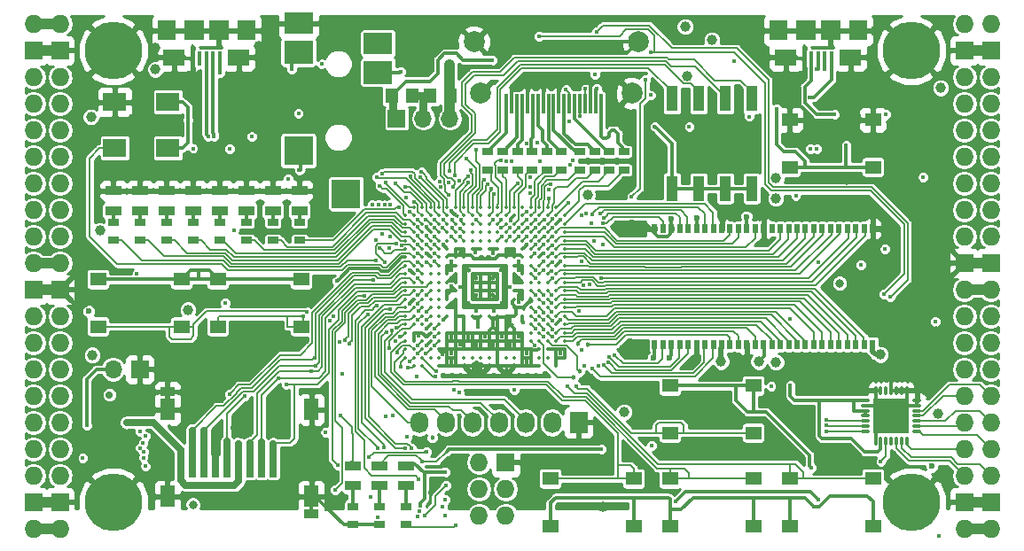
<source format=gtl>
G04 #@! TF.GenerationSoftware,KiCad,Pcbnew,5.0.0-rc2+dfsg1-3*
G04 #@! TF.CreationDate,2018-07-05T08:41:50+02:00*
G04 #@! TF.ProjectId,ulx3s,756C7833732E6B696361645F70636200,rev?*
G04 #@! TF.SameCoordinates,Original*
G04 #@! TF.FileFunction,Copper,L1,Top,Signal*
G04 #@! TF.FilePolarity,Positive*
%FSLAX46Y46*%
G04 Gerber Fmt 4.6, Leading zero omitted, Abs format (unit mm)*
G04 Created by KiCad (PCBNEW 5.0.0-rc2+dfsg1-3) date Thu Jul  5 08:41:50 2018*
%MOMM*%
%LPD*%
G01*
G04 APERTURE LIST*
G04 #@! TA.AperFunction,SMDPad,CuDef*
%ADD10R,0.560000X0.900000*%
G04 #@! TD*
G04 #@! TA.AperFunction,ComponentPad*
%ADD11O,1.727200X1.727200*%
G04 #@! TD*
G04 #@! TA.AperFunction,ComponentPad*
%ADD12R,1.727200X1.727200*%
G04 #@! TD*
G04 #@! TA.AperFunction,ComponentPad*
%ADD13C,5.500000*%
G04 #@! TD*
G04 #@! TA.AperFunction,SMDPad,CuDef*
%ADD14O,0.850000X0.300000*%
G04 #@! TD*
G04 #@! TA.AperFunction,SMDPad,CuDef*
%ADD15O,0.300000X0.850000*%
G04 #@! TD*
G04 #@! TA.AperFunction,SMDPad,CuDef*
%ADD16R,1.675000X1.675000*%
G04 #@! TD*
G04 #@! TA.AperFunction,ComponentPad*
%ADD17R,1.727200X2.032000*%
G04 #@! TD*
G04 #@! TA.AperFunction,ComponentPad*
%ADD18O,1.727200X2.032000*%
G04 #@! TD*
G04 #@! TA.AperFunction,SMDPad,CuDef*
%ADD19R,1.550000X1.300000*%
G04 #@! TD*
G04 #@! TA.AperFunction,SMDPad,CuDef*
%ADD20R,1.120000X2.440000*%
G04 #@! TD*
G04 #@! TA.AperFunction,BGAPad,CuDef*
%ADD21C,0.350000*%
G04 #@! TD*
G04 #@! TA.AperFunction,SMDPad,CuDef*
%ADD22R,2.800000X2.000000*%
G04 #@! TD*
G04 #@! TA.AperFunction,SMDPad,CuDef*
%ADD23R,2.800000X2.200000*%
G04 #@! TD*
G04 #@! TA.AperFunction,SMDPad,CuDef*
%ADD24R,2.800000X2.800000*%
G04 #@! TD*
G04 #@! TA.AperFunction,SMDPad,CuDef*
%ADD25R,0.700000X1.500000*%
G04 #@! TD*
G04 #@! TA.AperFunction,SMDPad,CuDef*
%ADD26R,1.450000X0.900000*%
G04 #@! TD*
G04 #@! TA.AperFunction,SMDPad,CuDef*
%ADD27R,1.450000X2.000000*%
G04 #@! TD*
G04 #@! TA.AperFunction,SMDPad,CuDef*
%ADD28R,2.200000X1.800000*%
G04 #@! TD*
G04 #@! TA.AperFunction,SMDPad,CuDef*
%ADD29R,1.000000X0.670000*%
G04 #@! TD*
G04 #@! TA.AperFunction,SMDPad,CuDef*
%ADD30R,1.500000X0.970000*%
G04 #@! TD*
G04 #@! TA.AperFunction,SMDPad,CuDef*
%ADD31R,0.300000X1.900000*%
G04 #@! TD*
G04 #@! TA.AperFunction,ComponentPad*
%ADD32C,2.000000*%
G04 #@! TD*
G04 #@! TA.AperFunction,ComponentPad*
%ADD33R,1.700000X1.700000*%
G04 #@! TD*
G04 #@! TA.AperFunction,ComponentPad*
%ADD34O,1.700000X1.700000*%
G04 #@! TD*
G04 #@! TA.AperFunction,SMDPad,CuDef*
%ADD35R,1.295000X1.400000*%
G04 #@! TD*
G04 #@! TA.AperFunction,SMDPad,CuDef*
%ADD36R,1.800000X1.900000*%
G04 #@! TD*
G04 #@! TA.AperFunction,SMDPad,CuDef*
%ADD37R,0.400000X1.350000*%
G04 #@! TD*
G04 #@! TA.AperFunction,SMDPad,CuDef*
%ADD38R,1.900000X1.900000*%
G04 #@! TD*
G04 #@! TA.AperFunction,SMDPad,CuDef*
%ADD39R,2.100000X1.600000*%
G04 #@! TD*
G04 #@! TA.AperFunction,ViaPad*
%ADD40C,0.400000*%
G04 #@! TD*
G04 #@! TA.AperFunction,ViaPad*
%ADD41C,2.000000*%
G04 #@! TD*
G04 #@! TA.AperFunction,ViaPad*
%ADD42C,0.454000*%
G04 #@! TD*
G04 #@! TA.AperFunction,ViaPad*
%ADD43C,0.600000*%
G04 #@! TD*
G04 #@! TA.AperFunction,ViaPad*
%ADD44C,1.000000*%
G04 #@! TD*
G04 #@! TA.AperFunction,ViaPad*
%ADD45C,0.800000*%
G04 #@! TD*
G04 #@! TA.AperFunction,ViaPad*
%ADD46C,0.700000*%
G04 #@! TD*
G04 #@! TA.AperFunction,Conductor*
%ADD47C,0.300000*%
G04 #@! TD*
G04 #@! TA.AperFunction,Conductor*
%ADD48C,0.500000*%
G04 #@! TD*
G04 #@! TA.AperFunction,Conductor*
%ADD49C,1.000000*%
G04 #@! TD*
G04 #@! TA.AperFunction,Conductor*
%ADD50C,0.700000*%
G04 #@! TD*
G04 #@! TA.AperFunction,Conductor*
%ADD51C,0.190000*%
G04 #@! TD*
G04 #@! TA.AperFunction,Conductor*
%ADD52C,0.800000*%
G04 #@! TD*
G04 #@! TA.AperFunction,Conductor*
%ADD53C,0.200000*%
G04 #@! TD*
G04 #@! TA.AperFunction,Conductor*
%ADD54C,0.127000*%
G04 #@! TD*
G04 #@! TA.AperFunction,Conductor*
%ADD55C,0.180000*%
G04 #@! TD*
G04 #@! TA.AperFunction,Conductor*
%ADD56C,0.254000*%
G04 #@! TD*
G04 APERTURE END LIST*
D10*
G04 #@! TO.P,U2,28*
G04 #@! TO.N,GND*
X175493000Y-82270000D03*
G04 #@! TO.P,U2,1*
G04 #@! TO.N,+3V3*
X154693000Y-93330000D03*
G04 #@! TO.P,U2,2*
G04 #@! TO.N,SDRAM_D0*
X155493000Y-93330000D03*
G04 #@! TO.P,U2,3*
G04 #@! TO.N,+3V3*
X156293000Y-93330000D03*
G04 #@! TO.P,U2,4*
G04 #@! TO.N,SDRAM_D1*
X157093000Y-93330000D03*
G04 #@! TO.P,U2,5*
G04 #@! TO.N,SDRAM_D2*
X157893000Y-93330000D03*
G04 #@! TO.P,U2,6*
G04 #@! TO.N,GND*
X158693000Y-93330000D03*
G04 #@! TO.P,U2,7*
G04 #@! TO.N,SDRAM_D3*
X159493000Y-93330000D03*
G04 #@! TO.P,U2,8*
G04 #@! TO.N,SDRAM_D4*
X160293000Y-93330000D03*
G04 #@! TO.P,U2,9*
G04 #@! TO.N,+3V3*
X161093000Y-93330000D03*
G04 #@! TO.P,U2,10*
G04 #@! TO.N,SDRAM_D5*
X161893000Y-93330000D03*
G04 #@! TO.P,U2,11*
G04 #@! TO.N,SDRAM_D6*
X162693000Y-93330000D03*
G04 #@! TO.P,U2,12*
G04 #@! TO.N,GND*
X163493000Y-93330000D03*
G04 #@! TO.P,U2,13*
G04 #@! TO.N,SDRAM_D7*
X164293000Y-93330000D03*
G04 #@! TO.P,U2,14*
G04 #@! TO.N,+3V3*
X165093000Y-93330000D03*
G04 #@! TO.P,U2,15*
G04 #@! TO.N,SDRAM_DQM0*
X165893000Y-93330000D03*
G04 #@! TO.P,U2,16*
G04 #@! TO.N,SDRAM_nWE*
X166693000Y-93330000D03*
G04 #@! TO.P,U2,17*
G04 #@! TO.N,SDRAM_nCAS*
X167493000Y-93330000D03*
G04 #@! TO.P,U2,18*
G04 #@! TO.N,SDRAM_nRAS*
X168293000Y-93330000D03*
G04 #@! TO.P,U2,19*
G04 #@! TO.N,SDRAM_nCS*
X169093000Y-93330000D03*
G04 #@! TO.P,U2,20*
G04 #@! TO.N,SDRAM_BA0*
X169893000Y-93330000D03*
G04 #@! TO.P,U2,21*
G04 #@! TO.N,SDRAM_BA1*
X170693000Y-93330000D03*
G04 #@! TO.P,U2,22*
G04 #@! TO.N,SDRAM_A10*
X171493000Y-93330000D03*
G04 #@! TO.P,U2,23*
G04 #@! TO.N,SDRAM_A0*
X172293000Y-93330000D03*
G04 #@! TO.P,U2,24*
G04 #@! TO.N,SDRAM_A1*
X173093000Y-93330000D03*
G04 #@! TO.P,U2,25*
G04 #@! TO.N,SDRAM_A2*
X173893000Y-93330000D03*
G04 #@! TO.P,U2,26*
G04 #@! TO.N,SDRAM_A3*
X174693000Y-93330000D03*
G04 #@! TO.P,U2,27*
G04 #@! TO.N,+3V3*
X175493000Y-93330000D03*
G04 #@! TO.P,U2,29*
G04 #@! TO.N,SDRAM_A4*
X174693000Y-82270000D03*
G04 #@! TO.P,U2,30*
G04 #@! TO.N,SDRAM_A5*
X173893000Y-82270000D03*
G04 #@! TO.P,U2,31*
G04 #@! TO.N,SDRAM_A6*
X173093000Y-82270000D03*
G04 #@! TO.P,U2,32*
G04 #@! TO.N,SDRAM_A7*
X172293000Y-82270000D03*
G04 #@! TO.P,U2,33*
G04 #@! TO.N,SDRAM_A8*
X171493000Y-82270000D03*
G04 #@! TO.P,U2,34*
G04 #@! TO.N,SDRAM_A9*
X170693000Y-82270000D03*
G04 #@! TO.P,U2,35*
G04 #@! TO.N,SDRAM_A11*
X169893000Y-82270000D03*
G04 #@! TO.P,U2,36*
G04 #@! TO.N,SDRAM_A12*
X169093000Y-82270000D03*
G04 #@! TO.P,U2,37*
G04 #@! TO.N,SDRAM_CKE*
X168293000Y-82270000D03*
G04 #@! TO.P,U2,38*
G04 #@! TO.N,SDRAM_CLK*
X167493000Y-82270000D03*
G04 #@! TO.P,U2,39*
G04 #@! TO.N,SDRAM_DQM1*
X166693000Y-82270000D03*
G04 #@! TO.P,U2,40*
G04 #@! TO.N,N/C*
X165893000Y-82270000D03*
G04 #@! TO.P,U2,41*
G04 #@! TO.N,GND*
X165093000Y-82270000D03*
G04 #@! TO.P,U2,42*
G04 #@! TO.N,SDRAM_D8*
X164293000Y-82270000D03*
G04 #@! TO.P,U2,43*
G04 #@! TO.N,+3V3*
X163493000Y-82270000D03*
G04 #@! TO.P,U2,44*
G04 #@! TO.N,SDRAM_D9*
X162693000Y-82270000D03*
G04 #@! TO.P,U2,45*
G04 #@! TO.N,SDRAM_D10*
X161893000Y-82270000D03*
G04 #@! TO.P,U2,46*
G04 #@! TO.N,GND*
X161093000Y-82270000D03*
G04 #@! TO.P,U2,47*
G04 #@! TO.N,SDRAM_D11*
X160293000Y-82270000D03*
G04 #@! TO.P,U2,48*
G04 #@! TO.N,SDRAM_D12*
X159493000Y-82270000D03*
G04 #@! TO.P,U2,49*
G04 #@! TO.N,+3V3*
X158693000Y-82270000D03*
G04 #@! TO.P,U2,50*
G04 #@! TO.N,SDRAM_D13*
X157893000Y-82270000D03*
G04 #@! TO.P,U2,51*
G04 #@! TO.N,SDRAM_D14*
X157093000Y-82270000D03*
G04 #@! TO.P,U2,52*
G04 #@! TO.N,GND*
X156293000Y-82270000D03*
G04 #@! TO.P,U2,53*
G04 #@! TO.N,SDRAM_D15*
X155493000Y-82270000D03*
G04 #@! TO.P,U2,54*
G04 #@! TO.N,GND*
X154693000Y-82270000D03*
G04 #@! TD*
D11*
G04 #@! TO.P,J1,1*
G04 #@! TO.N,2V5_3V3*
X97910000Y-62690000D03*
G04 #@! TO.P,J1,2*
X95370000Y-62690000D03*
D12*
G04 #@! TO.P,J1,3*
G04 #@! TO.N,GND*
X97910000Y-65230000D03*
G04 #@! TO.P,J1,4*
X95370000Y-65230000D03*
D11*
G04 #@! TO.P,J1,5*
G04 #@! TO.N,GN0*
X97910000Y-67770000D03*
G04 #@! TO.P,J1,6*
G04 #@! TO.N,GP0*
X95370000Y-67770000D03*
G04 #@! TO.P,J1,7*
G04 #@! TO.N,GN1*
X97910000Y-70310000D03*
G04 #@! TO.P,J1,8*
G04 #@! TO.N,GP1*
X95370000Y-70310000D03*
G04 #@! TO.P,J1,9*
G04 #@! TO.N,GN2*
X97910000Y-72850000D03*
G04 #@! TO.P,J1,10*
G04 #@! TO.N,GP2*
X95370000Y-72850000D03*
G04 #@! TO.P,J1,11*
G04 #@! TO.N,GN3*
X97910000Y-75390000D03*
G04 #@! TO.P,J1,12*
G04 #@! TO.N,GP3*
X95370000Y-75390000D03*
G04 #@! TO.P,J1,13*
G04 #@! TO.N,GN4*
X97910000Y-77930000D03*
G04 #@! TO.P,J1,14*
G04 #@! TO.N,GP4*
X95370000Y-77930000D03*
G04 #@! TO.P,J1,15*
G04 #@! TO.N,GN5*
X97910000Y-80470000D03*
G04 #@! TO.P,J1,16*
G04 #@! TO.N,GP5*
X95370000Y-80470000D03*
G04 #@! TO.P,J1,17*
G04 #@! TO.N,GN6*
X97910000Y-83010000D03*
G04 #@! TO.P,J1,18*
G04 #@! TO.N,GP6*
X95370000Y-83010000D03*
G04 #@! TO.P,J1,19*
G04 #@! TO.N,2V5_3V3*
X97910000Y-85550000D03*
G04 #@! TO.P,J1,20*
X95370000Y-85550000D03*
D12*
G04 #@! TO.P,J1,21*
G04 #@! TO.N,GND*
X97910000Y-88090000D03*
G04 #@! TO.P,J1,22*
X95370000Y-88090000D03*
D11*
G04 #@! TO.P,J1,23*
G04 #@! TO.N,GN7*
X97910000Y-90630000D03*
G04 #@! TO.P,J1,24*
G04 #@! TO.N,GP7*
X95370000Y-90630000D03*
G04 #@! TO.P,J1,25*
G04 #@! TO.N,GN8*
X97910000Y-93170000D03*
G04 #@! TO.P,J1,26*
G04 #@! TO.N,GP8*
X95370000Y-93170000D03*
G04 #@! TO.P,J1,27*
G04 #@! TO.N,GN9*
X97910000Y-95710000D03*
G04 #@! TO.P,J1,28*
G04 #@! TO.N,GP9*
X95370000Y-95710000D03*
G04 #@! TO.P,J1,29*
G04 #@! TO.N,GN10*
X97910000Y-98250000D03*
G04 #@! TO.P,J1,30*
G04 #@! TO.N,GP10*
X95370000Y-98250000D03*
G04 #@! TO.P,J1,31*
G04 #@! TO.N,GN11*
X97910000Y-100790000D03*
G04 #@! TO.P,J1,32*
G04 #@! TO.N,GP11*
X95370000Y-100790000D03*
G04 #@! TO.P,J1,33*
G04 #@! TO.N,GN12*
X97910000Y-103330000D03*
G04 #@! TO.P,J1,34*
G04 #@! TO.N,GP12*
X95370000Y-103330000D03*
G04 #@! TO.P,J1,35*
G04 #@! TO.N,GN13*
X97910000Y-105870000D03*
G04 #@! TO.P,J1,36*
G04 #@! TO.N,GP13*
X95370000Y-105870000D03*
D12*
G04 #@! TO.P,J1,37*
G04 #@! TO.N,GND*
X97910000Y-108410000D03*
G04 #@! TO.P,J1,38*
X95370000Y-108410000D03*
D11*
G04 #@! TO.P,J1,39*
G04 #@! TO.N,2V5_3V3*
X97910000Y-110950000D03*
G04 #@! TO.P,J1,40*
X95370000Y-110950000D03*
G04 #@! TD*
G04 #@! TO.P,J2,1*
G04 #@! TO.N,+3V3*
X184270000Y-110950000D03*
G04 #@! TO.P,J2,2*
X186810000Y-110950000D03*
D12*
G04 #@! TO.P,J2,3*
G04 #@! TO.N,GND*
X184270000Y-108410000D03*
G04 #@! TO.P,J2,4*
X186810000Y-108410000D03*
D11*
G04 #@! TO.P,J2,5*
G04 #@! TO.N,GN14*
X184270000Y-105870000D03*
G04 #@! TO.P,J2,6*
G04 #@! TO.N,GP14*
X186810000Y-105870000D03*
G04 #@! TO.P,J2,7*
G04 #@! TO.N,GN15*
X184270000Y-103330000D03*
G04 #@! TO.P,J2,8*
G04 #@! TO.N,GP15*
X186810000Y-103330000D03*
G04 #@! TO.P,J2,9*
G04 #@! TO.N,GN16*
X184270000Y-100790000D03*
G04 #@! TO.P,J2,10*
G04 #@! TO.N,GP16*
X186810000Y-100790000D03*
G04 #@! TO.P,J2,11*
G04 #@! TO.N,GN17*
X184270000Y-98250000D03*
G04 #@! TO.P,J2,12*
G04 #@! TO.N,GP17*
X186810000Y-98250000D03*
G04 #@! TO.P,J2,13*
G04 #@! TO.N,GN18*
X184270000Y-95710000D03*
G04 #@! TO.P,J2,14*
G04 #@! TO.N,GP18*
X186810000Y-95710000D03*
G04 #@! TO.P,J2,15*
G04 #@! TO.N,GN19*
X184270000Y-93170000D03*
G04 #@! TO.P,J2,16*
G04 #@! TO.N,GP19*
X186810000Y-93170000D03*
G04 #@! TO.P,J2,17*
G04 #@! TO.N,GN20*
X184270000Y-90630000D03*
G04 #@! TO.P,J2,18*
G04 #@! TO.N,GP20*
X186810000Y-90630000D03*
G04 #@! TO.P,J2,19*
G04 #@! TO.N,+3V3*
X184270000Y-88090000D03*
G04 #@! TO.P,J2,20*
X186810000Y-88090000D03*
D12*
G04 #@! TO.P,J2,21*
G04 #@! TO.N,GND*
X184270000Y-85550000D03*
G04 #@! TO.P,J2,22*
X186810000Y-85550000D03*
D11*
G04 #@! TO.P,J2,23*
G04 #@! TO.N,GN21*
X184270000Y-83010000D03*
G04 #@! TO.P,J2,24*
G04 #@! TO.N,GP21*
X186810000Y-83010000D03*
G04 #@! TO.P,J2,25*
G04 #@! TO.N,GN22*
X184270000Y-80470000D03*
G04 #@! TO.P,J2,26*
G04 #@! TO.N,GP22*
X186810000Y-80470000D03*
G04 #@! TO.P,J2,27*
G04 #@! TO.N,GN23*
X184270000Y-77930000D03*
G04 #@! TO.P,J2,28*
G04 #@! TO.N,GP23*
X186810000Y-77930000D03*
G04 #@! TO.P,J2,29*
G04 #@! TO.N,GN24*
X184270000Y-75390000D03*
G04 #@! TO.P,J2,30*
G04 #@! TO.N,GP24*
X186810000Y-75390000D03*
G04 #@! TO.P,J2,31*
G04 #@! TO.N,GN25*
X184270000Y-72850000D03*
G04 #@! TO.P,J2,32*
G04 #@! TO.N,GP25*
X186810000Y-72850000D03*
G04 #@! TO.P,J2,33*
G04 #@! TO.N,GN26*
X184270000Y-70310000D03*
G04 #@! TO.P,J2,34*
G04 #@! TO.N,GP26*
X186810000Y-70310000D03*
G04 #@! TO.P,J2,35*
G04 #@! TO.N,GN27*
X184270000Y-67770000D03*
G04 #@! TO.P,J2,36*
G04 #@! TO.N,GP27*
X186810000Y-67770000D03*
D12*
G04 #@! TO.P,J2,37*
G04 #@! TO.N,GND*
X184270000Y-65230000D03*
G04 #@! TO.P,J2,38*
X186810000Y-65230000D03*
D11*
G04 #@! TO.P,J2,39*
G04 #@! TO.N,/gpio/IN5V*
X184270000Y-62690000D03*
G04 #@! TO.P,J2,40*
G04 #@! TO.N,/gpio/OUT5V*
X186810000Y-62690000D03*
G04 #@! TD*
D13*
G04 #@! TO.P,H1,1*
G04 #@! TO.N,GND*
X102990000Y-108410000D03*
G04 #@! TD*
G04 #@! TO.P,H2,1*
G04 #@! TO.N,GND*
X179190000Y-108410000D03*
G04 #@! TD*
G04 #@! TO.P,H3,1*
G04 #@! TO.N,GND*
X179190000Y-65230000D03*
G04 #@! TD*
G04 #@! TO.P,H4,1*
G04 #@! TO.N,GND*
X102990000Y-65230000D03*
G04 #@! TD*
D12*
G04 #@! TO.P,J4,1*
G04 #@! TO.N,GND*
X140455000Y-104600000D03*
D11*
G04 #@! TO.P,J4,2*
G04 #@! TO.N,+3V3*
X137915000Y-104600000D03*
G04 #@! TO.P,J4,3*
G04 #@! TO.N,JTAG_TDI*
X140455000Y-107140000D03*
G04 #@! TO.P,J4,4*
G04 #@! TO.N,JTAG_TCK*
X137915000Y-107140000D03*
G04 #@! TO.P,J4,5*
G04 #@! TO.N,JTAG_TMS*
X140455000Y-109680000D03*
G04 #@! TO.P,J4,6*
G04 #@! TO.N,JTAG_TDO*
X137915000Y-109680000D03*
G04 #@! TD*
D14*
G04 #@! TO.P,U8,1*
G04 #@! TO.N,GP15*
X179735000Y-101655000D03*
G04 #@! TO.P,U8,2*
G04 #@! TO.N,GN16*
X179735000Y-101155000D03*
G04 #@! TO.P,U8,3*
G04 #@! TO.N,GP16*
X179735000Y-100655000D03*
G04 #@! TO.P,U8,4*
G04 #@! TO.N,GN17*
X179735000Y-100155000D03*
G04 #@! TO.P,U8,5*
G04 #@! TO.N,GP17*
X179735000Y-99655000D03*
G04 #@! TO.P,U8,6*
G04 #@! TO.N,GND*
X179735000Y-99155000D03*
G04 #@! TO.P,U8,7*
X179735000Y-98655000D03*
D15*
G04 #@! TO.P,U8,8*
X178785000Y-97705000D03*
G04 #@! TO.P,U8,9*
X178285000Y-97705000D03*
G04 #@! TO.P,U8,10*
X177785000Y-97705000D03*
G04 #@! TO.P,U8,11*
X177285000Y-97705000D03*
G04 #@! TO.P,U8,12*
G04 #@! TO.N,Net-(U8-Pad12)*
X176785000Y-97705000D03*
G04 #@! TO.P,U8,13*
G04 #@! TO.N,GND*
X176285000Y-97705000D03*
G04 #@! TO.P,U8,14*
X175785000Y-97705000D03*
D14*
G04 #@! TO.P,U8,15*
G04 #@! TO.N,/analog/ADC3V3*
X174835000Y-98655000D03*
G04 #@! TO.P,U8,16*
G04 #@! TO.N,GND*
X174835000Y-99155000D03*
G04 #@! TO.P,U8,17*
G04 #@! TO.N,/analog/ADC3V3*
X174835000Y-99655000D03*
G04 #@! TO.P,U8,18*
X174835000Y-100155000D03*
G04 #@! TO.P,U8,19*
G04 #@! TO.N,ADC_SCLK*
X174835000Y-100655000D03*
G04 #@! TO.P,U8,20*
G04 #@! TO.N,ADC_CSn*
X174835000Y-101155000D03*
G04 #@! TO.P,U8,21*
G04 #@! TO.N,ADC_MOSI*
X174835000Y-101655000D03*
D15*
G04 #@! TO.P,U8,22*
G04 #@! TO.N,GND*
X175785000Y-102605000D03*
G04 #@! TO.P,U8,23*
G04 #@! TO.N,/analog/ADC3V3*
X176285000Y-102605000D03*
G04 #@! TO.P,U8,24*
G04 #@! TO.N,ADC_MISO*
X176785000Y-102605000D03*
G04 #@! TO.P,U8,25*
G04 #@! TO.N,Net-(U8-Pad25)*
X177285000Y-102605000D03*
G04 #@! TO.P,U8,26*
G04 #@! TO.N,GN14*
X177785000Y-102605000D03*
G04 #@! TO.P,U8,27*
G04 #@! TO.N,GP14*
X178285000Y-102605000D03*
G04 #@! TO.P,U8,28*
G04 #@! TO.N,GN15*
X178785000Y-102605000D03*
D16*
G04 #@! TO.P,U8,29*
G04 #@! TO.N,GND*
X176447500Y-99317500D03*
X176447500Y-100992500D03*
X178122500Y-99317500D03*
X178122500Y-100992500D03*
G04 #@! TD*
D17*
G04 #@! TO.P,OLED1,1*
G04 #@! TO.N,GND*
X147440000Y-100790000D03*
D18*
G04 #@! TO.P,OLED1,2*
G04 #@! TO.N,+3V3*
X144900000Y-100790000D03*
G04 #@! TO.P,OLED1,3*
G04 #@! TO.N,OLED_CLK*
X142360000Y-100790000D03*
G04 #@! TO.P,OLED1,4*
G04 #@! TO.N,OLED_MOSI*
X139820000Y-100790000D03*
G04 #@! TO.P,OLED1,5*
G04 #@! TO.N,OLED_RES*
X137280000Y-100790000D03*
G04 #@! TO.P,OLED1,6*
G04 #@! TO.N,OLED_DC*
X134740000Y-100790000D03*
G04 #@! TO.P,OLED1,7*
G04 #@! TO.N,OLED_CS*
X132200000Y-100790000D03*
G04 #@! TD*
D19*
G04 #@! TO.P,B0,2*
G04 #@! TO.N,GND*
X175550000Y-71870000D03*
G04 #@! TO.P,B0,1*
G04 #@! TO.N,/power/PWRBTn*
X175550000Y-76370000D03*
X167590000Y-76370000D03*
G04 #@! TO.P,B0,2*
G04 #@! TO.N,GND*
X167590000Y-71870000D03*
G04 #@! TD*
G04 #@! TO.P,B1,2*
G04 #@! TO.N,BTN_F1*
X101550000Y-91610000D03*
G04 #@! TO.P,B1,1*
G04 #@! TO.N,/blinkey/BTNPUL*
X101550000Y-87110000D03*
X109510000Y-87110000D03*
G04 #@! TO.P,B1,2*
G04 #@! TO.N,BTN_F1*
X109510000Y-91610000D03*
G04 #@! TD*
G04 #@! TO.P,B2,2*
G04 #@! TO.N,BTN_F2*
X112980000Y-91610000D03*
G04 #@! TO.P,B2,1*
G04 #@! TO.N,/blinkey/BTNPUL*
X112980000Y-87110000D03*
X120940000Y-87110000D03*
G04 #@! TO.P,B2,2*
G04 #@! TO.N,BTN_F2*
X120940000Y-91610000D03*
G04 #@! TD*
G04 #@! TO.P,B3,2*
G04 #@! TO.N,BTN_U*
X156160000Y-101770000D03*
G04 #@! TO.P,B3,1*
G04 #@! TO.N,/blinkey/BTNPUR*
X156160000Y-97270000D03*
X164120000Y-97270000D03*
G04 #@! TO.P,B3,2*
G04 #@! TO.N,BTN_U*
X164120000Y-101770000D03*
G04 #@! TD*
G04 #@! TO.P,B4,2*
G04 #@! TO.N,BTN_D*
X164120000Y-106160000D03*
G04 #@! TO.P,B4,1*
G04 #@! TO.N,/blinkey/BTNPUR*
X164120000Y-110660000D03*
X156160000Y-110660000D03*
G04 #@! TO.P,B4,2*
G04 #@! TO.N,BTN_D*
X156160000Y-106160000D03*
G04 #@! TD*
G04 #@! TO.P,B5,2*
G04 #@! TO.N,BTN_L*
X152690000Y-106160000D03*
G04 #@! TO.P,B5,1*
G04 #@! TO.N,/blinkey/BTNPUR*
X152690000Y-110660000D03*
X144730000Y-110660000D03*
G04 #@! TO.P,B5,2*
G04 #@! TO.N,BTN_L*
X144730000Y-106160000D03*
G04 #@! TD*
G04 #@! TO.P,B6,2*
G04 #@! TO.N,BTN_R*
X175550000Y-106160000D03*
G04 #@! TO.P,B6,1*
G04 #@! TO.N,/blinkey/BTNPUR*
X175550000Y-110660000D03*
X167590000Y-110660000D03*
G04 #@! TO.P,B6,2*
G04 #@! TO.N,BTN_R*
X167590000Y-106160000D03*
G04 #@! TD*
D20*
G04 #@! TO.P,SW1,1*
G04 #@! TO.N,/blinkey/SWPU*
X156330000Y-78425000D03*
G04 #@! TO.P,SW1,5*
G04 #@! TO.N,SW4*
X163950000Y-69815000D03*
G04 #@! TO.P,SW1,2*
G04 #@! TO.N,/blinkey/SWPU*
X158870000Y-78425000D03*
G04 #@! TO.P,SW1,6*
G04 #@! TO.N,SW3*
X161410000Y-69815000D03*
G04 #@! TO.P,SW1,3*
G04 #@! TO.N,/blinkey/SWPU*
X161410000Y-78425000D03*
G04 #@! TO.P,SW1,7*
G04 #@! TO.N,SW2*
X158870000Y-69815000D03*
G04 #@! TO.P,SW1,4*
G04 #@! TO.N,/blinkey/SWPU*
X163950000Y-78425000D03*
G04 #@! TO.P,SW1,8*
G04 #@! TO.N,SW1*
X156330000Y-69815000D03*
G04 #@! TD*
D21*
G04 #@! TO.P,U1,A2*
G04 #@! TO.N,GP9*
X131680000Y-80200000D03*
G04 #@! TO.P,U1,A3*
G04 #@! TO.N,AUDIO_R0*
X132480000Y-80200000D03*
G04 #@! TO.P,U1,A4*
G04 #@! TO.N,GP8*
X133280000Y-80200000D03*
G04 #@! TO.P,U1,A5*
G04 #@! TO.N,GN8*
X134080000Y-80200000D03*
G04 #@! TO.P,U1,A6*
G04 #@! TO.N,GP7*
X134880000Y-80200000D03*
G04 #@! TO.P,U1,A7*
G04 #@! TO.N,GP4*
X135680000Y-80200000D03*
G04 #@! TO.P,U1,A8*
G04 #@! TO.N,GN4*
X136480000Y-80200000D03*
G04 #@! TO.P,U1,A9*
G04 #@! TO.N,GP2*
X137280000Y-80200000D03*
G04 #@! TO.P,U1,A10*
G04 #@! TO.N,GP1*
X138080000Y-80200000D03*
G04 #@! TO.P,U1,A11*
G04 #@! TO.N,GN1*
X138880000Y-80200000D03*
G04 #@! TO.P,U1,A12*
G04 #@! TO.N,FPDI_D2+*
X139680000Y-80200000D03*
G04 #@! TO.P,U1,A13*
G04 #@! TO.N,FPDI_D2-*
X140480000Y-80200000D03*
G04 #@! TO.P,U1,A14*
G04 #@! TO.N,FPDI_D1+*
X141280000Y-80200000D03*
G04 #@! TO.P,U1,A15*
G04 #@! TO.N,Net-(U1-PadA15)*
X142080000Y-80200000D03*
G04 #@! TO.P,U1,A16*
G04 #@! TO.N,FPDI_D0+*
X142880000Y-80200000D03*
G04 #@! TO.P,U1,A17*
G04 #@! TO.N,FPDI_CLK+*
X143680000Y-80200000D03*
G04 #@! TO.P,U1,A18*
G04 #@! TO.N,/gpdi/FPDI_CEC*
X144480000Y-80200000D03*
G04 #@! TO.P,U1,A19*
G04 #@! TO.N,FPDI_ETH+*
X145280000Y-80200000D03*
G04 #@! TO.P,U1,B1*
G04 #@! TO.N,GN9*
X130880000Y-81000000D03*
G04 #@! TO.P,U1,B2*
G04 #@! TO.N,LED0*
X131680000Y-81000000D03*
G04 #@! TO.P,U1,B3*
G04 #@! TO.N,AUDIO_L3*
X132480000Y-81000000D03*
G04 #@! TO.P,U1,B4*
G04 #@! TO.N,GN10*
X133280000Y-81000000D03*
G04 #@! TO.P,U1,B5*
G04 #@! TO.N,AUDIO_R1*
X134080000Y-81000000D03*
G04 #@! TO.P,U1,B6*
G04 #@! TO.N,GN7*
X134880000Y-81000000D03*
G04 #@! TO.P,U1,B7*
G04 #@! TO.N,GND*
X135680000Y-81000000D03*
G04 #@! TO.P,U1,B8*
G04 #@! TO.N,GN5*
X136480000Y-81000000D03*
G04 #@! TO.P,U1,B9*
G04 #@! TO.N,GP3*
X137280000Y-81000000D03*
G04 #@! TO.P,U1,B10*
G04 #@! TO.N,GN2*
X138080000Y-81000000D03*
G04 #@! TO.P,U1,B11*
G04 #@! TO.N,GP0*
X138880000Y-81000000D03*
G04 #@! TO.P,U1,B12*
G04 #@! TO.N,USB_FPGA_PULL_D+*
X139680000Y-81000000D03*
G04 #@! TO.P,U1,B13*
G04 #@! TO.N,GP26*
X140480000Y-81000000D03*
G04 #@! TO.P,U1,B14*
G04 #@! TO.N,GND*
X141280000Y-81000000D03*
G04 #@! TO.P,U1,B15*
G04 #@! TO.N,GP22*
X142080000Y-81000000D03*
G04 #@! TO.P,U1,B16*
G04 #@! TO.N,FPDI_D0-*
X142880000Y-81000000D03*
G04 #@! TO.P,U1,B17*
G04 #@! TO.N,GP23*
X143680000Y-81000000D03*
G04 #@! TO.P,U1,B18*
G04 #@! TO.N,FPDI_CLK-*
X144480000Y-81000000D03*
G04 #@! TO.P,U1,B19*
G04 #@! TO.N,FPDI_SDA*
X145280000Y-81000000D03*
G04 #@! TO.P,U1,B20*
G04 #@! TO.N,FPDI_ETH-*
X146080000Y-81000000D03*
G04 #@! TO.P,U1,C1*
G04 #@! TO.N,LED2*
X130880000Y-81800000D03*
G04 #@! TO.P,U1,C2*
G04 #@! TO.N,LED1*
X131680000Y-81800000D03*
G04 #@! TO.P,U1,C3*
G04 #@! TO.N,AUDIO_L2*
X132480000Y-81800000D03*
G04 #@! TO.P,U1,C4*
G04 #@! TO.N,GP10*
X133280000Y-81800000D03*
G04 #@! TO.P,U1,C5*
G04 #@! TO.N,AUDIO_R3*
X134080000Y-81800000D03*
G04 #@! TO.P,U1,C6*
G04 #@! TO.N,GP6*
X134880000Y-81800000D03*
G04 #@! TO.P,U1,C7*
G04 #@! TO.N,GN6*
X135680000Y-81800000D03*
G04 #@! TO.P,U1,C8*
G04 #@! TO.N,GP5*
X136480000Y-81800000D03*
G04 #@! TO.P,U1,C9*
G04 #@! TO.N,Net-(U1-PadC9)*
X137280000Y-81800000D03*
G04 #@! TO.P,U1,C10*
G04 #@! TO.N,GN3*
X138080000Y-81800000D03*
G04 #@! TO.P,U1,C11*
G04 #@! TO.N,GN0*
X138880000Y-81800000D03*
G04 #@! TO.P,U1,C12*
G04 #@! TO.N,USB_FPGA_PULL_D-*
X139680000Y-81800000D03*
G04 #@! TO.P,U1,C13*
G04 #@! TO.N,GN26*
X140480000Y-81800000D03*
G04 #@! TO.P,U1,C14*
G04 #@! TO.N,FPDI_D1-*
X141280000Y-81800000D03*
G04 #@! TO.P,U1,C15*
G04 #@! TO.N,GN22*
X142080000Y-81800000D03*
G04 #@! TO.P,U1,C16*
G04 #@! TO.N,GP24*
X142880000Y-81800000D03*
G04 #@! TO.P,U1,C17*
G04 #@! TO.N,GN23*
X143680000Y-81800000D03*
G04 #@! TO.P,U1,C18*
G04 #@! TO.N,GP21*
X144480000Y-81800000D03*
G04 #@! TO.P,U1,C19*
G04 #@! TO.N,GND*
X145280000Y-81800000D03*
G04 #@! TO.P,U1,C20*
G04 #@! TO.N,SDRAM_D11*
X146080000Y-81800000D03*
G04 #@! TO.P,U1,D1*
G04 #@! TO.N,LED4*
X130880000Y-82600000D03*
G04 #@! TO.P,U1,D2*
G04 #@! TO.N,LED3*
X131680000Y-82600000D03*
G04 #@! TO.P,U1,D3*
G04 #@! TO.N,AUDIO_L1*
X132480000Y-82600000D03*
G04 #@! TO.P,U1,D4*
G04 #@! TO.N,GND*
X133280000Y-82600000D03*
G04 #@! TO.P,U1,D5*
G04 #@! TO.N,AUDIO_R2*
X134080000Y-82600000D03*
G04 #@! TO.P,U1,D6*
G04 #@! TO.N,BTN_PWRn*
X134880000Y-82600000D03*
G04 #@! TO.P,U1,D7*
G04 #@! TO.N,SW3*
X135680000Y-82600000D03*
G04 #@! TO.P,U1,D8*
G04 #@! TO.N,SW2*
X136480000Y-82600000D03*
G04 #@! TO.P,U1,D9*
G04 #@! TO.N,Net-(U1-PadD9)*
X137280000Y-82600000D03*
G04 #@! TO.P,U1,D10*
G04 #@! TO.N,Net-(U1-PadD10)*
X138080000Y-82600000D03*
G04 #@! TO.P,U1,D11*
G04 #@! TO.N,Net-(U1-PadD11)*
X138880000Y-82600000D03*
G04 #@! TO.P,U1,D12*
G04 #@! TO.N,Net-(U1-PadD12)*
X139680000Y-82600000D03*
G04 #@! TO.P,U1,D13*
G04 #@! TO.N,GP27*
X140480000Y-82600000D03*
G04 #@! TO.P,U1,D14*
G04 #@! TO.N,GP25*
X141280000Y-82600000D03*
G04 #@! TO.P,U1,D15*
G04 #@! TO.N,USB_FPGA_D+*
X142080000Y-82600000D03*
G04 #@! TO.P,U1,D16*
G04 #@! TO.N,GN24*
X142880000Y-82600000D03*
G04 #@! TO.P,U1,D17*
G04 #@! TO.N,GN21*
X143680000Y-82600000D03*
G04 #@! TO.P,U1,D18*
G04 #@! TO.N,GP20*
X144480000Y-82600000D03*
G04 #@! TO.P,U1,D19*
G04 #@! TO.N,SDRAM_D10*
X145280000Y-82600000D03*
G04 #@! TO.P,U1,D20*
G04 #@! TO.N,SDRAM_D9*
X146080000Y-82600000D03*
G04 #@! TO.P,U1,E1*
G04 #@! TO.N,LED6*
X130880000Y-83400000D03*
G04 #@! TO.P,U1,E2*
G04 #@! TO.N,LED5*
X131680000Y-83400000D03*
G04 #@! TO.P,U1,E3*
G04 #@! TO.N,GN11*
X132480000Y-83400000D03*
G04 #@! TO.P,U1,E4*
G04 #@! TO.N,AUDIO_L0*
X133280000Y-83400000D03*
G04 #@! TO.P,U1,E5*
G04 #@! TO.N,AUDIO_V3*
X134080000Y-83400000D03*
G04 #@! TO.P,U1,E6*
G04 #@! TO.N,Net-(U1-PadE6)*
X134880000Y-83400000D03*
G04 #@! TO.P,U1,E7*
G04 #@! TO.N,SW4*
X135680000Y-83400000D03*
G04 #@! TO.P,U1,E8*
G04 #@! TO.N,SW1*
X136480000Y-83400000D03*
G04 #@! TO.P,U1,E9*
G04 #@! TO.N,Net-(U1-PadE9)*
X137280000Y-83400000D03*
G04 #@! TO.P,U1,E10*
G04 #@! TO.N,Net-(U1-PadE10)*
X138080000Y-83400000D03*
G04 #@! TO.P,U1,E11*
G04 #@! TO.N,Net-(U1-PadE11)*
X138880000Y-83400000D03*
G04 #@! TO.P,U1,E12*
G04 #@! TO.N,FPDI_SCL*
X139680000Y-83400000D03*
G04 #@! TO.P,U1,E13*
G04 #@! TO.N,GN27*
X140480000Y-83400000D03*
G04 #@! TO.P,U1,E14*
G04 #@! TO.N,GN25*
X141280000Y-83400000D03*
G04 #@! TO.P,U1,E15*
G04 #@! TO.N,USB_FPGA_D-*
X142080000Y-83400000D03*
G04 #@! TO.P,U1,E16*
G04 #@! TO.N,USB_FPGA_D+*
X142880000Y-83400000D03*
G04 #@! TO.P,U1,E17*
G04 #@! TO.N,GN20*
X143680000Y-83400000D03*
G04 #@! TO.P,U1,E18*
G04 #@! TO.N,SDRAM_D12*
X144480000Y-83400000D03*
G04 #@! TO.P,U1,E19*
G04 #@! TO.N,SDRAM_D8*
X145280000Y-83400000D03*
G04 #@! TO.P,U1,E20*
G04 #@! TO.N,SDRAM_DQM1*
X146080000Y-83400000D03*
G04 #@! TO.P,U1,F1*
G04 #@! TO.N,WIFI_EN*
X130880000Y-84200000D03*
G04 #@! TO.P,U1,F2*
G04 #@! TO.N,AUDIO_V1*
X131680000Y-84200000D03*
G04 #@! TO.P,U1,F3*
G04 #@! TO.N,GN12*
X132480000Y-84200000D03*
G04 #@! TO.P,U1,F4*
G04 #@! TO.N,GP11*
X133280000Y-84200000D03*
G04 #@! TO.P,U1,F5*
G04 #@! TO.N,AUDIO_V2*
X134080000Y-84200000D03*
G04 #@! TO.P,U1,F6*
G04 #@! TO.N,+2V5*
X134880000Y-84200000D03*
G04 #@! TO.P,U1,F7*
G04 #@! TO.N,GND*
X135680000Y-84200000D03*
G04 #@! TO.P,U1,F8*
X136480000Y-84200000D03*
G04 #@! TO.P,U1,F9*
G04 #@! TO.N,2V5_3V3*
X137280000Y-84200000D03*
G04 #@! TO.P,U1,F10*
X138080000Y-84200000D03*
G04 #@! TO.P,U1,F11*
G04 #@! TO.N,+3V3*
X138880000Y-84200000D03*
G04 #@! TO.P,U1,F12*
X139680000Y-84200000D03*
G04 #@! TO.P,U1,F13*
G04 #@! TO.N,GND*
X140480000Y-84200000D03*
G04 #@! TO.P,U1,F14*
X141280000Y-84200000D03*
G04 #@! TO.P,U1,F15*
G04 #@! TO.N,+2V5*
X142080000Y-84200000D03*
G04 #@! TO.P,U1,F16*
G04 #@! TO.N,USB_FPGA_D-*
X142880000Y-84200000D03*
G04 #@! TO.P,U1,F17*
G04 #@! TO.N,GP19*
X143680000Y-84200000D03*
G04 #@! TO.P,U1,F18*
G04 #@! TO.N,SDRAM_D13*
X144480000Y-84200000D03*
G04 #@! TO.P,U1,F19*
G04 #@! TO.N,SDRAM_CLK*
X145280000Y-84200000D03*
G04 #@! TO.P,U1,F20*
G04 #@! TO.N,SDRAM_CKE*
X146080000Y-84200000D03*
G04 #@! TO.P,U1,G1*
G04 #@! TO.N,/usb/ANT_433MHz*
X130880000Y-85000000D03*
G04 #@! TO.P,U1,G2*
G04 #@! TO.N,CLK_25MHz*
X131680000Y-85000000D03*
G04 #@! TO.P,U1,G3*
G04 #@! TO.N,GP12*
X132480000Y-85000000D03*
G04 #@! TO.P,U1,G4*
G04 #@! TO.N,GND*
X133280000Y-85000000D03*
G04 #@! TO.P,U1,G5*
G04 #@! TO.N,GN13*
X134080000Y-85000000D03*
G04 #@! TO.P,U1,G6*
G04 #@! TO.N,GND*
X134880000Y-85000000D03*
G04 #@! TO.P,U1,G7*
X135680000Y-85000000D03*
G04 #@! TO.P,U1,G8*
X136480000Y-85000000D03*
G04 #@! TO.P,U1,G9*
X137280000Y-85000000D03*
G04 #@! TO.P,U1,G10*
X138080000Y-85000000D03*
G04 #@! TO.P,U1,G11*
X138880000Y-85000000D03*
G04 #@! TO.P,U1,G12*
X139680000Y-85000000D03*
G04 #@! TO.P,U1,G13*
X140480000Y-85000000D03*
G04 #@! TO.P,U1,G14*
X141280000Y-85000000D03*
G04 #@! TO.P,U1,G15*
X142080000Y-85000000D03*
G04 #@! TO.P,U1,G16*
G04 #@! TO.N,SHUTDOWN*
X142880000Y-85000000D03*
G04 #@! TO.P,U1,G17*
G04 #@! TO.N,GND*
X143680000Y-85000000D03*
G04 #@! TO.P,U1,G18*
G04 #@! TO.N,GN19*
X144480000Y-85000000D03*
G04 #@! TO.P,U1,G19*
G04 #@! TO.N,SDRAM_A12*
X145280000Y-85000000D03*
G04 #@! TO.P,U1,G20*
G04 #@! TO.N,SDRAM_A11*
X146080000Y-85000000D03*
G04 #@! TO.P,U1,H1*
G04 #@! TO.N,SD_D1*
X130880000Y-85800000D03*
G04 #@! TO.P,U1,H2*
G04 #@! TO.N,SD_CLK*
X131680000Y-85800000D03*
G04 #@! TO.P,U1,H3*
G04 #@! TO.N,LED7*
X132480000Y-85800000D03*
G04 #@! TO.P,U1,H4*
G04 #@! TO.N,GP13*
X133280000Y-85800000D03*
G04 #@! TO.P,U1,H5*
G04 #@! TO.N,AUDIO_V0*
X134080000Y-85800000D03*
G04 #@! TO.P,U1,H6*
G04 #@! TO.N,2V5_3V3*
X134880000Y-85800000D03*
G04 #@! TO.P,U1,H7*
X135680000Y-85800000D03*
G04 #@! TO.P,U1,H8*
G04 #@! TO.N,+1V1*
X136480000Y-85800000D03*
G04 #@! TO.P,U1,H9*
X137280000Y-85800000D03*
G04 #@! TO.P,U1,H10*
X138080000Y-85800000D03*
G04 #@! TO.P,U1,H11*
X138880000Y-85800000D03*
G04 #@! TO.P,U1,H12*
X139680000Y-85800000D03*
G04 #@! TO.P,U1,H13*
X140480000Y-85800000D03*
G04 #@! TO.P,U1,H14*
G04 #@! TO.N,+3V3*
X141280000Y-85800000D03*
G04 #@! TO.P,U1,H15*
X142080000Y-85800000D03*
G04 #@! TO.P,U1,H16*
G04 #@! TO.N,BTN_R*
X142880000Y-85800000D03*
G04 #@! TO.P,U1,H17*
G04 #@! TO.N,GN18*
X143680000Y-85800000D03*
G04 #@! TO.P,U1,H18*
G04 #@! TO.N,GP18*
X144480000Y-85800000D03*
G04 #@! TO.P,U1,H19*
G04 #@! TO.N,GND*
X145280000Y-85800000D03*
G04 #@! TO.P,U1,H20*
G04 #@! TO.N,SDRAM_A9*
X146080000Y-85800000D03*
G04 #@! TO.P,U1,J1*
G04 #@! TO.N,SD_CMD*
X130880000Y-86600000D03*
G04 #@! TO.P,U1,J2*
G04 #@! TO.N,GND*
X131680000Y-86600000D03*
G04 #@! TO.P,U1,J3*
G04 #@! TO.N,SD_D0*
X132480000Y-86600000D03*
G04 #@! TO.P,U1,J4*
G04 #@! TO.N,Net-(U1-PadJ4)*
X133280000Y-86600000D03*
G04 #@! TO.P,U1,J5*
G04 #@! TO.N,Net-(U1-PadJ5)*
X134080000Y-86600000D03*
G04 #@! TO.P,U1,J6*
G04 #@! TO.N,2V5_3V3*
X134880000Y-86600000D03*
G04 #@! TO.P,U1,J7*
G04 #@! TO.N,GND*
X135680000Y-86600000D03*
G04 #@! TO.P,U1,J8*
G04 #@! TO.N,+1V1*
X136480000Y-86600000D03*
G04 #@! TO.P,U1,J9*
G04 #@! TO.N,GND*
X137280000Y-86600000D03*
G04 #@! TO.P,U1,J10*
X138080000Y-86600000D03*
G04 #@! TO.P,U1,J11*
X138880000Y-86600000D03*
G04 #@! TO.P,U1,J12*
X139680000Y-86600000D03*
G04 #@! TO.P,U1,J13*
G04 #@! TO.N,+1V1*
X140480000Y-86600000D03*
G04 #@! TO.P,U1,J14*
G04 #@! TO.N,GND*
X141280000Y-86600000D03*
G04 #@! TO.P,U1,J15*
G04 #@! TO.N,+3V3*
X142080000Y-86600000D03*
G04 #@! TO.P,U1,J16*
G04 #@! TO.N,SDRAM_D0*
X142880000Y-86600000D03*
G04 #@! TO.P,U1,J17*
G04 #@! TO.N,SDRAM_D15*
X143680000Y-86600000D03*
G04 #@! TO.P,U1,J18*
G04 #@! TO.N,SDRAM_D14*
X144480000Y-86600000D03*
G04 #@! TO.P,U1,J19*
G04 #@! TO.N,SDRAM_A8*
X145280000Y-86600000D03*
G04 #@! TO.P,U1,J20*
G04 #@! TO.N,SDRAM_A7*
X146080000Y-86600000D03*
G04 #@! TO.P,U1,K1*
G04 #@! TO.N,SD_D2*
X130880000Y-87400000D03*
G04 #@! TO.P,U1,K2*
G04 #@! TO.N,SD_D3*
X131680000Y-87400000D03*
G04 #@! TO.P,U1,K3*
G04 #@! TO.N,WIFI_RXD*
X132480000Y-87400000D03*
G04 #@! TO.P,U1,K4*
G04 #@! TO.N,WIFI_TXD*
X133280000Y-87400000D03*
G04 #@! TO.P,U1,K5*
G04 #@! TO.N,Net-(U1-PadK5)*
X134080000Y-87400000D03*
G04 #@! TO.P,U1,K6*
G04 #@! TO.N,GND*
X134880000Y-87400000D03*
G04 #@! TO.P,U1,K7*
X135680000Y-87400000D03*
G04 #@! TO.P,U1,K8*
G04 #@! TO.N,+1V1*
X136480000Y-87400000D03*
G04 #@! TO.P,U1,K9*
G04 #@! TO.N,GND*
X137280000Y-87400000D03*
G04 #@! TO.P,U1,K10*
X138080000Y-87400000D03*
G04 #@! TO.P,U1,K11*
X138880000Y-87400000D03*
G04 #@! TO.P,U1,K12*
X139680000Y-87400000D03*
G04 #@! TO.P,U1,K13*
G04 #@! TO.N,+1V1*
X140480000Y-87400000D03*
G04 #@! TO.P,U1,K14*
G04 #@! TO.N,GND*
X141280000Y-87400000D03*
G04 #@! TO.P,U1,K15*
X142080000Y-87400000D03*
G04 #@! TO.P,U1,K16*
G04 #@! TO.N,Net-(U1-PadK16)*
X142880000Y-87400000D03*
G04 #@! TO.P,U1,K17*
G04 #@! TO.N,Net-(U1-PadK17)*
X143680000Y-87400000D03*
G04 #@! TO.P,U1,K18*
G04 #@! TO.N,SDRAM_A6*
X144480000Y-87400000D03*
G04 #@! TO.P,U1,K19*
G04 #@! TO.N,SDRAM_A5*
X145280000Y-87400000D03*
G04 #@! TO.P,U1,K20*
G04 #@! TO.N,SDRAM_A4*
X146080000Y-87400000D03*
G04 #@! TO.P,U1,L1*
G04 #@! TO.N,WIFI_GPIO16*
X130880000Y-88200000D03*
G04 #@! TO.P,U1,L2*
G04 #@! TO.N,WIFI_GPIO0*
X131680000Y-88200000D03*
G04 #@! TO.P,U1,L3*
G04 #@! TO.N,FTDI_TXDEN*
X132480000Y-88200000D03*
G04 #@! TO.P,U1,L4*
G04 #@! TO.N,FTDI_RXD*
X133280000Y-88200000D03*
G04 #@! TO.P,U1,L5*
G04 #@! TO.N,Net-(U1-PadL5)*
X134080000Y-88200000D03*
G04 #@! TO.P,U1,L6*
G04 #@! TO.N,+3V3*
X134880000Y-88200000D03*
G04 #@! TO.P,U1,L7*
X135680000Y-88200000D03*
G04 #@! TO.P,U1,L8*
G04 #@! TO.N,+1V1*
X136480000Y-88200000D03*
G04 #@! TO.P,U1,L9*
G04 #@! TO.N,GND*
X137280000Y-88200000D03*
G04 #@! TO.P,U1,L10*
X138080000Y-88200000D03*
G04 #@! TO.P,U1,L11*
X138880000Y-88200000D03*
G04 #@! TO.P,U1,L12*
X139680000Y-88200000D03*
G04 #@! TO.P,U1,L13*
G04 #@! TO.N,+1V1*
X140480000Y-88200000D03*
G04 #@! TO.P,U1,L14*
G04 #@! TO.N,+3V3*
X141280000Y-88200000D03*
G04 #@! TO.P,U1,L15*
X142080000Y-88200000D03*
G04 #@! TO.P,U1,L16*
G04 #@! TO.N,GP17*
X142880000Y-88200000D03*
G04 #@! TO.P,U1,L17*
G04 #@! TO.N,GN17*
X143680000Y-88200000D03*
G04 #@! TO.P,U1,L18*
G04 #@! TO.N,SDRAM_D1*
X144480000Y-88200000D03*
G04 #@! TO.P,U1,L19*
G04 #@! TO.N,SDRAM_A3*
X145280000Y-88200000D03*
G04 #@! TO.P,U1,L20*
G04 #@! TO.N,SDRAM_A2*
X146080000Y-88200000D03*
G04 #@! TO.P,U1,M1*
G04 #@! TO.N,FTDI_TXD*
X130880000Y-89000000D03*
G04 #@! TO.P,U1,M2*
G04 #@! TO.N,GND*
X131680000Y-89000000D03*
G04 #@! TO.P,U1,M3*
G04 #@! TO.N,FTDI_nRTS*
X132480000Y-89000000D03*
G04 #@! TO.P,U1,M4*
G04 #@! TO.N,Net-(U1-PadM4)*
X133280000Y-89000000D03*
G04 #@! TO.P,U1,M5*
G04 #@! TO.N,Net-(U1-PadM5)*
X134080000Y-89000000D03*
G04 #@! TO.P,U1,M6*
G04 #@! TO.N,+3V3*
X134880000Y-89000000D03*
G04 #@! TO.P,U1,M7*
G04 #@! TO.N,GND*
X135680000Y-89000000D03*
G04 #@! TO.P,U1,M8*
G04 #@! TO.N,+1V1*
X136480000Y-89000000D03*
G04 #@! TO.P,U1,M9*
G04 #@! TO.N,GND*
X137280000Y-89000000D03*
G04 #@! TO.P,U1,M10*
X138080000Y-89000000D03*
G04 #@! TO.P,U1,M11*
X138880000Y-89000000D03*
G04 #@! TO.P,U1,M12*
X139680000Y-89000000D03*
G04 #@! TO.P,U1,M13*
G04 #@! TO.N,+1V1*
X140480000Y-89000000D03*
G04 #@! TO.P,U1,M14*
G04 #@! TO.N,GND*
X141280000Y-89000000D03*
G04 #@! TO.P,U1,M15*
G04 #@! TO.N,+3V3*
X142080000Y-89000000D03*
G04 #@! TO.P,U1,M16*
G04 #@! TO.N,GND*
X142880000Y-89000000D03*
G04 #@! TO.P,U1,M17*
G04 #@! TO.N,GN16*
X143680000Y-89000000D03*
G04 #@! TO.P,U1,M18*
G04 #@! TO.N,SDRAM_D2*
X144480000Y-89000000D03*
G04 #@! TO.P,U1,M19*
G04 #@! TO.N,SDRAM_A1*
X145280000Y-89000000D03*
G04 #@! TO.P,U1,M20*
G04 #@! TO.N,SDRAM_A0*
X146080000Y-89000000D03*
G04 #@! TO.P,U1,N1*
G04 #@! TO.N,FTDI_nDTR*
X130880000Y-89800000D03*
G04 #@! TO.P,U1,N2*
G04 #@! TO.N,OLED_CS*
X131680000Y-89800000D03*
G04 #@! TO.P,U1,N3*
G04 #@! TO.N,WIFI_GPIO17*
X132480000Y-89800000D03*
G04 #@! TO.P,U1,N4*
G04 #@! TO.N,WIFI_GPIO5*
X133280000Y-89800000D03*
G04 #@! TO.P,U1,N5*
G04 #@! TO.N,SD_CD*
X134080000Y-89800000D03*
G04 #@! TO.P,U1,N6*
G04 #@! TO.N,GND*
X134880000Y-89800000D03*
G04 #@! TO.P,U1,N7*
X135680000Y-89800000D03*
G04 #@! TO.P,U1,N8*
G04 #@! TO.N,+1V1*
X136480000Y-89800000D03*
G04 #@! TO.P,U1,N9*
X137280000Y-89800000D03*
G04 #@! TO.P,U1,N10*
X138080000Y-89800000D03*
G04 #@! TO.P,U1,N11*
X138880000Y-89800000D03*
G04 #@! TO.P,U1,N12*
X139680000Y-89800000D03*
G04 #@! TO.P,U1,N13*
X140480000Y-89800000D03*
G04 #@! TO.P,U1,N14*
G04 #@! TO.N,GND*
X141280000Y-89800000D03*
G04 #@! TO.P,U1,N15*
X142080000Y-89800000D03*
G04 #@! TO.P,U1,N16*
G04 #@! TO.N,GP16*
X142880000Y-89800000D03*
G04 #@! TO.P,U1,N17*
G04 #@! TO.N,GP15*
X143680000Y-89800000D03*
G04 #@! TO.P,U1,N18*
G04 #@! TO.N,SDRAM_D3*
X144480000Y-89800000D03*
G04 #@! TO.P,U1,N19*
G04 #@! TO.N,SDRAM_A10*
X145280000Y-89800000D03*
G04 #@! TO.P,U1,N20*
G04 #@! TO.N,SDRAM_BA1*
X146080000Y-89800000D03*
G04 #@! TO.P,U1,P1*
G04 #@! TO.N,OLED_DC*
X130880000Y-90600000D03*
G04 #@! TO.P,U1,P2*
G04 #@! TO.N,OLED_RES*
X131680000Y-90600000D03*
G04 #@! TO.P,U1,P3*
G04 #@! TO.N,OLED_MOSI*
X132480000Y-90600000D03*
G04 #@! TO.P,U1,P4*
G04 #@! TO.N,OLED_CLK*
X133280000Y-90600000D03*
G04 #@! TO.P,U1,P5*
G04 #@! TO.N,SD_WP*
X134080000Y-90600000D03*
G04 #@! TO.P,U1,P6*
G04 #@! TO.N,+2V5*
X134880000Y-90600000D03*
G04 #@! TO.P,U1,P7*
G04 #@! TO.N,GND*
X135680000Y-90600000D03*
G04 #@! TO.P,U1,P8*
X136480000Y-90600000D03*
G04 #@! TO.P,U1,P9*
G04 #@! TO.N,+3V3*
X137280000Y-90600000D03*
G04 #@! TO.P,U1,P10*
X138080000Y-90600000D03*
G04 #@! TO.P,U1,P11*
G04 #@! TO.N,GND*
X138880000Y-90600000D03*
G04 #@! TO.P,U1,P12*
X139680000Y-90600000D03*
G04 #@! TO.P,U1,P13*
X140480000Y-90600000D03*
G04 #@! TO.P,U1,P14*
X141280000Y-90600000D03*
G04 #@! TO.P,U1,P15*
G04 #@! TO.N,+2V5*
X142080000Y-90600000D03*
G04 #@! TO.P,U1,P16*
G04 #@! TO.N,GN15*
X142880000Y-90600000D03*
G04 #@! TO.P,U1,P17*
G04 #@! TO.N,ADC_SCLK*
X143680000Y-90600000D03*
G04 #@! TO.P,U1,P18*
G04 #@! TO.N,SDRAM_D4*
X144480000Y-90600000D03*
G04 #@! TO.P,U1,P19*
G04 #@! TO.N,SDRAM_BA0*
X145280000Y-90600000D03*
G04 #@! TO.P,U1,P20*
G04 #@! TO.N,SDRAM_nCS*
X146080000Y-90600000D03*
G04 #@! TO.P,U1,R1*
G04 #@! TO.N,BTN_F1*
X130880000Y-91400000D03*
G04 #@! TO.P,U1,R2*
G04 #@! TO.N,/flash/FLASH_nCS*
X131680000Y-91400000D03*
G04 #@! TO.P,U1,R3*
G04 #@! TO.N,Net-(U1-PadR3)*
X132480000Y-91400000D03*
G04 #@! TO.P,U1,R4*
G04 #@! TO.N,GND*
X133280000Y-91400000D03*
G04 #@! TO.P,U1,R5*
G04 #@! TO.N,JTAG_TDI*
X134080000Y-91400000D03*
G04 #@! TO.P,U1,R16*
G04 #@! TO.N,ADC_MOSI*
X142880000Y-91400000D03*
G04 #@! TO.P,U1,R17*
G04 #@! TO.N,ADC_CSn*
X143680000Y-91400000D03*
G04 #@! TO.P,U1,R18*
G04 #@! TO.N,BTN_U*
X144480000Y-91400000D03*
G04 #@! TO.P,U1,R19*
G04 #@! TO.N,GND*
X145280000Y-91400000D03*
G04 #@! TO.P,U1,R20*
G04 #@! TO.N,SDRAM_nRAS*
X146080000Y-91400000D03*
G04 #@! TO.P,U1,T1*
G04 #@! TO.N,BTN_F2*
X130880000Y-92200000D03*
G04 #@! TO.P,U1,T2*
G04 #@! TO.N,+3V3*
X131680000Y-92200000D03*
G04 #@! TO.P,U1,T3*
X132480000Y-92200000D03*
G04 #@! TO.P,U1,T4*
X133280000Y-92200000D03*
G04 #@! TO.P,U1,T5*
G04 #@! TO.N,JTAG_TCK*
X134080000Y-92200000D03*
G04 #@! TO.P,U1,T6*
G04 #@! TO.N,GND*
X134880000Y-92200000D03*
G04 #@! TO.P,U1,T7*
X135680000Y-92200000D03*
G04 #@! TO.P,U1,T8*
X136480000Y-92200000D03*
G04 #@! TO.P,U1,T9*
X137280000Y-92200000D03*
G04 #@! TO.P,U1,T10*
X138080000Y-92200000D03*
G04 #@! TO.P,U1,T11*
X138880000Y-92200000D03*
G04 #@! TO.P,U1,T12*
X139680000Y-92200000D03*
G04 #@! TO.P,U1,T13*
X140480000Y-92200000D03*
G04 #@! TO.P,U1,T14*
X141280000Y-92200000D03*
G04 #@! TO.P,U1,T15*
X142080000Y-92200000D03*
G04 #@! TO.P,U1,T16*
G04 #@! TO.N,Net-(U1-PadT16)*
X142880000Y-92200000D03*
G04 #@! TO.P,U1,T17*
G04 #@! TO.N,SDRAM_D6*
X143680000Y-92200000D03*
G04 #@! TO.P,U1,T18*
G04 #@! TO.N,SDRAM_D5*
X144480000Y-92200000D03*
G04 #@! TO.P,U1,T19*
G04 #@! TO.N,SDRAM_nCAS*
X145280000Y-92200000D03*
G04 #@! TO.P,U1,T20*
G04 #@! TO.N,SDRAM_nWE*
X146080000Y-92200000D03*
G04 #@! TO.P,U1,U1*
G04 #@! TO.N,BTN_L*
X130880000Y-93000000D03*
G04 #@! TO.P,U1,U2*
G04 #@! TO.N,+3V3*
X131680000Y-93000000D03*
G04 #@! TO.P,U1,U3*
G04 #@! TO.N,/flash/FLASH_SCK*
X132480000Y-93000000D03*
G04 #@! TO.P,U1,U4*
G04 #@! TO.N,GND*
X133280000Y-93000000D03*
G04 #@! TO.P,U1,U5*
G04 #@! TO.N,JTAG_TMS*
X134080000Y-93000000D03*
G04 #@! TO.P,U1,U6*
G04 #@! TO.N,GND*
X134880000Y-93000000D03*
G04 #@! TO.P,U1,U7*
X135680000Y-93000000D03*
G04 #@! TO.P,U1,U8*
X136480000Y-93000000D03*
G04 #@! TO.P,U1,U9*
X137280000Y-93000000D03*
G04 #@! TO.P,U1,U10*
X138080000Y-93000000D03*
G04 #@! TO.P,U1,U11*
X138880000Y-93000000D03*
G04 #@! TO.P,U1,U12*
X139680000Y-93000000D03*
G04 #@! TO.P,U1,U13*
X140480000Y-93000000D03*
G04 #@! TO.P,U1,U14*
X141280000Y-93000000D03*
G04 #@! TO.P,U1,U15*
X142080000Y-93000000D03*
G04 #@! TO.P,U1,U16*
G04 #@! TO.N,ADC_MISO*
X142880000Y-93000000D03*
G04 #@! TO.P,U1,U17*
G04 #@! TO.N,GN14*
X143680000Y-93000000D03*
G04 #@! TO.P,U1,U18*
G04 #@! TO.N,GP14*
X144480000Y-93000000D03*
G04 #@! TO.P,U1,U19*
G04 #@! TO.N,SDRAM_DQM0*
X145280000Y-93000000D03*
G04 #@! TO.P,U1,U20*
G04 #@! TO.N,SDRAM_D7*
X146080000Y-93000000D03*
G04 #@! TO.P,U1,V1*
G04 #@! TO.N,BTN_D*
X130880000Y-93800000D03*
G04 #@! TO.P,U1,V2*
G04 #@! TO.N,/flash/FLASH_MISO*
X131680000Y-93800000D03*
G04 #@! TO.P,U1,V3*
G04 #@! TO.N,/flash/FPGA_INITN*
X132480000Y-93800000D03*
G04 #@! TO.P,U1,V4*
G04 #@! TO.N,JTAG_TDO*
X133280000Y-93800000D03*
G04 #@! TO.P,U1,V5*
G04 #@! TO.N,GND*
X134080000Y-93800000D03*
G04 #@! TO.P,U1,V6*
X134880000Y-93800000D03*
G04 #@! TO.P,U1,V7*
X135680000Y-93800000D03*
G04 #@! TO.P,U1,V8*
X136480000Y-93800000D03*
G04 #@! TO.P,U1,V9*
X137280000Y-93800000D03*
G04 #@! TO.P,U1,V10*
X138080000Y-93800000D03*
G04 #@! TO.P,U1,V11*
X138880000Y-93800000D03*
G04 #@! TO.P,U1,V12*
X139680000Y-93800000D03*
G04 #@! TO.P,U1,V13*
X140480000Y-93800000D03*
G04 #@! TO.P,U1,V14*
X141280000Y-93800000D03*
G04 #@! TO.P,U1,V15*
X142080000Y-93800000D03*
G04 #@! TO.P,U1,V16*
X142880000Y-93800000D03*
G04 #@! TO.P,U1,V17*
X143680000Y-93800000D03*
G04 #@! TO.P,U1,V18*
X144480000Y-93800000D03*
G04 #@! TO.P,U1,V19*
X145280000Y-93800000D03*
G04 #@! TO.P,U1,V20*
X146080000Y-93800000D03*
G04 #@! TO.P,U1,W1*
G04 #@! TO.N,/flash/FLASH_nHOLD*
X130880000Y-94600000D03*
G04 #@! TO.P,U1,W2*
G04 #@! TO.N,/flash/FLASH_MOSI*
X131680000Y-94600000D03*
G04 #@! TO.P,U1,W3*
G04 #@! TO.N,/flash/FPGA_PROGRAMN*
X132480000Y-94600000D03*
G04 #@! TO.P,U1,W4*
G04 #@! TO.N,Net-(U1-PadW4)*
X133280000Y-94600000D03*
G04 #@! TO.P,U1,W5*
G04 #@! TO.N,Net-(U1-PadW5)*
X134080000Y-94600000D03*
G04 #@! TO.P,U1,W6*
G04 #@! TO.N,GND*
X134880000Y-94600000D03*
G04 #@! TO.P,U1,W7*
X135680000Y-94600000D03*
G04 #@! TO.P,U1,W8*
G04 #@! TO.N,Net-(U1-PadW8)*
X136480000Y-94600000D03*
G04 #@! TO.P,U1,W9*
G04 #@! TO.N,Net-(U1-PadW9)*
X137280000Y-94600000D03*
G04 #@! TO.P,U1,W10*
G04 #@! TO.N,N/C*
X138080000Y-94600000D03*
G04 #@! TO.P,U1,W11*
X138880000Y-94600000D03*
G04 #@! TO.P,U1,W12*
G04 #@! TO.N,GND*
X139680000Y-94600000D03*
G04 #@! TO.P,U1,W13*
G04 #@! TO.N,Net-(U1-PadW13)*
X140480000Y-94600000D03*
G04 #@! TO.P,U1,W14*
G04 #@! TO.N,Net-(U1-PadW14)*
X141280000Y-94600000D03*
G04 #@! TO.P,U1,W15*
G04 #@! TO.N,GND*
X142080000Y-94600000D03*
G04 #@! TO.P,U1,W16*
X142880000Y-94600000D03*
G04 #@! TO.P,U1,W17*
G04 #@! TO.N,Net-(U1-PadW17)*
X143680000Y-94600000D03*
G04 #@! TO.P,U1,W18*
G04 #@! TO.N,Net-(U1-PadW18)*
X144480000Y-94600000D03*
G04 #@! TO.P,U1,W19*
G04 #@! TO.N,GND*
X145280000Y-94600000D03*
G04 #@! TO.P,U1,W20*
X146080000Y-94600000D03*
G04 #@! TO.P,U1,Y2*
G04 #@! TO.N,/flash/FLASH_nWP*
X131680000Y-95400000D03*
G04 #@! TO.P,U1,Y3*
G04 #@! TO.N,/flash/FPGA_DONE*
X132480000Y-95400000D03*
G04 #@! TO.P,U1,Y5*
G04 #@! TO.N,GND*
X134080000Y-95400000D03*
G04 #@! TO.P,U1,Y6*
X134880000Y-95400000D03*
G04 #@! TO.P,U1,Y7*
X135680000Y-95400000D03*
G04 #@! TO.P,U1,Y8*
X136480000Y-95400000D03*
G04 #@! TO.P,U1,Y11*
X138880000Y-95400000D03*
G04 #@! TO.P,U1,Y12*
X139680000Y-95400000D03*
G04 #@! TO.P,U1,Y14*
X141280000Y-95400000D03*
G04 #@! TO.P,U1,Y15*
X142080000Y-95400000D03*
G04 #@! TO.P,U1,Y16*
X142880000Y-95400000D03*
G04 #@! TO.P,U1,Y17*
X143680000Y-95400000D03*
G04 #@! TO.P,U1,Y19*
X145280000Y-95400000D03*
G04 #@! TD*
D22*
G04 #@! TO.P,AUDIO1,1*
G04 #@! TO.N,GND*
X120668000Y-62618000D03*
D23*
G04 #@! TO.P,AUDIO1,4*
G04 #@! TO.N,/analog/AUDIO_V*
X120668000Y-65418000D03*
D24*
G04 #@! TO.P,AUDIO1,2*
G04 #@! TO.N,/analog/AUDIO_L*
X120668000Y-74818000D03*
G04 #@! TO.P,AUDIO1,5*
G04 #@! TO.N,Net-(AUDIO1-Pad5)*
X125218000Y-78918000D03*
D23*
G04 #@! TO.P,AUDIO1,3*
G04 #@! TO.N,/analog/AUDIO_R*
X128268000Y-67318000D03*
D22*
G04 #@! TO.P,AUDIO1,6*
G04 #@! TO.N,Net-(AUDIO1-Pad6)*
X128268000Y-64518000D03*
G04 #@! TD*
D25*
G04 #@! TO.P,SD1,1*
G04 #@! TO.N,SD_D2*
X118250000Y-105250000D03*
G04 #@! TO.P,SD1,2*
G04 #@! TO.N,SD_D3*
X117150000Y-105250000D03*
G04 #@! TO.P,SD1,3*
G04 #@! TO.N,SD_CMD*
X116050000Y-105250000D03*
G04 #@! TO.P,SD1,4*
G04 #@! TO.N,/sdcard/SD3V3*
X114950000Y-105250000D03*
G04 #@! TO.P,SD1,5*
G04 #@! TO.N,SD_CLK*
X113850000Y-105250000D03*
G04 #@! TO.P,SD1,6*
G04 #@! TO.N,GND*
X112750000Y-105250000D03*
G04 #@! TO.P,SD1,7*
G04 #@! TO.N,SD_D0*
X111650000Y-105250000D03*
G04 #@! TO.P,SD1,8*
G04 #@! TO.N,SD_D1*
X110550000Y-105250000D03*
D26*
G04 #@! TO.P,SD1,10*
G04 #@! TO.N,GND*
X121925000Y-109550000D03*
G04 #@! TO.P,SD1,11*
X108175000Y-97850000D03*
D27*
G04 #@! TO.P,SD1,9*
X108175000Y-107850000D03*
X121925000Y-107850000D03*
X121925000Y-99550000D03*
X108175000Y-99550000D03*
G04 #@! TD*
D28*
G04 #@! TO.P,Y1,1*
G04 #@! TO.N,+3V3*
X108212000Y-70160000D03*
G04 #@! TO.P,Y1,2*
G04 #@! TO.N,GND*
X103132000Y-70160000D03*
G04 #@! TO.P,Y1,3*
G04 #@! TO.N,CLK_25MHz*
X103132000Y-74560000D03*
G04 #@! TO.P,Y1,4*
G04 #@! TO.N,+3V3*
X108212000Y-74560000D03*
G04 #@! TD*
D29*
G04 #@! TO.P,C36,1*
G04 #@! TO.N,FPDI_ETH+*
X150361000Y-76646000D03*
G04 #@! TO.P,C36,2*
G04 #@! TO.N,/gpdi/GPDI_ETH+*
X150361000Y-74896000D03*
G04 #@! TD*
G04 #@! TO.P,C37,2*
G04 #@! TO.N,/gpdi/GPDI_ETH-*
X151758000Y-74896000D03*
G04 #@! TO.P,C37,1*
G04 #@! TO.N,FPDI_ETH-*
X151758000Y-76646000D03*
G04 #@! TD*
G04 #@! TO.P,C38,2*
G04 #@! TO.N,/gpdi/GPDI_D2-*
X140201000Y-74896000D03*
G04 #@! TO.P,C38,1*
G04 #@! TO.N,FPDI_D2-*
X140201000Y-76646000D03*
G04 #@! TD*
G04 #@! TO.P,C39,1*
G04 #@! TO.N,FPDI_D1-*
X142995000Y-76646000D03*
G04 #@! TO.P,C39,2*
G04 #@! TO.N,/gpdi/GPDI_D1-*
X142995000Y-74896000D03*
G04 #@! TD*
G04 #@! TO.P,C40,1*
G04 #@! TO.N,FPDI_D0-*
X145789000Y-76646000D03*
G04 #@! TO.P,C40,2*
G04 #@! TO.N,/gpdi/GPDI_D0-*
X145789000Y-74896000D03*
G04 #@! TD*
G04 #@! TO.P,C41,2*
G04 #@! TO.N,/gpdi/GPDI_CLK-*
X148964000Y-74896000D03*
G04 #@! TO.P,C41,1*
G04 #@! TO.N,FPDI_CLK-*
X148964000Y-76646000D03*
G04 #@! TD*
G04 #@! TO.P,C42,1*
G04 #@! TO.N,FPDI_D2+*
X138742800Y-76638600D03*
G04 #@! TO.P,C42,2*
G04 #@! TO.N,/gpdi/GPDI_D2+*
X138742800Y-74888600D03*
G04 #@! TD*
G04 #@! TO.P,C43,2*
G04 #@! TO.N,/gpdi/GPDI_D1+*
X141598000Y-74896000D03*
G04 #@! TO.P,C43,1*
G04 #@! TO.N,FPDI_D1+*
X141598000Y-76646000D03*
G04 #@! TD*
G04 #@! TO.P,C44,2*
G04 #@! TO.N,/gpdi/GPDI_D0+*
X144392000Y-74896000D03*
G04 #@! TO.P,C44,1*
G04 #@! TO.N,FPDI_D0+*
X144392000Y-76646000D03*
G04 #@! TD*
G04 #@! TO.P,C45,1*
G04 #@! TO.N,FPDI_CLK+*
X147567000Y-76634000D03*
G04 #@! TO.P,C45,2*
G04 #@! TO.N,/gpdi/GPDI_CLK+*
X147567000Y-74884000D03*
G04 #@! TD*
D30*
G04 #@! TO.P,D19,1*
G04 #@! TO.N,/blinkey/LED_TXLED*
X130930000Y-106825000D03*
G04 #@! TO.P,D19,2*
G04 #@! TO.N,FT2V5*
X130930000Y-104915000D03*
G04 #@! TD*
G04 #@! TO.P,D0,1*
G04 #@! TO.N,GND*
X120770000Y-78644000D03*
G04 #@! TO.P,D0,2*
G04 #@! TO.N,/blinkey/ALED0*
X120770000Y-80554000D03*
G04 #@! TD*
G04 #@! TO.P,D1,2*
G04 #@! TO.N,/blinkey/ALED1*
X118230000Y-80554000D03*
G04 #@! TO.P,D1,1*
G04 #@! TO.N,GND*
X118230000Y-78644000D03*
G04 #@! TD*
G04 #@! TO.P,D2,1*
G04 #@! TO.N,GND*
X115690000Y-78644000D03*
G04 #@! TO.P,D2,2*
G04 #@! TO.N,/blinkey/ALED2*
X115690000Y-80554000D03*
G04 #@! TD*
G04 #@! TO.P,D3,1*
G04 #@! TO.N,GND*
X113150000Y-78644000D03*
G04 #@! TO.P,D3,2*
G04 #@! TO.N,/blinkey/ALED3*
X113150000Y-80554000D03*
G04 #@! TD*
G04 #@! TO.P,D4,2*
G04 #@! TO.N,/blinkey/ALED4*
X110610000Y-80554000D03*
G04 #@! TO.P,D4,1*
G04 #@! TO.N,GND*
X110610000Y-78644000D03*
G04 #@! TD*
G04 #@! TO.P,D5,2*
G04 #@! TO.N,/blinkey/ALED5*
X108070000Y-80554000D03*
G04 #@! TO.P,D5,1*
G04 #@! TO.N,GND*
X108070000Y-78644000D03*
G04 #@! TD*
G04 #@! TO.P,D6,1*
G04 #@! TO.N,GND*
X105545000Y-78644000D03*
G04 #@! TO.P,D6,2*
G04 #@! TO.N,/blinkey/ALED6*
X105545000Y-80554000D03*
G04 #@! TD*
G04 #@! TO.P,D7,2*
G04 #@! TO.N,/blinkey/ALED7*
X102990000Y-80554000D03*
G04 #@! TO.P,D7,1*
G04 #@! TO.N,GND*
X102990000Y-78644000D03*
G04 #@! TD*
G04 #@! TO.P,D18,1*
G04 #@! TO.N,/blinkey/LED_PWREN*
X128390000Y-106825000D03*
G04 #@! TO.P,D18,2*
G04 #@! TO.N,FTDI_nSLEEP*
X128390000Y-104915000D03*
G04 #@! TD*
G04 #@! TO.P,D22,2*
G04 #@! TO.N,WIFI_GPIO5*
X125850000Y-104915000D03*
G04 #@! TO.P,D22,1*
G04 #@! TO.N,/blinkey/LED_WIFI*
X125850000Y-106825000D03*
G04 #@! TD*
D31*
G04 #@! TO.P,GPDI1,19*
G04 #@! TO.N,/gpdi/GPDI_ETH-*
X149546000Y-70312000D03*
G04 #@! TO.P,GPDI1,18*
G04 #@! TO.N,+5V*
X149046000Y-70312000D03*
G04 #@! TO.P,GPDI1,17*
G04 #@! TO.N,GND*
X148546000Y-70312000D03*
G04 #@! TO.P,GPDI1,16*
G04 #@! TO.N,GPDI_SDA*
X148046000Y-70312000D03*
G04 #@! TO.P,GPDI1,15*
G04 #@! TO.N,GPDI_SCL*
X147546000Y-70312000D03*
G04 #@! TO.P,GPDI1,14*
G04 #@! TO.N,/gpdi/GPDI_ETH+*
X147046000Y-70312000D03*
G04 #@! TO.P,GPDI1,13*
G04 #@! TO.N,GPDI_CEC*
X146546000Y-70312000D03*
G04 #@! TO.P,GPDI1,12*
G04 #@! TO.N,/gpdi/GPDI_CLK-*
X146046000Y-70312000D03*
G04 #@! TO.P,GPDI1,11*
G04 #@! TO.N,GND*
X145546000Y-70312000D03*
G04 #@! TO.P,GPDI1,10*
G04 #@! TO.N,/gpdi/GPDI_CLK+*
X145046000Y-70312000D03*
G04 #@! TO.P,GPDI1,9*
G04 #@! TO.N,/gpdi/GPDI_D0-*
X144546000Y-70312000D03*
G04 #@! TO.P,GPDI1,8*
G04 #@! TO.N,GND*
X144046000Y-70312000D03*
G04 #@! TO.P,GPDI1,7*
G04 #@! TO.N,/gpdi/GPDI_D0+*
X143546000Y-70312000D03*
G04 #@! TO.P,GPDI1,6*
G04 #@! TO.N,/gpdi/GPDI_D1-*
X143046000Y-70312000D03*
G04 #@! TO.P,GPDI1,5*
G04 #@! TO.N,GND*
X142546000Y-70312000D03*
G04 #@! TO.P,GPDI1,4*
G04 #@! TO.N,/gpdi/GPDI_D1+*
X142046000Y-70312000D03*
G04 #@! TO.P,GPDI1,3*
G04 #@! TO.N,/gpdi/GPDI_D2-*
X141546000Y-70312000D03*
G04 #@! TO.P,GPDI1,2*
G04 #@! TO.N,GND*
X141046000Y-70312000D03*
G04 #@! TO.P,GPDI1,1*
G04 #@! TO.N,/gpdi/GPDI_D2+*
X140546000Y-70312000D03*
D32*
G04 #@! TO.P,GPDI1,0*
G04 #@! TO.N,GND*
X152546000Y-69312000D03*
X138046000Y-69312000D03*
X153146000Y-64412000D03*
X137446000Y-64412000D03*
G04 #@! TD*
D29*
G04 #@! TO.P,R41,1*
G04 #@! TO.N,LED0*
X120770000Y-83377000D03*
G04 #@! TO.P,R41,2*
G04 #@! TO.N,/blinkey/ALED0*
X120770000Y-81627000D03*
G04 #@! TD*
G04 #@! TO.P,R42,2*
G04 #@! TO.N,/blinkey/ALED1*
X118230000Y-81627000D03*
G04 #@! TO.P,R42,1*
G04 #@! TO.N,LED1*
X118230000Y-83377000D03*
G04 #@! TD*
G04 #@! TO.P,R43,1*
G04 #@! TO.N,LED2*
X115690000Y-83377000D03*
G04 #@! TO.P,R43,2*
G04 #@! TO.N,/blinkey/ALED2*
X115690000Y-81627000D03*
G04 #@! TD*
G04 #@! TO.P,R44,2*
G04 #@! TO.N,/blinkey/ALED3*
X113150000Y-81627000D03*
G04 #@! TO.P,R44,1*
G04 #@! TO.N,LED3*
X113150000Y-83377000D03*
G04 #@! TD*
G04 #@! TO.P,R45,2*
G04 #@! TO.N,/blinkey/ALED4*
X110610000Y-81627000D03*
G04 #@! TO.P,R45,1*
G04 #@! TO.N,LED4*
X110610000Y-83377000D03*
G04 #@! TD*
G04 #@! TO.P,R46,1*
G04 #@! TO.N,LED5*
X108070000Y-83377000D03*
G04 #@! TO.P,R46,2*
G04 #@! TO.N,/blinkey/ALED5*
X108070000Y-81627000D03*
G04 #@! TD*
G04 #@! TO.P,R47,2*
G04 #@! TO.N,/blinkey/ALED6*
X105530000Y-81627000D03*
G04 #@! TO.P,R47,1*
G04 #@! TO.N,LED6*
X105530000Y-83377000D03*
G04 #@! TD*
G04 #@! TO.P,R48,1*
G04 #@! TO.N,LED7*
X102990000Y-83377000D03*
G04 #@! TO.P,R48,2*
G04 #@! TO.N,/blinkey/ALED7*
X102990000Y-81627000D03*
G04 #@! TD*
G04 #@! TO.P,R36,2*
G04 #@! TO.N,GND*
X128390000Y-110555000D03*
G04 #@! TO.P,R36,1*
G04 #@! TO.N,/blinkey/LED_PWREN*
X128390000Y-108805000D03*
G04 #@! TD*
G04 #@! TO.P,R37,1*
G04 #@! TO.N,FTDI_nTXLED*
X130930000Y-110555000D03*
G04 #@! TO.P,R37,2*
G04 #@! TO.N,/blinkey/LED_TXLED*
X130930000Y-108805000D03*
G04 #@! TD*
G04 #@! TO.P,R62,1*
G04 #@! TO.N,/blinkey/LED_WIFI*
X125850000Y-108805000D03*
G04 #@! TO.P,R62,2*
G04 #@! TO.N,GND*
X125850000Y-110555000D03*
G04 #@! TD*
D33*
G04 #@! TO.P,J3,1*
G04 #@! TO.N,GND*
X105530000Y-95710000D03*
D34*
G04 #@! TO.P,J3,2*
G04 #@! TO.N,/wifi/WIFIEN*
X102990000Y-95710000D03*
G04 #@! TD*
D33*
G04 #@! TO.P,J5,1*
G04 #@! TO.N,+2V5*
X130056000Y-71725000D03*
D34*
G04 #@! TO.P,J5,2*
G04 #@! TO.N,2V5_3V3*
X132596000Y-71725000D03*
G04 #@! TO.P,J5,3*
G04 #@! TO.N,+3V3*
X135136000Y-71725000D03*
G04 #@! TD*
D35*
G04 #@! TO.P,RV2,2*
G04 #@! TO.N,2V5_3V3*
X131531500Y-69566000D03*
G04 #@! TO.P,RV2,1*
G04 #@! TO.N,+2V5*
X129596500Y-69566000D03*
G04 #@! TD*
G04 #@! TO.P,RV3,1*
G04 #@! TO.N,2V5_3V3*
X133279500Y-69566000D03*
G04 #@! TO.P,RV3,2*
G04 #@! TO.N,+3V3*
X135214500Y-69566000D03*
G04 #@! TD*
D36*
G04 #@! TO.P,US1,6*
G04 #@! TO.N,GND*
X108080000Y-63325000D03*
X115680000Y-63325000D03*
D37*
G04 #@! TO.P,US1,5*
X110580000Y-66000000D03*
G04 #@! TO.P,US1,4*
G04 #@! TO.N,Net-(US1-Pad4)*
X111230000Y-66000000D03*
G04 #@! TO.P,US1,3*
G04 #@! TO.N,/usb/FTD+*
X111880000Y-66000000D03*
G04 #@! TO.P,US1,2*
G04 #@! TO.N,/usb/FTD-*
X112530000Y-66000000D03*
G04 #@! TO.P,US1,1*
G04 #@! TO.N,USB5V*
X113180000Y-66000000D03*
D38*
G04 #@! TO.P,US1,6*
G04 #@! TO.N,GND*
X110680000Y-63325000D03*
X113080000Y-63325000D03*
D39*
X108780000Y-65875000D03*
X114980000Y-65875000D03*
G04 #@! TD*
G04 #@! TO.P,US2,6*
G04 #@! TO.N,GND*
X173400000Y-65875000D03*
X167200000Y-65875000D03*
D38*
X171500000Y-63325000D03*
X169100000Y-63325000D03*
D37*
G04 #@! TO.P,US2,1*
G04 #@! TO.N,/usb/US2VBUS*
X171600000Y-66000000D03*
G04 #@! TO.P,US2,2*
G04 #@! TO.N,/usb/FPD-*
X170950000Y-66000000D03*
G04 #@! TO.P,US2,3*
G04 #@! TO.N,/usb/FPD+*
X170300000Y-66000000D03*
G04 #@! TO.P,US2,4*
G04 #@! TO.N,US2_ID*
X169650000Y-66000000D03*
G04 #@! TO.P,US2,5*
G04 #@! TO.N,GND*
X169000000Y-66000000D03*
D36*
G04 #@! TO.P,US2,6*
X174100000Y-63325000D03*
X166500000Y-63325000D03*
G04 #@! TD*
D40*
G04 #@! TO.N,*
X124632693Y-93120351D03*
D41*
G04 #@! TO.N,GND*
X118689500Y-101316000D03*
D40*
X141742847Y-69038361D03*
X152408000Y-72169500D03*
X138480000Y-92600000D03*
X140080000Y-92600000D03*
X135280000Y-87000000D03*
X145687392Y-90996646D03*
D42*
X141675979Y-86986521D03*
D40*
X140876932Y-84552536D03*
X132882184Y-84635369D03*
X132879996Y-82103336D03*
X140922639Y-81447441D03*
X177287984Y-96778661D03*
D43*
X152510125Y-81695229D03*
D40*
X131264297Y-86227110D03*
X135342764Y-89381630D03*
X144103496Y-84660400D03*
D44*
X177658444Y-82281349D03*
D40*
X145680000Y-81405125D03*
X145691238Y-94166752D03*
D44*
X163203000Y-94966000D03*
X158539988Y-94868772D03*
D45*
X164727000Y-81123000D03*
D43*
X156262773Y-81349374D03*
X123437000Y-108972000D03*
D40*
X135281276Y-80583119D03*
X131279502Y-89407325D03*
X170309539Y-85441529D03*
X145672808Y-85396062D03*
X133216000Y-107465000D03*
X137680000Y-88600000D03*
X142480000Y-95000000D03*
X141680000Y-92600000D03*
X135284627Y-94985297D03*
X135288625Y-94225619D03*
X134455822Y-94267172D03*
X136095958Y-93369652D03*
D42*
X139264636Y-91615205D03*
D44*
X116880503Y-64802940D03*
X106974809Y-64953974D03*
D40*
X140874194Y-91433353D03*
X142480000Y-94200000D03*
X140880000Y-93400000D03*
X139280000Y-93400000D03*
X137680000Y-93400000D03*
X136880000Y-92600000D03*
X135280000Y-92600000D03*
X132880000Y-91800000D03*
X132880000Y-93400000D03*
D42*
X139280000Y-87000000D03*
X137680000Y-87000000D03*
X136080000Y-84600000D03*
X139280000Y-88600000D03*
D44*
X175776000Y-63343000D03*
X164854000Y-63343000D03*
D40*
X174252000Y-71471000D03*
D44*
X158645000Y-98635000D03*
X104402000Y-76932000D03*
X123198000Y-64232000D03*
D45*
X167267000Y-68677000D03*
D43*
X179459000Y-71344000D03*
D40*
X170061000Y-103094000D03*
X173109000Y-103094000D03*
D44*
X166632000Y-96363000D03*
X173490000Y-94585000D03*
D45*
X176411000Y-86838000D03*
D44*
X159266000Y-72360000D03*
D40*
X122944000Y-67788000D03*
D44*
X118245000Y-67534000D03*
D40*
X114181000Y-76678000D03*
X111006000Y-76551000D03*
X106815000Y-76424000D03*
D44*
X104910000Y-71725000D03*
D40*
X101354000Y-76297000D03*
X116340000Y-76678000D03*
D44*
X121674000Y-104618000D03*
D45*
X116594000Y-95474000D03*
D44*
X101989000Y-100681000D03*
X108339000Y-71852000D03*
X181491000Y-78202000D03*
X178443000Y-89505000D03*
X147455000Y-107031000D03*
X149741000Y-108809000D03*
D43*
X152408000Y-92997500D03*
X154567000Y-77567000D03*
X154567000Y-79154500D03*
D40*
X169045000Y-79535500D03*
D44*
X173045500Y-77567000D03*
X173934500Y-68550000D03*
X180221000Y-94712000D03*
X181618000Y-92045000D03*
X161171000Y-81123000D03*
D41*
X115197000Y-101316000D03*
D45*
X112784000Y-101633500D03*
D40*
G04 #@! TO.N,+5V*
X149169500Y-68867500D03*
D44*
X166275426Y-77459534D03*
X107021491Y-67043629D03*
X166255545Y-79350736D03*
X157807568Y-67669269D03*
X101707889Y-82423180D03*
X166284693Y-95025145D03*
D40*
X174379000Y-85743000D03*
D44*
G04 #@! TO.N,/gpio/IN5V*
X157600000Y-62944000D03*
G04 #@! TO.N,/gpio/OUT5V*
X160155000Y-64233106D03*
X181999000Y-68804000D03*
D40*
G04 #@! TO.N,+3V3*
X119692151Y-77494120D03*
X135263000Y-87727000D03*
X141740000Y-89250994D03*
D43*
X156091000Y-94585000D03*
D40*
X137803000Y-91664000D03*
D43*
X181155918Y-104980708D03*
D44*
X135105588Y-66616618D03*
D40*
X181491000Y-91156000D03*
X113660608Y-89375718D03*
D44*
X148268387Y-79050018D03*
D40*
X114513935Y-82409431D03*
X132110753Y-92527478D03*
X165803369Y-97344883D03*
D43*
X154593901Y-94607945D03*
D44*
X164625730Y-94982471D03*
X176254940Y-94288458D03*
D45*
X110593913Y-108636458D03*
D40*
X180340784Y-77316932D03*
X129005202Y-100174798D03*
X100080000Y-104200000D03*
X139272517Y-84611349D03*
X141680000Y-86200000D03*
X132880000Y-92600000D03*
X141680000Y-85400000D03*
D46*
X102624000Y-98141000D03*
D44*
X100973000Y-94331000D03*
D40*
X110117000Y-71852000D03*
X148979000Y-67529972D03*
D44*
X181745000Y-99919000D03*
D45*
X172347000Y-87473000D03*
D43*
X163457000Y-81123000D03*
D44*
X161044000Y-94966000D03*
D43*
X158758000Y-81250000D03*
D40*
G04 #@! TO.N,BTN_F1*
X121494155Y-90235621D03*
X130019546Y-91732979D03*
G04 #@! TO.N,BTN_F2*
X121166000Y-90648000D03*
X130384540Y-92584728D03*
G04 #@! TO.N,BTN_R*
X146394787Y-97333919D03*
X143300000Y-86220000D03*
G04 #@! TO.N,BTN_U*
X144891603Y-91881937D03*
X147175985Y-97333919D03*
X147700000Y-93820000D03*
G04 #@! TO.N,+2V5*
X142107219Y-91201016D03*
D44*
X110128890Y-90028152D03*
D40*
X142480000Y-83800000D03*
X134480000Y-83800000D03*
X134480000Y-91000000D03*
X139200000Y-66137000D03*
G04 #@! TO.N,/power/PWREN*
X154313000Y-69502500D03*
X120664983Y-71227362D03*
X122926177Y-66532317D03*
X105245010Y-86595559D03*
G04 #@! TO.N,/power/VBAT*
X156725998Y-108301000D03*
X170315004Y-108174000D03*
G04 #@! TO.N,JTAG_TDI*
X128216338Y-109813327D03*
X136050273Y-97914229D03*
X132708000Y-109680000D03*
X134750646Y-106810513D03*
X133680000Y-91800000D03*
G04 #@! TO.N,JTAG_TCK*
X135517000Y-97633000D03*
X134675868Y-108131585D03*
D42*
X133449289Y-102232615D03*
D40*
X133680000Y-92600000D03*
G04 #@! TO.N,JTAG_TMS*
X132928488Y-103601340D03*
X127419091Y-104077728D03*
X133685482Y-93402296D03*
X134463998Y-108841973D03*
G04 #@! TO.N,JTAG_TDO*
X131986331Y-96404793D03*
X131039072Y-102187000D03*
X134636872Y-109719950D03*
X132846234Y-94197073D03*
G04 #@! TO.N,SHUTDOWN*
X176700000Y-84220000D03*
X143260000Y-84620000D03*
G04 #@! TO.N,GPDI_SDA*
X148090000Y-68867500D03*
G04 #@! TO.N,GPDI_SCL*
X147582000Y-71534498D03*
G04 #@! TO.N,SD_CMD*
X121928000Y-95855000D03*
G04 #@! TO.N,SD_CLK*
X114073995Y-98088051D03*
X115514500Y-98268000D03*
G04 #@! TO.N,SD_D0*
X122309000Y-95347000D03*
X127810351Y-87182069D03*
X132083026Y-86260405D03*
G04 #@! TO.N,SD_D1*
X122203636Y-94585375D03*
X124849021Y-96102869D03*
G04 #@! TO.N,USB5V*
X113157250Y-67343629D03*
X116198000Y-73474420D03*
X127586603Y-107875044D03*
G04 #@! TO.N,GPDI_CEC*
X146233418Y-68946082D03*
G04 #@! TO.N,FTDI_nDTR*
X131453853Y-103208291D03*
G04 #@! TO.N,SDRAM_D15*
X149787294Y-81774991D03*
X144080000Y-86200000D03*
G04 #@! TO.N,SDRAM_A6*
X149553145Y-86989440D03*
X144894316Y-86977564D03*
G04 #@! TO.N,SDRAM_D13*
X144896700Y-83863953D03*
X149527221Y-80838006D03*
D42*
G04 #@! TO.N,SDRAM_D6*
X147343891Y-93217126D03*
D40*
X144113248Y-92588762D03*
G04 #@! TO.N,SDRAM_D14*
X149853189Y-81252115D03*
X144875155Y-86292748D03*
G04 #@! TO.N,SDRAM_D12*
X144916886Y-83019942D03*
X148696112Y-80861847D03*
D42*
G04 #@! TO.N,SDRAM_D5*
X148349010Y-93322307D03*
D40*
X144882352Y-92577990D03*
G04 #@! TO.N,SDRAM_D4*
X144902941Y-91037926D03*
X148747982Y-95669626D03*
G04 #@! TO.N,SDRAM_D3*
X144867244Y-90193915D03*
X149795895Y-95251084D03*
G04 #@! TO.N,SDRAM_D2*
X144856756Y-89349904D03*
X150278898Y-95040253D03*
G04 #@! TO.N,SDRAM_D1*
X150345974Y-94517527D03*
X144877648Y-88622010D03*
G04 #@! TO.N,SDRAM_D0*
X150889207Y-94332565D03*
X143280000Y-87000000D03*
G04 #@! TO.N,/flash/FLASH_nWP*
X129972715Y-93035096D03*
X131084713Y-95564177D03*
G04 #@! TO.N,/flash/FLASH_nHOLD*
X130422000Y-95456000D03*
G04 #@! TO.N,/flash/FLASH_MOSI*
X131316164Y-94959140D03*
G04 #@! TO.N,/flash/FLASH_MISO*
X130123373Y-94122671D03*
G04 #@! TO.N,/flash/FLASH_SCK*
X132031990Y-93400000D03*
G04 #@! TO.N,/flash/FLASH_nCS*
X129362027Y-93645784D03*
G04 #@! TO.N,/flash/FPGA_PROGRAMN*
X141280657Y-97642010D03*
X133852393Y-95875797D03*
G04 #@! TO.N,/flash/FPGA_DONE*
X133762848Y-96395146D03*
G04 #@! TO.N,/flash/FPGA_INITN*
X132080000Y-94200000D03*
G04 #@! TO.N,WIFI_EN*
X128452683Y-84116867D03*
X105890482Y-103613569D03*
G04 #@! TO.N,FTDI_nRTS*
X129449238Y-89937935D03*
X130839477Y-103208987D03*
X132075624Y-89410644D03*
G04 #@! TO.N,FTDI_TXD*
X128806823Y-103185900D03*
G04 #@! TO.N,FTDI_RXD*
X128136791Y-89611518D03*
X132162861Y-106185868D03*
X132880000Y-88600000D03*
G04 #@! TO.N,WIFI_RXD*
X126970181Y-88659309D03*
X132080000Y-87000000D03*
X124448789Y-104875730D03*
G04 #@! TO.N,WIFI_GPIO0*
X125525099Y-93236764D03*
G04 #@! TO.N,WIFI_TXD*
X124202418Y-107207639D03*
G04 #@! TO.N,USB_FTDI_D+*
X110599084Y-74589383D03*
X132024412Y-109766775D03*
G04 #@! TO.N,USB_FTDI_D-*
X114104080Y-74612196D03*
X132219727Y-109277292D03*
G04 #@! TO.N,SD_D3*
X118797407Y-96534407D03*
G04 #@! TO.N,AUDIO_L3*
X131677570Y-79697994D03*
G04 #@! TO.N,AUDIO_L2*
X132088008Y-81408008D03*
G04 #@! TO.N,AUDIO_L1*
X132079995Y-82103334D03*
G04 #@! TO.N,AUDIO_L0*
X132872609Y-82947347D03*
G04 #@! TO.N,AUDIO_R3*
X133664491Y-81414685D03*
G04 #@! TO.N,AUDIO_R2*
X133648389Y-82190597D03*
G04 #@! TO.N,AUDIO_R1*
X131353451Y-77264702D03*
G04 #@! TO.N,AUDIO_R0*
X129920953Y-77910818D03*
G04 #@! TO.N,OLED_CLK*
X129568570Y-92005655D03*
X132880000Y-91000000D03*
G04 #@! TO.N,OLED_MOSI*
X129055731Y-92162718D03*
X132077338Y-91002010D03*
G04 #@! TO.N,LED0*
X131265176Y-80621782D03*
X130272149Y-80238214D03*
G04 #@! TO.N,LED7*
X128091794Y-85277024D03*
X132089786Y-85479378D03*
G04 #@! TO.N,BTN_PWRn*
X146565997Y-71979003D03*
X134250176Y-78253806D03*
X163703220Y-71542164D03*
X134433979Y-82180155D03*
G04 #@! TO.N,FTDI_nTXLED*
X135656559Y-110610712D03*
G04 #@! TO.N,FTDI_nSLEEP*
X149577281Y-103320847D03*
X132468001Y-104503413D03*
D46*
G04 #@! TO.N,/sdcard/SD3V3*
X104260000Y-100790000D03*
D40*
G04 #@! TO.N,SD_D2*
X119515000Y-97125000D03*
G04 #@! TO.N,/blinkey/BTNPUL*
X111895217Y-86253790D03*
G04 #@! TO.N,/blinkey/BTNPUR*
X162441000Y-97270000D03*
X169934000Y-108808998D03*
X169680000Y-105126000D03*
G04 #@! TO.N,USB_FPGA_D+*
X169553000Y-74646000D03*
X142571021Y-82204353D03*
X143287402Y-83042010D03*
G04 #@! TO.N,/power/FTDI_nSUSPEND*
X154425580Y-102987766D03*
X168166438Y-79108038D03*
G04 #@! TO.N,/usb/FTD-*
X112614274Y-73474420D03*
G04 #@! TO.N,/usb/FTD+*
X112074854Y-73474420D03*
G04 #@! TO.N,ADC_MISO*
X143269694Y-93414905D03*
X176284000Y-104491000D03*
G04 #@! TO.N,ADC_MOSI*
X171089123Y-101653244D03*
X143280000Y-91800000D03*
G04 #@! TO.N,ADC_CSn*
X171089123Y-101086833D03*
X144064831Y-91877646D03*
G04 #@! TO.N,ADC_SCLK*
X171089123Y-100559822D03*
X144080000Y-90956495D03*
G04 #@! TO.N,SW3*
X135315381Y-82193851D03*
X135414395Y-78229653D03*
G04 #@! TO.N,SW2*
X135129679Y-76730134D03*
X136124555Y-82260038D03*
G04 #@! TO.N,SW1*
X135587699Y-77140701D03*
X136080000Y-83000000D03*
G04 #@! TO.N,USB_FPGA_D-*
X170188000Y-74646000D03*
X142785835Y-77341923D03*
X142460000Y-83020000D03*
X143280000Y-83800000D03*
G04 #@! TO.N,/usb/FPD+*
X170188000Y-67026000D03*
G04 #@! TO.N,/usb/FPD-*
X170950000Y-67026000D03*
G04 #@! TO.N,WIFI_GPIO16*
X125110333Y-92897638D03*
G04 #@! TO.N,/usb/ANT_433MHz*
X124361185Y-87274371D03*
X124361184Y-87274370D03*
X181872000Y-111603000D03*
G04 #@! TO.N,/power/PWRBTn*
X166353476Y-70835462D03*
X172982000Y-74265000D03*
G04 #@! TO.N,PROG_DONE*
X123273881Y-101715917D03*
X129660000Y-100155000D03*
G04 #@! TO.N,FTDI_TXDEN*
X128247798Y-103208979D03*
X127301115Y-90454353D03*
X132084049Y-88558274D03*
G04 #@! TO.N,/analog/AUDIO_V*
X120008000Y-67008000D03*
G04 #@! TO.N,AUDIO_V3*
X129437600Y-79946788D03*
X133680000Y-83000000D03*
G04 #@! TO.N,AUDIO_V2*
X128908575Y-79985477D03*
X133680000Y-83800000D03*
G04 #@! TO.N,AUDIO_V1*
X128328791Y-79953099D03*
X130487935Y-83869856D03*
G04 #@! TO.N,AUDIO_V0*
X133623139Y-85366416D03*
X127749884Y-79991140D03*
X128913013Y-85505853D03*
X129992018Y-83691508D03*
G04 #@! TO.N,+1V1*
X136080000Y-87800000D03*
X137624890Y-90122896D03*
X139322319Y-90164039D03*
X140080000Y-89400000D03*
X136880000Y-89400000D03*
X140896226Y-87816226D03*
D42*
X136938110Y-86196311D03*
D40*
X140014602Y-86192969D03*
D44*
X151758000Y-99774000D03*
D40*
G04 #@! TO.N,SW4*
X135021320Y-79024950D03*
X135280000Y-83022010D03*
G04 #@! TO.N,/blinkey/SWPU*
X154694000Y-72487000D03*
G04 #@! TO.N,/wifi/WIFIEN*
X100450000Y-101044000D03*
G04 #@! TO.N,FT2V5*
X132285867Y-108754446D03*
X134707351Y-105508447D03*
G04 #@! TO.N,GN0*
X139280000Y-81400000D03*
G04 #@! TO.N,GP0*
X139314656Y-78918689D03*
G04 #@! TO.N,GN1*
X139039938Y-78419090D03*
G04 #@! TO.N,GP1*
X138722927Y-77981589D03*
G04 #@! TO.N,GN2*
X138405916Y-77551542D03*
G04 #@! TO.N,GP2*
X137625200Y-74696800D03*
G04 #@! TO.N,GN3*
X137680000Y-81400000D03*
G04 #@! TO.N,GP3*
X136742593Y-75579407D03*
G04 #@! TO.N,GN4*
X137174375Y-76624866D03*
G04 #@! TO.N,GP4*
X136863200Y-77287600D03*
G04 #@! TO.N,GN5*
X136894606Y-77861070D03*
G04 #@! TO.N,GP5*
X136048819Y-77645502D03*
X136233339Y-81437235D03*
G04 #@! TO.N,GN6*
X135359567Y-81395445D03*
X135034780Y-77831198D03*
G04 #@! TO.N,GP6*
X134508502Y-81406751D03*
X134177298Y-77721089D03*
D42*
G04 #@! TO.N,GN14*
X146942280Y-96452058D03*
G04 #@! TO.N,GP14*
X147534467Y-95913260D03*
D40*
G04 #@! TO.N,GN15*
X147928857Y-95339016D03*
X143322010Y-91000657D03*
G04 #@! TO.N,GP15*
X149284391Y-95377990D03*
X144077013Y-90266968D03*
G04 #@! TO.N,GN16*
X147430953Y-90112484D03*
X144076240Y-89395301D03*
G04 #@! TO.N,GP16*
X143322010Y-90201951D03*
G04 #@! TO.N,GN17*
X147910791Y-87683418D03*
X144082832Y-88584510D03*
G04 #@! TO.N,GP17*
X148483539Y-87623462D03*
X143322010Y-88595030D03*
G04 #@! TO.N,GN18*
X144102010Y-85397219D03*
G04 #@! TO.N,GP18*
X144889349Y-85448737D03*
X147687390Y-85374093D03*
G04 #@! TO.N,GN19*
X144912409Y-84657964D03*
X149732494Y-83807694D03*
G04 #@! TO.N,GP19*
X148921512Y-83442010D03*
X144103186Y-83777990D03*
G04 #@! TO.N,GN20*
X144131413Y-83000000D03*
X148610661Y-81705858D03*
G04 #@! TO.N,GP20*
X144888125Y-82175931D03*
G04 #@! TO.N,GN21*
X144176662Y-82199998D03*
X148175253Y-80781550D03*
G04 #@! TO.N,GP21*
X144887777Y-81331919D03*
X147688311Y-80983115D03*
G04 #@! TO.N,GN22*
X142450323Y-81420000D03*
X142811300Y-78846033D03*
G04 #@! TO.N,GP22*
X142784407Y-78283067D03*
X142460000Y-80620000D03*
G04 #@! TO.N,GN23*
X144138346Y-81383767D03*
X144606344Y-78517346D03*
G04 #@! TO.N,GP23*
X144791531Y-78023942D03*
G04 #@! TO.N,GN24*
X146587441Y-76174058D03*
X143332651Y-82197990D03*
G04 #@! TO.N,GP24*
X146909804Y-75707894D03*
X143294334Y-81377293D03*
G04 #@! TO.N,GN25*
X143708879Y-75817300D03*
X141727010Y-82998875D03*
G04 #@! TO.N,GP25*
X141727010Y-82194937D03*
G04 #@! TO.N,GN26*
X140028978Y-82200000D03*
G04 #@! TO.N,GP26*
X141624813Y-77914503D03*
G04 #@! TO.N,GN27*
X142436989Y-74138000D03*
X140861329Y-83041266D03*
G04 #@! TO.N,GP27*
X143518000Y-74074500D03*
X140872990Y-82177164D03*
G04 #@! TO.N,GN7*
X132309031Y-77342560D03*
G04 #@! TO.N,GP7*
X132428734Y-76829323D03*
G04 #@! TO.N,GN8*
X128644933Y-77015661D03*
G04 #@! TO.N,GP8*
X128152012Y-77332672D03*
G04 #@! TO.N,GN9*
X128446805Y-78179514D03*
G04 #@! TO.N,GP9*
X128961752Y-77878818D03*
G04 #@! TO.N,GN10*
X130878594Y-78253288D03*
G04 #@! TO.N,GP10*
X132820479Y-81400981D03*
X130952639Y-79249008D03*
G04 #@! TO.N,GN11*
X129458086Y-83004065D03*
X132079024Y-82947345D03*
X105572759Y-101618485D03*
G04 #@! TO.N,GP11*
X132881746Y-83791358D03*
X128691780Y-82737217D03*
X106076127Y-102093465D03*
G04 #@! TO.N,GN12*
X105840996Y-102767214D03*
X129302562Y-84153497D03*
X132083682Y-83791356D03*
G04 #@! TO.N,GP12*
X128062071Y-83328884D03*
X105553144Y-103208669D03*
X132092886Y-84635367D03*
G04 #@! TO.N,GN13*
X105847765Y-104138847D03*
X133671942Y-84595200D03*
G04 #@! TO.N,GP13*
X132896883Y-85469380D03*
X106088753Y-104974041D03*
G04 #@! TO.N,WIFI_GPIO5*
X123709657Y-91064721D03*
X124707442Y-100126977D03*
X132900000Y-90180000D03*
G04 #@! TO.N,WIFI_GPIO17*
X124015020Y-90635192D03*
X132100000Y-90157990D03*
G04 #@! TO.N,USB_FPGA_PULL_D+*
X139992737Y-75748003D03*
X162271466Y-66284958D03*
G04 #@! TO.N,USB_FPGA_PULL_D-*
X140028978Y-81400000D03*
X140517734Y-75793988D03*
X176797084Y-71341791D03*
G04 #@! TO.N,FPDI_SDA*
X154313000Y-65375000D03*
X153805000Y-67996270D03*
X176605426Y-88507160D03*
X152497066Y-79193467D03*
X146481406Y-79819384D03*
X143650666Y-63862520D03*
G04 #@! TO.N,FPDI_SCL*
X177211069Y-88764025D03*
X141042112Y-75846610D03*
X140060000Y-83020000D03*
X149134122Y-63424051D03*
G04 #@! TO.N,/gpdi/FPDI_CEC*
X144606344Y-79361357D03*
G04 #@! TO.N,2V5_3V3*
X157996000Y-72487000D03*
D44*
X100855891Y-71574861D03*
D40*
X135280000Y-85400000D03*
D43*
X100652119Y-90162239D03*
D40*
X137550785Y-84577294D03*
X135280000Y-86200000D03*
G04 #@! TO.N,/usb/US2VBUS*
X169517039Y-69686488D03*
G04 #@! TO.N,US2_ID*
X171839000Y-71344000D03*
G04 #@! TO.N,/analog/AUDIO_L*
X120739932Y-76694083D03*
G04 #@! TO.N,/analog/AUDIO_R*
X130437000Y-67280000D03*
G04 #@! TO.N,/analog/ADC3V3*
X167648000Y-90902000D03*
X167648000Y-97252000D03*
G04 #@! TD*
D47*
G04 #@! TO.N,GND*
X153146000Y-64412000D02*
X152146001Y-65411999D01*
X152146001Y-65411999D02*
X151809999Y-65411999D01*
X153146000Y-64412000D02*
X151466000Y-64412000D01*
X151466000Y-64412000D02*
X151392000Y-64486000D01*
X125850000Y-110555000D02*
X125020000Y-110555000D01*
X125020000Y-110555000D02*
X123437000Y-108972000D01*
X128390000Y-110555000D02*
X125850000Y-110555000D01*
X118230000Y-78644000D02*
X120770000Y-78644000D01*
X115690000Y-78644000D02*
X118230000Y-78644000D01*
X113150000Y-78644000D02*
X115690000Y-78644000D01*
X110610000Y-78644000D02*
X113150000Y-78644000D01*
X108070000Y-78644000D02*
X110610000Y-78644000D01*
X105545000Y-78644000D02*
X108070000Y-78644000D01*
X102990000Y-78644000D02*
X105545000Y-78644000D01*
X141046000Y-69062000D02*
X141069639Y-69038361D01*
X141069639Y-69038361D02*
X141460005Y-69038361D01*
X141460005Y-69038361D02*
X141742847Y-69038361D01*
X141046000Y-70312000D02*
X141046000Y-69062000D01*
X141105001Y-89174999D02*
X141280000Y-89000000D01*
X141105001Y-89425001D02*
X141105001Y-89174999D01*
X142080000Y-89800000D02*
X142211038Y-89800000D01*
X142705001Y-89306037D02*
X142705001Y-89174999D01*
X142705001Y-89174999D02*
X142880000Y-89000000D01*
X141480000Y-89800000D02*
X141105001Y-89425001D01*
X142211038Y-89800000D02*
X142705001Y-89306037D01*
X152546000Y-69312000D02*
X151546001Y-68312001D01*
X151546001Y-68312001D02*
X148835999Y-68312001D01*
X148835999Y-68312001D02*
X148598000Y-68550000D01*
X148454999Y-68312001D02*
X148407500Y-68359500D01*
X146058000Y-68359500D02*
X148407500Y-68359500D01*
X148407500Y-68359500D02*
X148598000Y-68550000D01*
X148598000Y-68550000D02*
X148598000Y-69010000D01*
X145546000Y-68871500D02*
X146058000Y-68359500D01*
X145546000Y-69062000D02*
X145546000Y-68871500D01*
X148546000Y-70312000D02*
X148546000Y-69062000D01*
X148546000Y-69062000D02*
X148598000Y-69010000D01*
X144046000Y-70312000D02*
X144046000Y-68951000D01*
X145546000Y-70312000D02*
X145546000Y-69062000D01*
X145546000Y-69062000D02*
X145550000Y-69058000D01*
X142565500Y-69375500D02*
X142565500Y-69058000D01*
X142546000Y-70312000D02*
X142546000Y-69395000D01*
X142546000Y-69395000D02*
X142565500Y-69375500D01*
X138480000Y-92200000D02*
X138880000Y-92200000D01*
X138080000Y-92200000D02*
X138480000Y-92200000D01*
X138480000Y-92200000D02*
X138480000Y-92600000D01*
X140080000Y-92200000D02*
X140480000Y-92200000D01*
X139680000Y-92200000D02*
X140080000Y-92200000D01*
X140080000Y-92200000D02*
X140080000Y-92600000D01*
X139680000Y-95400000D02*
X141280000Y-95400000D01*
X136480000Y-95400000D02*
X138880000Y-95400000D01*
X140480000Y-92200000D02*
X140480000Y-91827547D01*
X140480000Y-91827547D02*
X140874194Y-91433353D01*
X141280000Y-92200000D02*
X141280000Y-91839159D01*
X141280000Y-91839159D02*
X140874194Y-91433353D01*
X139680000Y-92200000D02*
X139680000Y-92030569D01*
X139680000Y-92030569D02*
X139264636Y-91615205D01*
X138880000Y-92200000D02*
X138880000Y-91999841D01*
X138880000Y-91999841D02*
X139264636Y-91615205D01*
X139680000Y-90600000D02*
X139680000Y-92200000D01*
X135680000Y-90600000D02*
X135680000Y-92200000D01*
X135342764Y-89381630D02*
X135342764Y-89462764D01*
X135342764Y-89462764D02*
X135680000Y-89800000D01*
X135342764Y-89381630D02*
X135342764Y-89337236D01*
X135342764Y-89337236D02*
X135680000Y-89000000D01*
X135342764Y-89381630D02*
X135298370Y-89381630D01*
X135298370Y-89381630D02*
X134880000Y-89800000D01*
X135680000Y-89800000D02*
X135280000Y-89800000D01*
X135280000Y-89800000D02*
X134880000Y-89800000D01*
X135280000Y-89727236D02*
X135280000Y-89800000D01*
X135342764Y-89381630D02*
X135342764Y-89664472D01*
X135342764Y-89664472D02*
X135280000Y-89727236D01*
X135280000Y-87000000D02*
X135680000Y-86600000D01*
X135280000Y-87000000D02*
X134880000Y-87400000D01*
X135680000Y-87000000D02*
X135680000Y-87400000D01*
X135680000Y-86600000D02*
X135680000Y-87000000D01*
X135680000Y-87000000D02*
X135280000Y-87000000D01*
X139680000Y-90600000D02*
X139830784Y-90750784D01*
X139830784Y-90750784D02*
X140329216Y-90750784D01*
X140329216Y-90750784D02*
X140480000Y-90600000D01*
X145683354Y-90996646D02*
X145687392Y-90996646D01*
X145280000Y-91400000D02*
X145683354Y-90996646D01*
X141675979Y-86986521D02*
X141675979Y-87004021D01*
X141675979Y-87004021D02*
X141280000Y-87400000D01*
X141675979Y-86986521D02*
X141675979Y-86995979D01*
X141675979Y-86995979D02*
X142080000Y-87400000D01*
X141666521Y-86986521D02*
X141675979Y-86986521D01*
X141280000Y-86600000D02*
X141666521Y-86986521D01*
X140927464Y-84552536D02*
X140876932Y-84552536D01*
X141280000Y-84200000D02*
X140927464Y-84552536D01*
X133280000Y-85000000D02*
X132915369Y-84635369D01*
X132915369Y-84635369D02*
X132882184Y-84635369D01*
X133280000Y-82600000D02*
X132879996Y-82199996D01*
X132879996Y-82199996D02*
X132879996Y-82103336D01*
X141280000Y-81000000D02*
X140922639Y-81357361D01*
X140922639Y-81357361D02*
X140922639Y-81447441D01*
X177285000Y-96781645D02*
X177287984Y-96778661D01*
X177285000Y-97705000D02*
X177285000Y-96781645D01*
D48*
X184230000Y-85550000D02*
X182920003Y-84240003D01*
X182920003Y-84240003D02*
X182920003Y-84225534D01*
D47*
X184270000Y-85550000D02*
X184230000Y-85550000D01*
D48*
X184270000Y-85610000D02*
X182952738Y-86927262D01*
X182952738Y-86927262D02*
X182916738Y-86927262D01*
D47*
X184270000Y-85550000D02*
X184270000Y-85610000D01*
D48*
X97910000Y-88090000D02*
X99203955Y-86796045D01*
X99203955Y-86796045D02*
X99203955Y-86791266D01*
D47*
X155962030Y-83029572D02*
X155023970Y-83029572D01*
X155023970Y-83029572D02*
X153689627Y-81695229D01*
X156205000Y-82786602D02*
X155962030Y-83029572D01*
X153689627Y-81695229D02*
X152934389Y-81695229D01*
X152934389Y-81695229D02*
X152510125Y-81695229D01*
X156205000Y-81920000D02*
X156205000Y-82786602D01*
X135505001Y-87225001D02*
X135680000Y-87400000D01*
X135054999Y-87225001D02*
X135505001Y-87225001D01*
X134880000Y-87400000D02*
X135054999Y-87225001D01*
X131307110Y-86227110D02*
X131264297Y-86227110D01*
X131680000Y-86600000D02*
X131307110Y-86227110D01*
X135661630Y-89381630D02*
X135625606Y-89381630D01*
X135625606Y-89381630D02*
X135342764Y-89381630D01*
X135680000Y-89400000D02*
X135661630Y-89381630D01*
X139505001Y-90774999D02*
X139680000Y-90600000D01*
X139054999Y-90774999D02*
X139505001Y-90774999D01*
X138880000Y-90600000D02*
X139054999Y-90774999D01*
X144019600Y-84660400D02*
X144103496Y-84660400D01*
X143680000Y-85000000D02*
X144019600Y-84660400D01*
X177252609Y-82281349D02*
X177658444Y-82281349D01*
X177241260Y-82270000D02*
X177252609Y-82281349D01*
X145280000Y-81800000D02*
X145674875Y-81405125D01*
X145674875Y-81405125D02*
X145680000Y-81405125D01*
X145691238Y-93811238D02*
X145691238Y-93883910D01*
X145680000Y-93800000D02*
X145691238Y-93811238D01*
X145691238Y-93883910D02*
X145691238Y-94166752D01*
X121925000Y-107450000D02*
X121925000Y-109150000D01*
X156280000Y-82270000D02*
X156280000Y-81366601D01*
X156280000Y-81366601D02*
X156262773Y-81349374D01*
D48*
X175480000Y-82270000D02*
X177241260Y-82270000D01*
D47*
X134455822Y-94267172D02*
X134455822Y-94224178D01*
X134455822Y-94224178D02*
X134880000Y-93800000D01*
X121930000Y-107465000D02*
X123437000Y-108972000D01*
D49*
X184270000Y-65230000D02*
X186810000Y-65230000D01*
X184270000Y-85550000D02*
X186810000Y-85550000D01*
X184270000Y-108410000D02*
X186810000Y-108410000D01*
X95370000Y-108410000D02*
X97910000Y-108410000D01*
D48*
X97910000Y-88090000D02*
X99013590Y-89193590D01*
D47*
X99013590Y-89193590D02*
X99060056Y-89193590D01*
D49*
X95370000Y-88090000D02*
X97910000Y-88090000D01*
X95370000Y-65230000D02*
X97910000Y-65230000D01*
D47*
X139264636Y-90984636D02*
X139295364Y-90984636D01*
X139295364Y-90984636D02*
X139680000Y-90600000D01*
X140480000Y-90600000D02*
X140480000Y-92200000D01*
X135281276Y-80601276D02*
X135281276Y-80583119D01*
X135680000Y-81000000D02*
X135281276Y-80601276D01*
X131279502Y-89400498D02*
X131279502Y-89407325D01*
X131680000Y-89000000D02*
X131279502Y-89400498D01*
X145672808Y-85407192D02*
X145672808Y-85396062D01*
X145280000Y-85800000D02*
X145672808Y-85407192D01*
X137280000Y-89000000D02*
X137680000Y-88600000D01*
X142480000Y-94600000D02*
X142880000Y-94600000D01*
X142080000Y-94600000D02*
X142480000Y-94600000D01*
X142480000Y-94600000D02*
X142480000Y-95000000D01*
X141680000Y-92200000D02*
X142080000Y-92200000D01*
X141280000Y-92200000D02*
X141680000Y-92200000D01*
X141680000Y-92200000D02*
X141680000Y-92600000D01*
X135284627Y-95395373D02*
X135284627Y-95268139D01*
X135280000Y-95400000D02*
X135284627Y-95395373D01*
X135284627Y-95268139D02*
X135284627Y-94985297D01*
X135288625Y-93942777D02*
X135288625Y-94225619D01*
X135288625Y-93808625D02*
X135288625Y-93942777D01*
X135280000Y-93800000D02*
X135288625Y-93808625D01*
X134455822Y-94175822D02*
X134455822Y-94267172D01*
X134080000Y-93800000D02*
X134455822Y-94175822D01*
X145280000Y-94600000D02*
X145280000Y-95400000D01*
X143498655Y-93891906D02*
X143590561Y-93800000D01*
X143040733Y-93891906D02*
X143498655Y-93891906D01*
X142880000Y-93800000D02*
X142948827Y-93800000D01*
X142948827Y-93800000D02*
X143040733Y-93891906D01*
X143590561Y-93800000D02*
X143680000Y-93800000D01*
X145280000Y-93800000D02*
X144480000Y-93800000D01*
X146080000Y-94600000D02*
X146080000Y-93800000D01*
X145280000Y-94600000D02*
X146080000Y-94600000D01*
X142080000Y-95400000D02*
X142080000Y-94600000D01*
X142880000Y-95400000D02*
X142880000Y-94600000D01*
X142880000Y-95400000D02*
X143680000Y-95400000D01*
X142080000Y-95400000D02*
X142880000Y-95400000D01*
X141280000Y-95400000D02*
X142080000Y-95400000D01*
X142080000Y-93000000D02*
X142080000Y-93800000D01*
X138880000Y-92200000D02*
X138880000Y-93000000D01*
X139680000Y-92200000D02*
X139680000Y-93000000D01*
X140480000Y-93000000D02*
X140480000Y-92200000D01*
X141280000Y-93000000D02*
X141280000Y-92200000D01*
X142080000Y-93000000D02*
X141280000Y-93000000D01*
X142080000Y-92200000D02*
X142080000Y-93000000D01*
X140480000Y-92200000D02*
X141280000Y-92200000D01*
X138880000Y-92200000D02*
X139680000Y-92200000D01*
X136095958Y-93086810D02*
X136095958Y-93369652D01*
X136080000Y-93000000D02*
X136095958Y-93015958D01*
X136095958Y-93015958D02*
X136095958Y-93086810D01*
X139264636Y-91294179D02*
X139264636Y-91615205D01*
X139264636Y-90984636D02*
X139264636Y-91294179D01*
X138880000Y-90600000D02*
X139264636Y-90984636D01*
X175495631Y-72230631D02*
X175495631Y-71740274D01*
X175535000Y-72270000D02*
X175495631Y-72230631D01*
X178785000Y-97705000D02*
X178785000Y-98655000D01*
X178785000Y-98655000D02*
X178122500Y-99317500D01*
X176285000Y-97705000D02*
X175785000Y-97705000D01*
X175785000Y-102605000D02*
X175785000Y-101655000D01*
X175785000Y-101655000D02*
X176447500Y-100992500D01*
X178122500Y-99317500D02*
X178122500Y-100992500D01*
X176447500Y-99317500D02*
X178122500Y-99317500D01*
X176447500Y-100992500D02*
X178122500Y-100992500D01*
X178122500Y-99317500D02*
X178285000Y-99155000D01*
X178285000Y-99155000D02*
X179735000Y-99155000D01*
X179735000Y-98655000D02*
X179735000Y-99155000D01*
X177785000Y-97705000D02*
X177920000Y-97705000D01*
X177920000Y-97705000D02*
X178285000Y-97705000D01*
X178285000Y-97705000D02*
X178785000Y-97705000D01*
X177285000Y-97705000D02*
X177785000Y-97705000D01*
X175785000Y-97705000D02*
X175785000Y-98655000D01*
X175785000Y-98655000D02*
X176447500Y-99317500D01*
X174835000Y-99155000D02*
X176285000Y-99155000D01*
X176285000Y-99155000D02*
X176447500Y-99317500D01*
X135054999Y-84825001D02*
X137080000Y-84825001D01*
X137280000Y-85000000D02*
X137105001Y-84825001D01*
X137105001Y-84825001D02*
X137080000Y-84825001D01*
X138280000Y-85088351D02*
X137368351Y-85088351D01*
X137368351Y-85088351D02*
X137280000Y-85000000D01*
X139680000Y-86600000D02*
X139280000Y-87000000D01*
X139680000Y-88200000D02*
X139680000Y-89000000D01*
X139680000Y-87400000D02*
X139680000Y-88200000D01*
X139680000Y-86600000D02*
X139680000Y-87400000D01*
X137280000Y-88200000D02*
X137280000Y-89000000D01*
X137280000Y-87400000D02*
X137280000Y-88200000D01*
X137280000Y-86600000D02*
X137280000Y-87400000D01*
X138880000Y-87400000D02*
X138880000Y-88200000D01*
X138880000Y-86600000D02*
X138880000Y-87400000D01*
X138080000Y-87400000D02*
X138080000Y-86600000D01*
X138080000Y-88200000D02*
X138080000Y-87400000D01*
X138080000Y-89000000D02*
X138080000Y-88200000D01*
X138080000Y-88200000D02*
X138880000Y-88200000D01*
X138080000Y-87400000D02*
X138880000Y-87400000D01*
X137280000Y-87400000D02*
X138080000Y-87400000D01*
X141280000Y-89800000D02*
X141480000Y-89800000D01*
X141480000Y-89800000D02*
X142080000Y-89800000D01*
X141454999Y-90425001D02*
X141454999Y-89825001D01*
X141454999Y-89825001D02*
X141480000Y-89800000D01*
X140874194Y-90605806D02*
X140874194Y-91150511D01*
X140880000Y-90600000D02*
X140874194Y-90605806D01*
X140874194Y-91150511D02*
X140874194Y-91433353D01*
X140480000Y-90600000D02*
X140880000Y-90600000D01*
X140880000Y-90600000D02*
X141280000Y-90600000D01*
X141280000Y-85000000D02*
X141280000Y-84800000D01*
X141280000Y-84200000D02*
X141280000Y-85000000D01*
X140480000Y-84200000D02*
X141280000Y-84200000D01*
X141280000Y-84800000D02*
X141280000Y-84200000D01*
X141905001Y-84825001D02*
X141305001Y-84825001D01*
X141305001Y-84825001D02*
X141280000Y-84800000D01*
X140480000Y-85000000D02*
X140480000Y-84200000D01*
X139680000Y-85000000D02*
X139680000Y-84898347D01*
X139680000Y-84898347D02*
X139753346Y-84825001D01*
X138280000Y-85088351D02*
X138680000Y-85088351D01*
X138280000Y-85088351D02*
X139489996Y-85088351D01*
X138080000Y-85000000D02*
X138191649Y-85000000D01*
X138191649Y-85000000D02*
X138280000Y-85088351D01*
X138880000Y-85000000D02*
X138768351Y-85000000D01*
X138768351Y-85000000D02*
X138680000Y-85088351D01*
X135680000Y-84200000D02*
X135680000Y-84800000D01*
X135680000Y-84800000D02*
X135680000Y-85000000D01*
X135054999Y-84825001D02*
X135654999Y-84825001D01*
X135654999Y-84825001D02*
X135680000Y-84800000D01*
X136480000Y-85000000D02*
X136480000Y-84200000D01*
X134880000Y-85000000D02*
X135054999Y-84825001D01*
X138880000Y-87400000D02*
X139680000Y-87400000D01*
X138880000Y-88200000D02*
X138880000Y-89000000D01*
X138880000Y-88200000D02*
X139680000Y-88200000D01*
X137280000Y-88200000D02*
X138080000Y-88200000D01*
X141280000Y-90600000D02*
X141454999Y-90425001D01*
X145680000Y-93800000D02*
X145280000Y-93800000D01*
X146080000Y-93800000D02*
X145680000Y-93800000D01*
X135680000Y-89400000D02*
X135680000Y-89800000D01*
X135680000Y-89000000D02*
X135680000Y-89400000D01*
X135280000Y-95400000D02*
X135680000Y-95400000D01*
X134880000Y-95400000D02*
X135280000Y-95400000D01*
X135280000Y-93800000D02*
X135680000Y-93800000D01*
X134880000Y-93800000D02*
X135280000Y-93800000D01*
X142480000Y-93800000D02*
X142080000Y-93800000D01*
X142880000Y-93800000D02*
X142480000Y-93800000D01*
X142480000Y-93800000D02*
X142480000Y-94200000D01*
X140880000Y-93000000D02*
X141280000Y-93000000D01*
X140480000Y-93000000D02*
X140880000Y-93000000D01*
X140880000Y-93000000D02*
X140880000Y-93400000D01*
X139280000Y-93000000D02*
X138880000Y-93000000D01*
X139680000Y-93000000D02*
X139280000Y-93000000D01*
X139280000Y-93000000D02*
X139280000Y-93400000D01*
X137680000Y-93000000D02*
X137280000Y-93000000D01*
X137680000Y-93000000D02*
X137680000Y-93400000D01*
X138080000Y-93000000D02*
X137680000Y-93000000D01*
X136080000Y-93000000D02*
X135680000Y-93000000D01*
X136480000Y-93000000D02*
X136080000Y-93000000D01*
X136880000Y-93000000D02*
X136480000Y-93000000D01*
X137280000Y-93000000D02*
X136880000Y-93000000D01*
X136880000Y-93000000D02*
X136880000Y-92600000D01*
X135280000Y-93000000D02*
X135680000Y-93000000D01*
X134880000Y-93000000D02*
X135280000Y-93000000D01*
X135280000Y-93000000D02*
X135280000Y-92600000D01*
X133280000Y-91400000D02*
X132880000Y-91800000D01*
X133280000Y-93000000D02*
X132880000Y-93400000D01*
X139753346Y-84825001D02*
X141905001Y-84825001D01*
X139489996Y-85088351D02*
X139753346Y-84825001D01*
X141905001Y-84825001D02*
X142080000Y-85000000D01*
X136480000Y-90600000D02*
X136480000Y-92200000D01*
X139680000Y-89000000D02*
X139280000Y-88600000D01*
X137280000Y-86600000D02*
X137680000Y-87000000D01*
X136480000Y-84200000D02*
X136080000Y-84600000D01*
X141280000Y-86600000D02*
X141280000Y-87400000D01*
X142080000Y-87400000D02*
X141280000Y-87400000D01*
X135680000Y-84200000D02*
X136480000Y-84200000D01*
X138880000Y-86600000D02*
X139680000Y-86600000D01*
X138080000Y-86600000D02*
X138880000Y-86600000D01*
X137280000Y-86600000D02*
X138080000Y-86600000D01*
X138880000Y-89000000D02*
X139680000Y-89000000D01*
X138080000Y-89000000D02*
X138880000Y-89000000D01*
X137280000Y-89000000D02*
X138080000Y-89000000D01*
X135680000Y-90600000D02*
X135680000Y-89800000D01*
X135680000Y-90600000D02*
X136480000Y-90600000D01*
X140480000Y-93000000D02*
X139680000Y-93000000D01*
X139680000Y-93800000D02*
X140480000Y-93800000D01*
X139680000Y-93800000D02*
X139680000Y-94600000D01*
X139680000Y-95400000D02*
X139680000Y-94600000D01*
X138880000Y-95400000D02*
X139680000Y-95400000D01*
X135680000Y-95400000D02*
X136480000Y-95400000D01*
X135680000Y-95400000D02*
X135680000Y-94600000D01*
X134880000Y-95400000D02*
X134080000Y-95400000D01*
X134880000Y-94600000D02*
X134880000Y-95400000D01*
X134080000Y-93800000D02*
X134880000Y-93800000D01*
X134880000Y-94600000D02*
X134880000Y-93800000D01*
X135680000Y-94600000D02*
X134880000Y-94600000D01*
X135680000Y-93800000D02*
X135680000Y-94600000D01*
X134880000Y-93000000D02*
X134880000Y-93800000D01*
X134880000Y-92200000D02*
X134880000Y-93000000D01*
X135680000Y-92200000D02*
X134880000Y-92200000D01*
X135680000Y-93800000D02*
X136480000Y-93800000D01*
X135680000Y-93000000D02*
X135680000Y-93800000D01*
X135680000Y-92200000D02*
X135680000Y-93000000D01*
X135680000Y-92200000D02*
X136480000Y-92200000D01*
X136480000Y-92200000D02*
X137280000Y-92200000D01*
X137280000Y-93800000D02*
X137280000Y-93000000D01*
X136480000Y-93800000D02*
X137280000Y-93800000D01*
X136480000Y-93000000D02*
X136480000Y-93800000D01*
X136480000Y-92200000D02*
X136480000Y-93000000D01*
X137280000Y-92200000D02*
X138080000Y-92200000D01*
X137280000Y-93800000D02*
X138080000Y-93800000D01*
X137280000Y-92200000D02*
X137280000Y-93000000D01*
X138080000Y-92200000D02*
X138080000Y-93000000D01*
X138080000Y-93000000D02*
X138880000Y-93000000D01*
X138080000Y-93800000D02*
X138080000Y-93000000D01*
X138880000Y-93800000D02*
X138080000Y-93800000D01*
X138880000Y-93000000D02*
X138880000Y-93800000D01*
X139680000Y-93800000D02*
X139680000Y-93000000D01*
X138880000Y-93800000D02*
X139680000Y-93800000D01*
X140480000Y-93000000D02*
X140480000Y-93800000D01*
X141280000Y-93000000D02*
X141280000Y-93800000D01*
X141280000Y-93800000D02*
X142080000Y-93800000D01*
X140480000Y-93800000D02*
X141280000Y-93800000D01*
X142080000Y-93800000D02*
X142080000Y-94600000D01*
X142880000Y-94600000D02*
X142880000Y-93800000D01*
X145280000Y-93800000D02*
X145280000Y-94600000D01*
X109555000Y-66000000D02*
X109280000Y-65725000D01*
X110580000Y-66000000D02*
X109555000Y-66000000D01*
X167975000Y-66000000D02*
X167700000Y-65725000D01*
X169000000Y-66000000D02*
X167975000Y-66000000D01*
X174475000Y-71870000D02*
X174252000Y-71647000D01*
X175550000Y-71870000D02*
X174475000Y-71870000D01*
X174252000Y-71647000D02*
X174252000Y-71471000D01*
X161080000Y-82270000D02*
X161044000Y-82234000D01*
D50*
X112750000Y-105250000D02*
X112750000Y-102747000D01*
X112750000Y-101667500D02*
X112784000Y-101633500D01*
X112750000Y-102747000D02*
X112750000Y-101667500D01*
D47*
G04 #@! TO.N,+5V*
X149046000Y-68991000D02*
X149169500Y-68867500D01*
X149046000Y-70312000D02*
X149046000Y-68991000D01*
G04 #@! TO.N,/gpio/OUT5V*
X186810000Y-62877865D02*
X186810000Y-62690000D01*
D48*
G04 #@! TO.N,+3V3*
X175522000Y-94007914D02*
X175802544Y-94288458D01*
X175522000Y-93442000D02*
X175522000Y-94007914D01*
X175802544Y-94288458D02*
X176254940Y-94288458D01*
D47*
X156280000Y-93330000D02*
X156280000Y-94396000D01*
X156280000Y-94396000D02*
X156091000Y-94585000D01*
X154693000Y-94457000D02*
X154694000Y-94458000D01*
X154693000Y-93330000D02*
X154693000Y-94457000D01*
X154694000Y-94458000D02*
X154593901Y-94558099D01*
X154593901Y-94558099D02*
X154593901Y-94607945D01*
X135263000Y-87783000D02*
X135263000Y-87727000D01*
X134880000Y-88600000D02*
X135263000Y-88217000D01*
X135263000Y-88009842D02*
X135263000Y-87727000D01*
X135263000Y-88217000D02*
X135263000Y-88009842D01*
X135680000Y-88200000D02*
X135263000Y-87783000D01*
X141763091Y-88580633D02*
X141740000Y-88603724D01*
X141740000Y-88940000D02*
X141740000Y-88968158D01*
X141680000Y-88200000D02*
X141763091Y-88283091D01*
X141740000Y-88968158D02*
X141740000Y-89250994D01*
X142080000Y-88600000D02*
X141740000Y-88940000D01*
X142080000Y-88200000D02*
X141763091Y-88516909D01*
X141763091Y-88516909D02*
X141763091Y-88580633D01*
X141740000Y-88603724D02*
X141740000Y-88968158D01*
X141763091Y-88283091D02*
X141763091Y-88580633D01*
X135031700Y-69769200D02*
X135031700Y-71620700D01*
X135031700Y-71620700D02*
X135136000Y-71725000D01*
X137803000Y-90923000D02*
X137803000Y-91381158D01*
X137803000Y-91381158D02*
X137803000Y-91664000D01*
X137680000Y-90800000D02*
X137803000Y-90923000D01*
X137280000Y-90600000D02*
X137407485Y-90727485D01*
X137407485Y-90727485D02*
X137952515Y-90727485D01*
X137952515Y-90727485D02*
X138080000Y-90600000D01*
X142080000Y-85800000D02*
X141680000Y-86200000D01*
X142080000Y-85800000D02*
X142080000Y-86200000D01*
X142080000Y-86200000D02*
X142080000Y-86600000D01*
X141680000Y-86200000D02*
X142080000Y-86200000D01*
X135105588Y-66805157D02*
X135105588Y-66616618D01*
D49*
X135105588Y-71694588D02*
X135105588Y-66616618D01*
D47*
X135037757Y-66872988D02*
X135105588Y-66805157D01*
X135105588Y-71694588D02*
X135136000Y-71725000D01*
X132110753Y-92244636D02*
X132110753Y-92527478D01*
X132110753Y-92230753D02*
X132110753Y-92244636D01*
X132080000Y-92200000D02*
X132110753Y-92230753D01*
X165125729Y-94482472D02*
X164625730Y-94982471D01*
X165125729Y-93375729D02*
X165125729Y-94482472D01*
X165080000Y-93330000D02*
X165125729Y-93375729D01*
D49*
X184270000Y-88090000D02*
X186810000Y-88090000D01*
X184270000Y-110950000D02*
X186810000Y-110950000D01*
D47*
X137680000Y-90800000D02*
X137880000Y-90800000D01*
X137480000Y-90800000D02*
X137680000Y-90800000D01*
X137880000Y-90800000D02*
X138080000Y-90600000D01*
X137280000Y-90600000D02*
X137480000Y-90800000D01*
X132880000Y-92600000D02*
X133280000Y-92200000D01*
X132480000Y-92200000D02*
X132880000Y-92600000D01*
X139272517Y-84328507D02*
X139272517Y-84611349D01*
X139272517Y-84207483D02*
X139272517Y-84328507D01*
X139280000Y-84200000D02*
X139272517Y-84207483D01*
X142080000Y-88600000D02*
X142080000Y-89000000D01*
X142080000Y-88200000D02*
X142080000Y-88600000D01*
X141680000Y-85800000D02*
X141680000Y-86200000D01*
X132080000Y-92200000D02*
X132480000Y-92200000D01*
X131680000Y-92200000D02*
X132080000Y-92200000D01*
X131680000Y-93000000D02*
X131680000Y-92200000D01*
X134880000Y-88600000D02*
X134880000Y-89000000D01*
X134880000Y-88200000D02*
X134880000Y-88600000D01*
X141680000Y-88200000D02*
X142080000Y-88200000D01*
X141280000Y-88200000D02*
X141680000Y-88200000D01*
X141680000Y-85800000D02*
X142080000Y-85800000D01*
X141280000Y-85800000D02*
X141680000Y-85800000D01*
X141680000Y-85800000D02*
X141680000Y-85400000D01*
X139280000Y-84200000D02*
X139680000Y-84200000D01*
X138880000Y-84200000D02*
X139280000Y-84200000D01*
X134880000Y-88200000D02*
X135680000Y-88200000D01*
X109612000Y-70160000D02*
X110117000Y-70665000D01*
X108212000Y-70160000D02*
X109612000Y-70160000D01*
X109612000Y-74560000D02*
X110117000Y-74055000D01*
X108212000Y-74560000D02*
X109612000Y-74560000D01*
X110117000Y-74055000D02*
X110117000Y-71852000D01*
X110117000Y-71852000D02*
X110117000Y-70665000D01*
X163480000Y-82270000D02*
X163457000Y-82247000D01*
X163457000Y-81688685D02*
X163457000Y-81123000D01*
X163457000Y-82247000D02*
X163457000Y-81688685D01*
D48*
X161044000Y-93672243D02*
X161044000Y-94258894D01*
X161044000Y-94258894D02*
X161044000Y-94966000D01*
X161080000Y-93636243D02*
X161044000Y-93672243D01*
D47*
X158758000Y-82192000D02*
X158758000Y-81674264D01*
X158680000Y-82270000D02*
X158758000Y-82192000D01*
X158758000Y-81674264D02*
X158758000Y-81250000D01*
D51*
G04 #@! TO.N,BTN_D*
X156218000Y-105152986D02*
X157514986Y-105152986D01*
X154948000Y-105152986D02*
X156218000Y-105152986D01*
X156160000Y-106160000D02*
X156160000Y-105210986D01*
X156160000Y-105210986D02*
X156218000Y-105152986D01*
X157996000Y-106160000D02*
X164120000Y-106160000D01*
X156160000Y-106160000D02*
X157996000Y-106160000D01*
X157514986Y-105152986D02*
X157996000Y-105634000D01*
X157996000Y-105634000D02*
X157996000Y-106160000D01*
X154948000Y-105152986D02*
X148153982Y-98358968D01*
X156690000Y-106560000D02*
X156355014Y-106560000D01*
X145980952Y-98358968D02*
X144481958Y-96859974D01*
X148153982Y-98358968D02*
X145980952Y-98358968D01*
X144481958Y-96859974D02*
X136018451Y-96859974D01*
X136009197Y-96850720D02*
X135341455Y-96850720D01*
X135332201Y-96859974D02*
X130865089Y-96859974D01*
X136018451Y-96859974D02*
X136009197Y-96850720D01*
X130865089Y-96859974D02*
X129853650Y-95848535D01*
X135341455Y-96850720D02*
X135332201Y-96859974D01*
X130705001Y-94187437D02*
X130705001Y-93974999D01*
X129853650Y-95848535D02*
X129853650Y-95038788D01*
X129853650Y-95038788D02*
X130705001Y-94187437D01*
X130705001Y-93974999D02*
X130880000Y-93800000D01*
G04 #@! TO.N,BTN_F1*
X108339000Y-91610000D02*
X108339000Y-92553000D01*
X110371000Y-92807000D02*
X110641664Y-92536336D01*
X108085000Y-91610000D02*
X108339000Y-91610000D01*
X108339000Y-92553000D02*
X108593000Y-92807000D01*
X108593000Y-92807000D02*
X110371000Y-92807000D01*
X110641664Y-92536336D02*
X110641664Y-91664000D01*
X110641664Y-91664000D02*
X110587664Y-91610000D01*
X110587664Y-91610000D02*
X109510000Y-91610000D01*
X109510000Y-91610000D02*
X108085000Y-91610000D01*
X108085000Y-91610000D02*
X101550000Y-91610000D01*
X130156046Y-91732979D02*
X130019546Y-91732979D01*
X130489025Y-91400000D02*
X130156046Y-91732979D01*
X130880000Y-91400000D02*
X130489025Y-91400000D01*
X121398534Y-90140000D02*
X121494155Y-90235621D01*
X110641664Y-91664000D02*
X110641664Y-91393336D01*
X111895000Y-90140000D02*
X121398534Y-90140000D01*
X110641664Y-91393336D02*
X111895000Y-90140000D01*
G04 #@! TO.N,BTN_F2*
X119642000Y-91610000D02*
X119642000Y-91029000D01*
X120023000Y-90648000D02*
X120883158Y-90648000D01*
X120883158Y-90648000D02*
X121166000Y-90648000D01*
X120940000Y-91610000D02*
X119642000Y-91610000D01*
X121166000Y-90648000D02*
X121166000Y-91384000D01*
X121166000Y-91384000D02*
X120940000Y-91610000D01*
X130880000Y-92200000D02*
X130495272Y-92584728D01*
X130495272Y-92584728D02*
X130384540Y-92584728D01*
X112980000Y-90770000D02*
X113102000Y-90648000D01*
X112980000Y-91610000D02*
X112980000Y-90770000D01*
X113102000Y-90648000D02*
X119642000Y-90648000D01*
X119642000Y-91029000D02*
X119642000Y-90648000D01*
X119642000Y-90648000D02*
X121166000Y-90648000D01*
G04 #@! TO.N,BTN_L*
X152408000Y-104872000D02*
X152690000Y-105154000D01*
X151170694Y-104872000D02*
X152408000Y-104872000D01*
X152690000Y-105154000D02*
X152690000Y-106160000D01*
X151170694Y-101824000D02*
X151170694Y-104872000D01*
X151170694Y-104872000D02*
X151170694Y-106127306D01*
X148022673Y-98675979D02*
X151170694Y-101824000D01*
X144730000Y-106160000D02*
X151138000Y-106160000D01*
X151138000Y-106160000D02*
X152690000Y-106160000D01*
X151170694Y-106127306D02*
X151138000Y-106160000D01*
X130733779Y-97176985D02*
X135463511Y-97176985D01*
X130880000Y-93000000D02*
X130816480Y-93063520D01*
X135463511Y-97176985D02*
X135472765Y-97167731D01*
X135472765Y-97167731D02*
X135877887Y-97167731D01*
X130541105Y-93063520D02*
X129513368Y-94091257D01*
X144350648Y-97176985D02*
X145849642Y-98675979D01*
X135877887Y-97167731D02*
X135887141Y-97176985D01*
X129513368Y-95956574D02*
X130733779Y-97176985D01*
X130816480Y-93063520D02*
X130541105Y-93063520D01*
X145849642Y-98675979D02*
X148022673Y-98675979D01*
X129513368Y-94091257D02*
X129513368Y-95956574D01*
X135887141Y-97176985D02*
X144350648Y-97176985D01*
G04 #@! TO.N,BTN_R*
X167590000Y-106160000D02*
X167590000Y-104814000D01*
X154988334Y-104745000D02*
X167521000Y-104745000D01*
X167590000Y-104814000D02*
X167521000Y-104745000D01*
X147056868Y-97996000D02*
X148239334Y-97996000D01*
X146394787Y-97333919D02*
X147056868Y-97996000D01*
X148239334Y-97996000D02*
X154988334Y-104745000D01*
X169426000Y-106160000D02*
X175550000Y-106160000D01*
X142880000Y-85800000D02*
X143300000Y-86220000D01*
X167521000Y-104745000D02*
X168156000Y-104745000D01*
X168156000Y-104745000D02*
X168918000Y-105507000D01*
X168918000Y-105507000D02*
X168918000Y-106160000D01*
X167590000Y-106160000D02*
X168918000Y-106160000D01*
X168918000Y-106160000D02*
X169426000Y-106160000D01*
G04 #@! TO.N,BTN_U*
X157488000Y-101770000D02*
X156160000Y-101770000D01*
X157742000Y-101770000D02*
X157488000Y-101770000D01*
X157488000Y-101516000D02*
X157488000Y-101770000D01*
X154821000Y-101062000D02*
X155075000Y-100808000D01*
X154821000Y-101770000D02*
X154821000Y-101062000D01*
X155075000Y-100808000D02*
X157234000Y-100808000D01*
X157234000Y-100808000D02*
X157488000Y-101062000D01*
X157488000Y-101062000D02*
X157488000Y-101516000D01*
X154240000Y-101770000D02*
X154821000Y-101770000D01*
X154821000Y-101770000D02*
X156160000Y-101770000D01*
X164120000Y-101770000D02*
X157742000Y-101770000D01*
X152461654Y-101770000D02*
X154240000Y-101770000D01*
X144900000Y-91873540D02*
X144891603Y-91881937D01*
X144900000Y-91820000D02*
X144900000Y-91873540D01*
X144480000Y-91400000D02*
X144900000Y-91820000D01*
X152461654Y-101770000D02*
X148225572Y-97533918D01*
X148225572Y-97533918D02*
X147375984Y-97533918D01*
X147375984Y-97533918D02*
X147175985Y-97333919D01*
D47*
G04 #@! TO.N,+2V5*
X142080000Y-90600000D02*
X142080000Y-91173797D01*
X142080000Y-91173797D02*
X142107219Y-91201016D01*
X142254999Y-84025001D02*
X142480000Y-83800000D01*
X142080000Y-84200000D02*
X142254999Y-84025001D01*
X134880000Y-84200000D02*
X134480000Y-83800000D01*
X134880000Y-90600000D02*
X134480000Y-91000000D01*
D52*
X129723500Y-71392500D02*
X130056000Y-71725000D01*
X129723500Y-69566000D02*
X129723500Y-71392500D01*
D47*
X136406000Y-66137000D02*
X139200000Y-66137000D01*
X135771000Y-65502000D02*
X136406000Y-66137000D01*
X134628000Y-65502000D02*
X135771000Y-65502000D01*
X129596500Y-69513500D02*
X130941000Y-68169000D01*
X133231000Y-68169000D02*
X133993000Y-67407000D01*
X129596500Y-69566000D02*
X129596500Y-69513500D01*
X133993000Y-67407000D02*
X133993000Y-66137000D01*
X130941000Y-68169000D02*
X133231000Y-68169000D01*
X133993000Y-66137000D02*
X134628000Y-65502000D01*
G04 #@! TO.N,/power/VBAT*
X156725998Y-108301000D02*
X157614998Y-107412000D01*
X157614998Y-107412000D02*
X169553004Y-107412000D01*
X170115005Y-107974001D02*
X170315004Y-108174000D01*
X169553004Y-107412000D02*
X170115005Y-107974001D01*
D51*
G04 #@! TO.N,JTAG_TDI*
X132708000Y-109680000D02*
X133755686Y-108632314D01*
X133755686Y-108632314D02*
X133755686Y-107805473D01*
X133755686Y-107805473D02*
X134550647Y-107010512D01*
X134550647Y-107010512D02*
X134750646Y-106810513D01*
X134080000Y-91400000D02*
X133680000Y-91800000D01*
G04 #@! TO.N,JTAG_TCK*
X134080000Y-92200000D02*
X133680000Y-92600000D01*
G04 #@! TO.N,JTAG_TMS*
X127865830Y-103630989D02*
X132615997Y-103630989D01*
X132645646Y-103601340D02*
X132928488Y-103601340D01*
X132615997Y-103630989D02*
X132645646Y-103601340D01*
X127419091Y-104077728D02*
X127865830Y-103630989D01*
X134080000Y-93000000D02*
X133685482Y-93394518D01*
X133685482Y-93394518D02*
X133685482Y-93402296D01*
G04 #@! TO.N,JTAG_TDO*
X133280000Y-93800000D02*
X132882927Y-94197073D01*
X132882927Y-94197073D02*
X132846234Y-94197073D01*
G04 #@! TO.N,SHUTDOWN*
X142880000Y-85000000D02*
X143260000Y-84620000D01*
G04 #@! TO.N,GPDI_SDA*
X148046000Y-68911500D02*
X148090000Y-68867500D01*
X148046000Y-70312000D02*
X148046000Y-68911500D01*
G04 #@! TO.N,GPDI_SCL*
X147546000Y-70312000D02*
X147546000Y-71498498D01*
X147546000Y-71498498D02*
X147582000Y-71534498D01*
G04 #@! TO.N,SD_CMD*
X126001792Y-87603286D02*
X122942647Y-90662431D01*
X127435362Y-87603286D02*
X126001792Y-87603286D01*
X129388972Y-87604079D02*
X127436155Y-87604079D01*
X122942647Y-95475353D02*
X122563000Y-95855000D01*
X130880000Y-86600000D02*
X130393051Y-86600000D01*
X127436155Y-87604079D02*
X127435362Y-87603286D01*
X122563000Y-95855000D02*
X122210842Y-95855000D01*
X130393051Y-86600000D02*
X129388972Y-87604079D01*
X122942647Y-90662431D02*
X122942647Y-95475353D01*
X122210842Y-95855000D02*
X121928000Y-95855000D01*
X118880000Y-95855000D02*
X121928000Y-95855000D01*
X116721000Y-98014000D02*
X118880000Y-95855000D01*
X116721000Y-101951000D02*
X116721000Y-98014000D01*
X116050000Y-102622000D02*
X116721000Y-101951000D01*
D50*
X116050000Y-102749000D02*
X116086000Y-102713000D01*
X116050000Y-105250000D02*
X116050000Y-102749000D01*
D51*
G04 #@! TO.N,SD_CLK*
X114273994Y-97888052D02*
X114073995Y-98088051D01*
X118933656Y-94340844D02*
X116085022Y-97189478D01*
X120837557Y-94340844D02*
X118933656Y-94340844D01*
X121991614Y-90268501D02*
X121991614Y-93186787D01*
X125817059Y-86443056D02*
X121991614Y-90268501D01*
X121991614Y-93186787D02*
X120837557Y-94340844D01*
X130682647Y-85400000D02*
X129373203Y-86709444D01*
X116085022Y-97189478D02*
X114972568Y-97189478D01*
X131280000Y-85400000D02*
X130682647Y-85400000D01*
X128201195Y-86443056D02*
X125817059Y-86443056D01*
X128467583Y-86709444D02*
X128201195Y-86443056D01*
X114972568Y-97189478D02*
X114273994Y-97888052D01*
X129373203Y-86709444D02*
X128467583Y-86709444D01*
X131680000Y-85800000D02*
X131280000Y-85400000D01*
D50*
X113850000Y-105250000D02*
X113850000Y-102599500D01*
D51*
X113850000Y-99932500D02*
X113850000Y-102599500D01*
X115514500Y-98268000D02*
X113850000Y-99932500D01*
G04 #@! TO.N,SD_D0*
X122309000Y-95347000D02*
X122625636Y-95030364D01*
X122625636Y-90531121D02*
X125974688Y-87182069D01*
X122625636Y-95030364D02*
X122625636Y-90531121D01*
X125974688Y-87182069D02*
X127810351Y-87182069D01*
X132140405Y-86260405D02*
X132083026Y-86260405D01*
X132480000Y-86600000D02*
X132140405Y-86260405D01*
X122026158Y-95347000D02*
X122309000Y-95347000D01*
X118824142Y-95347000D02*
X122026158Y-95347000D01*
X111650000Y-101557180D02*
X115092499Y-98114681D01*
X115092499Y-98114681D02*
X115092499Y-98065439D01*
X115092499Y-98065439D02*
X115334438Y-97823500D01*
X116347642Y-97823500D02*
X118824142Y-95347000D01*
X115334438Y-97823500D02*
X116347642Y-97823500D01*
D50*
X111650000Y-105250000D02*
X111650000Y-101557180D01*
D51*
G04 #@! TO.N,SD_D1*
X122203636Y-94585375D02*
X122308625Y-94585375D01*
X122308625Y-90399811D02*
X125948369Y-86760067D01*
X128279301Y-87026455D02*
X129518276Y-87026455D01*
X122308625Y-94585375D02*
X122308625Y-90399811D01*
X130705001Y-85974999D02*
X130880000Y-85800000D01*
X125948369Y-86760067D02*
X128012913Y-86760067D01*
X128012913Y-86760067D02*
X128279301Y-87026455D01*
X129518276Y-87026455D02*
X130569732Y-85974999D01*
X130569732Y-85974999D02*
X130705001Y-85974999D01*
D50*
X110550000Y-105250000D02*
X110550000Y-101518000D01*
D51*
X122003637Y-94785374D02*
X122203636Y-94585375D01*
X116216334Y-97506490D02*
X118937450Y-94785374D01*
X112847500Y-99220500D02*
X113538362Y-99220500D01*
X114775489Y-97983373D02*
X114775489Y-97934130D01*
X114775489Y-97934130D02*
X115203129Y-97506490D01*
X110550000Y-101518000D02*
X112847500Y-99220500D01*
X118937450Y-94785374D02*
X122003637Y-94785374D01*
X113538362Y-99220500D02*
X114775489Y-97983373D01*
X115203129Y-97506490D02*
X116216334Y-97506490D01*
D47*
G04 #@! TO.N,USB5V*
X113157250Y-67060787D02*
X113157250Y-67343629D01*
X113157250Y-66657750D02*
X113157250Y-67060787D01*
X113180000Y-66635000D02*
X113157250Y-66657750D01*
D51*
G04 #@! TO.N,GPDI_CEC*
X146546000Y-69258664D02*
X146233418Y-68946082D01*
X146546000Y-70312000D02*
X146546000Y-69258664D01*
G04 #@! TO.N,FTDI_nDTR*
X127354969Y-91893955D02*
X127354969Y-97943585D01*
X129940790Y-102786977D02*
X131032539Y-102786977D01*
X127354971Y-100201158D02*
X129940790Y-102786977D01*
X127354971Y-97943587D02*
X127354971Y-100201158D01*
X128888979Y-90359945D02*
X127354969Y-91893955D01*
X130632513Y-89800000D02*
X130609357Y-89823156D01*
X130880000Y-89800000D02*
X130632513Y-89800000D01*
X130609357Y-89823156D02*
X130189497Y-89823156D01*
X131032539Y-102786977D02*
X131253854Y-103008292D01*
X130189497Y-89823156D02*
X129652708Y-90359945D01*
X129652708Y-90359945D02*
X128888979Y-90359945D01*
X127354969Y-97943585D02*
X127354971Y-97943587D01*
X131253854Y-103008292D02*
X131453853Y-103208291D01*
G04 #@! TO.N,SDRAM_CKE*
X166517936Y-84982375D02*
X168280000Y-83220311D01*
X156772672Y-84986638D02*
X156776935Y-84982375D01*
X148835255Y-84982375D02*
X154209065Y-84982375D01*
X148052881Y-84200000D02*
X148835255Y-84982375D01*
X168280000Y-83220311D02*
X168280000Y-82270000D01*
X146080000Y-84200000D02*
X148052881Y-84200000D01*
X154209065Y-84982375D02*
X154213328Y-84986638D01*
X156776935Y-84982375D02*
X166517936Y-84982375D01*
X154213328Y-84986638D02*
X156772672Y-84986638D01*
G04 #@! TO.N,SDRAM_A7*
X146327487Y-86600000D02*
X146080000Y-86600000D01*
X146360057Y-86567430D02*
X146327487Y-86600000D01*
X153552515Y-86567430D02*
X146360057Y-86567430D01*
X157433485Y-86567430D02*
X157429222Y-86571693D01*
X172363670Y-82762836D02*
X168559076Y-86567430D01*
X168559076Y-86567430D02*
X157433485Y-86567430D01*
X153556778Y-86571693D02*
X153552515Y-86567430D01*
X172363670Y-81986643D02*
X172363670Y-82762836D01*
X157429222Y-86571693D02*
X153556778Y-86571693D01*
G04 #@! TO.N,SDRAM_D15*
X150105201Y-81774991D02*
X150070136Y-81774991D01*
X155480000Y-82270000D02*
X155480000Y-81547884D01*
X155480000Y-81547884D02*
X155067161Y-81135045D01*
X155067161Y-81135045D02*
X150745147Y-81135045D01*
X150070136Y-81774991D02*
X149787294Y-81774991D01*
X150745147Y-81135045D02*
X150105201Y-81774991D01*
X143680000Y-86600000D02*
X144080000Y-86200000D01*
G04 #@! TO.N,SDRAM_BA1*
X147118875Y-89800000D02*
X147228392Y-89690483D01*
X146080000Y-89800000D02*
X147118875Y-89800000D01*
X147228392Y-89690483D02*
X150614913Y-89690483D01*
X150614913Y-89690483D02*
X150754361Y-89551035D01*
X170680000Y-92156000D02*
X170680000Y-93330000D01*
X168075035Y-89551035D02*
X170680000Y-92156000D01*
X150754361Y-89551035D02*
X168075035Y-89551035D01*
G04 #@! TO.N,SDRAM_D7*
X150887353Y-92556290D02*
X151673531Y-91770112D01*
X163467738Y-91770112D02*
X164280000Y-92582374D01*
X151673531Y-91770112D02*
X163467738Y-91770112D01*
X164280000Y-92582374D02*
X164280000Y-93330000D01*
X146080000Y-93000000D02*
X146881538Y-93000000D01*
X147325250Y-92556290D02*
X150887353Y-92556290D01*
X146881538Y-93000000D02*
X147325250Y-92556290D01*
G04 #@! TO.N,SDRAM_A6*
X173182410Y-81935472D02*
X173182410Y-83165471D01*
X149835987Y-86989440D02*
X149553145Y-86989440D01*
X169358441Y-86989440D02*
X149835987Y-86989440D01*
X173182410Y-83165471D02*
X169358441Y-86989440D01*
X144894316Y-86985684D02*
X144894316Y-86977564D01*
X144480000Y-87400000D02*
X144894316Y-86985684D01*
G04 #@! TO.N,SDRAM_CLK*
X148966565Y-84665364D02*
X154340375Y-84665364D01*
X156645625Y-84665364D02*
X166042849Y-84665364D01*
X156641362Y-84669627D02*
X156645625Y-84665364D01*
X154340375Y-84665364D02*
X154344638Y-84669627D01*
X148103369Y-83802167D02*
X148966565Y-84665364D01*
X145677833Y-83802167D02*
X148103369Y-83802167D01*
X145280000Y-84200000D02*
X145677833Y-83802167D01*
X154344638Y-84669627D02*
X156641362Y-84669627D01*
X167480000Y-83228213D02*
X167480000Y-82270000D01*
X166042849Y-84665364D02*
X167480000Y-83228213D01*
D53*
G04 #@! TO.N,SDRAM_D13*
X144816047Y-83863953D02*
X144896700Y-83863953D01*
X144480000Y-84200000D02*
X144816047Y-83863953D01*
D51*
X157821798Y-81134824D02*
X157187997Y-80501023D01*
X149864204Y-80501023D02*
X149727220Y-80638007D01*
X157187997Y-80501023D02*
X149864204Y-80501023D01*
X149727220Y-80638007D02*
X149527221Y-80838006D01*
X157821798Y-81957260D02*
X157821798Y-81134824D01*
G04 #@! TO.N,SDRAM_BA0*
X169880000Y-92118000D02*
X169880000Y-93330000D01*
X167630046Y-89868046D02*
X169880000Y-92118000D01*
X147228392Y-90654224D02*
X150099493Y-90654224D01*
X145678604Y-90201396D02*
X146775564Y-90201396D01*
X145280000Y-90600000D02*
X145678604Y-90201396D01*
X150099493Y-90654224D02*
X150885671Y-89868046D01*
X146775564Y-90201396D02*
X147228392Y-90654224D01*
X150885671Y-89868046D02*
X167630046Y-89868046D01*
G04 #@! TO.N,SDRAM_D6*
X151018663Y-92873301D02*
X147687716Y-92873301D01*
X162680000Y-92531580D02*
X162235543Y-92087123D01*
X151804841Y-92087123D02*
X151018663Y-92873301D01*
X162680000Y-93330000D02*
X162680000Y-92531580D01*
X147687716Y-92873301D02*
X147570890Y-92990127D01*
X147570890Y-92990127D02*
X147343891Y-93217126D01*
X162235543Y-92087123D02*
X151804841Y-92087123D01*
X144068762Y-92588762D02*
X144113248Y-92588762D01*
X143680000Y-92200000D02*
X144068762Y-92588762D01*
G04 #@! TO.N,SDRAM_A5*
X169760530Y-87331958D02*
X173981000Y-83111488D01*
X147116207Y-86884441D02*
X148823582Y-86884441D01*
X145280000Y-87400000D02*
X145680000Y-87000000D01*
X173981000Y-83111488D02*
X173981000Y-82660000D01*
X149835191Y-87331958D02*
X169760530Y-87331958D01*
X145680000Y-87000000D02*
X147000648Y-87000000D01*
X173981000Y-82660000D02*
X173981000Y-81920000D01*
X149755707Y-87411442D02*
X149835191Y-87331958D01*
X147000648Y-87000000D02*
X147116207Y-86884441D01*
X149350583Y-87411442D02*
X149755707Y-87411442D01*
X148823582Y-86884441D02*
X149350583Y-87411442D01*
G04 #@! TO.N,SDRAM_D14*
X150053188Y-81052116D02*
X149853189Y-81252115D01*
X150287270Y-80818034D02*
X150053188Y-81052116D01*
X157080000Y-81181531D02*
X156716503Y-80818034D01*
X157080000Y-82270000D02*
X157080000Y-81181531D01*
X156716503Y-80818034D02*
X150287270Y-80818034D01*
X144787252Y-86292748D02*
X144875155Y-86292748D01*
X144480000Y-86600000D02*
X144787252Y-86292748D01*
G04 #@! TO.N,SDRAM_A11*
X167279886Y-85616397D02*
X169880000Y-83016283D01*
X169880000Y-83016283D02*
X169880000Y-82270000D01*
X157035292Y-85620660D02*
X157039555Y-85616397D01*
X147333801Y-85000000D02*
X147423756Y-84910045D01*
X148572635Y-85616397D02*
X153946445Y-85616397D01*
X157039555Y-85616397D02*
X167279886Y-85616397D01*
X146080000Y-85000000D02*
X147333801Y-85000000D01*
X147423756Y-84910045D02*
X147866283Y-84910045D01*
X153950708Y-85620660D02*
X157035292Y-85620660D01*
X153946445Y-85616397D02*
X153950708Y-85620660D01*
X147866283Y-84910045D02*
X148572635Y-85616397D01*
D53*
G04 #@! TO.N,SDRAM_D12*
X144860058Y-83019942D02*
X144916886Y-83019942D01*
X144480000Y-83400000D02*
X144860058Y-83019942D01*
D51*
X159445423Y-81946101D02*
X159445423Y-80788171D01*
X159445423Y-80788171D02*
X158841264Y-80184012D01*
X158841264Y-80184012D02*
X149373947Y-80184012D01*
X149373947Y-80184012D02*
X148896111Y-80661848D01*
X148896111Y-80661848D02*
X148696112Y-80861847D01*
G04 #@! TO.N,SDRAM_D5*
X148670036Y-93322307D02*
X148349010Y-93322307D01*
X161880000Y-92661103D02*
X161623031Y-92404134D01*
X161880000Y-93330000D02*
X161880000Y-92661103D01*
X151017978Y-93322307D02*
X148670036Y-93322307D01*
X151936151Y-92404134D02*
X151017978Y-93322307D01*
X161623031Y-92404134D02*
X151936151Y-92404134D01*
X144857990Y-92577990D02*
X144882352Y-92577990D01*
X144480000Y-92200000D02*
X144857990Y-92577990D01*
G04 #@! TO.N,SDRAM_A4*
X149219273Y-87728453D02*
X149887017Y-87728453D01*
X146080000Y-87400000D02*
X147590703Y-87400000D01*
X174789000Y-82955019D02*
X174789000Y-82660000D01*
X174789000Y-82660000D02*
X174789000Y-81920000D01*
X147590703Y-87400000D02*
X147789251Y-87201452D01*
X149887017Y-87728453D02*
X149966501Y-87648969D01*
X148692272Y-87201452D02*
X149219273Y-87728453D01*
X149966501Y-87648969D02*
X170095050Y-87648969D01*
X147789251Y-87201452D02*
X148692272Y-87201452D01*
X170095050Y-87648969D02*
X174789000Y-82955019D01*
G04 #@! TO.N,SDRAM_A10*
X171480000Y-92194000D02*
X171480000Y-92690000D01*
X168520024Y-89234024D02*
X171480000Y-92194000D01*
X171480000Y-92690000D02*
X171480000Y-93330000D01*
X147097082Y-89373472D02*
X150483603Y-89373472D01*
X147070554Y-89400000D02*
X147097082Y-89373472D01*
X145280000Y-89800000D02*
X145680000Y-89400000D01*
X150483603Y-89373472D02*
X150623051Y-89234024D01*
X145680000Y-89400000D02*
X147070554Y-89400000D01*
X150623051Y-89234024D02*
X168520024Y-89234024D01*
G04 #@! TO.N,SDRAM_D11*
X146080000Y-81800000D02*
X148012999Y-79867001D01*
X148012999Y-79867001D02*
X159447001Y-79867001D01*
X159447001Y-79867001D02*
X160280000Y-80700000D01*
X160280000Y-80700000D02*
X160280000Y-81630000D01*
X160280000Y-81630000D02*
X160280000Y-82270000D01*
G04 #@! TO.N,SDRAM_A3*
X174680000Y-93330000D02*
X174680000Y-92622471D01*
X145454999Y-88025001D02*
X145280000Y-88200000D01*
X147588498Y-88105428D02*
X147283070Y-87800000D01*
X149958363Y-88105428D02*
X147588498Y-88105428D01*
X174680000Y-92622471D02*
X170023509Y-87965980D01*
X150097811Y-87965980D02*
X149958363Y-88105428D01*
X145680000Y-87800000D02*
X145454999Y-88025001D01*
X147283070Y-87800000D02*
X145680000Y-87800000D01*
X170023509Y-87965980D02*
X150097811Y-87965980D01*
G04 #@! TO.N,SDRAM_D4*
X144480000Y-90600000D02*
X144902941Y-91022941D01*
X144902941Y-91022941D02*
X144902941Y-91037926D01*
X160280000Y-94645645D02*
X158527646Y-96397999D01*
X160280000Y-93330000D02*
X160280000Y-94645645D01*
X158527646Y-96397999D02*
X149476355Y-96397999D01*
X149476355Y-96397999D02*
X148947981Y-95869625D01*
X148947981Y-95869625D02*
X148747982Y-95669626D01*
G04 #@! TO.N,SDRAM_D10*
X156120385Y-83397320D02*
X161298944Y-83397320D01*
X161880000Y-82816264D02*
X161880000Y-82270000D01*
X154865615Y-83397320D02*
X154869878Y-83401583D01*
X154869878Y-83401583D02*
X156116122Y-83401583D01*
X145280000Y-82600000D02*
X145682999Y-82197001D01*
X145682999Y-82197001D02*
X149928757Y-82197001D01*
X149928757Y-82197001D02*
X151129076Y-83397320D01*
X151129076Y-83397320D02*
X154865615Y-83397320D01*
X156116122Y-83401583D02*
X156120385Y-83397320D01*
X161298944Y-83397320D02*
X161880000Y-82816264D01*
G04 #@! TO.N,SDRAM_D9*
X146080000Y-82600000D02*
X149883435Y-82600000D01*
X156247432Y-83718594D02*
X156251695Y-83714331D01*
X162680000Y-83139269D02*
X162680000Y-82270000D01*
X154738568Y-83718594D02*
X156247432Y-83718594D01*
X154734305Y-83714331D02*
X154738568Y-83718594D01*
X149883435Y-82600000D02*
X150997766Y-83714331D01*
X156251695Y-83714331D02*
X162104938Y-83714331D01*
X162104938Y-83714331D02*
X162680000Y-83139269D01*
X150997766Y-83714331D02*
X154734305Y-83714331D01*
G04 #@! TO.N,SDRAM_A9*
X157170865Y-85933408D02*
X167656592Y-85933408D01*
X170770053Y-82819947D02*
X170770053Y-82059745D01*
X148441325Y-85933408D02*
X153815135Y-85933408D01*
X146080000Y-85800000D02*
X148307917Y-85800000D01*
X157166602Y-85937671D02*
X157170865Y-85933408D01*
X153815135Y-85933408D02*
X153819398Y-85937671D01*
X153819398Y-85937671D02*
X157166602Y-85937671D01*
X148307917Y-85800000D02*
X148441325Y-85933408D01*
X167656592Y-85933408D02*
X170770053Y-82819947D01*
G04 #@! TO.N,SDRAM_D3*
X144480000Y-89800000D02*
X144867244Y-90187244D01*
X144867244Y-90187244D02*
X144867244Y-90193915D01*
X159435241Y-95026373D02*
X158380626Y-96080988D01*
X159435241Y-93374759D02*
X159435241Y-95026373D01*
X158380626Y-96080988D02*
X150625799Y-96080988D01*
X150625799Y-96080988D02*
X149995894Y-95451083D01*
X149995894Y-95451083D02*
X149795895Y-95251084D01*
G04 #@! TO.N,SDRAM_D8*
X145280000Y-83400000D02*
X145677001Y-83002999D01*
X145677001Y-83002999D02*
X149832023Y-83002999D01*
X149832023Y-83002999D02*
X150860366Y-84031342D01*
X154602995Y-84031342D02*
X154607258Y-84035605D01*
X150860366Y-84031342D02*
X154602995Y-84031342D01*
X154607258Y-84035605D02*
X156378742Y-84035605D01*
X156378742Y-84035605D02*
X156383005Y-84031342D01*
X156383005Y-84031342D02*
X163418361Y-84031342D01*
X163418361Y-84031342D02*
X164280000Y-83169703D01*
X164280000Y-83169703D02*
X164280000Y-82270000D01*
G04 #@! TO.N,SDRAM_A8*
X171552241Y-82837759D02*
X171552241Y-81942782D01*
X168139581Y-86250419D02*
X171552241Y-82837759D01*
X157297912Y-86254682D02*
X157302175Y-86250419D01*
X148256597Y-86197001D02*
X148310015Y-86250419D01*
X145682999Y-86197001D02*
X148256597Y-86197001D01*
X148310015Y-86250419D02*
X153683825Y-86250419D01*
X157302175Y-86250419D02*
X168139581Y-86250419D01*
X153688088Y-86254682D02*
X157297912Y-86254682D01*
X145280000Y-86600000D02*
X145682999Y-86197001D01*
X153683825Y-86250419D02*
X153688088Y-86254682D01*
G04 #@! TO.N,SDRAM_A2*
X169629942Y-88282991D02*
X150229121Y-88282991D01*
X173880000Y-92533049D02*
X169629942Y-88282991D01*
X147234749Y-88200000D02*
X146327487Y-88200000D01*
X146327487Y-88200000D02*
X146080000Y-88200000D01*
X150229121Y-88282991D02*
X150089673Y-88422439D01*
X173880000Y-93330000D02*
X173880000Y-92533049D01*
X147457188Y-88422439D02*
X147234749Y-88200000D01*
X150089673Y-88422439D02*
X147457188Y-88422439D01*
G04 #@! TO.N,SDRAM_A1*
X150360431Y-88600002D02*
X169280002Y-88600002D01*
X145280000Y-89000000D02*
X145680000Y-88600000D01*
X150220983Y-88739450D02*
X150360431Y-88600002D01*
X147186428Y-88600000D02*
X147325878Y-88739450D01*
X169280002Y-88600002D02*
X173080000Y-92400000D01*
X147325878Y-88739450D02*
X150220983Y-88739450D01*
X173080000Y-92400000D02*
X173080000Y-93330000D01*
X145680000Y-88600000D02*
X147186428Y-88600000D01*
G04 #@! TO.N,SDRAM_A0*
X172280000Y-92232000D02*
X172280000Y-93330000D01*
X146327487Y-89000000D02*
X146383948Y-89056461D01*
X146383948Y-89056461D02*
X150352293Y-89056461D01*
X150491741Y-88917013D02*
X168965013Y-88917013D01*
X150352293Y-89056461D02*
X150491741Y-88917013D01*
X146080000Y-89000000D02*
X146327487Y-89000000D01*
X168965013Y-88917013D02*
X172280000Y-92232000D01*
G04 #@! TO.N,SDRAM_D2*
X144480000Y-89000000D02*
X144829904Y-89349904D01*
X144829904Y-89349904D02*
X144856756Y-89349904D01*
X151002622Y-95763977D02*
X150478897Y-95240252D01*
X156301979Y-95763977D02*
X151002622Y-95763977D01*
X157880000Y-94185956D02*
X156301979Y-95763977D01*
X157880000Y-93330000D02*
X157880000Y-94185956D01*
X150478897Y-95240252D02*
X150278898Y-95040253D01*
G04 #@! TO.N,SDRAM_D1*
X157016553Y-93393447D02*
X157016553Y-94601082D01*
X157016553Y-94601082D02*
X156170669Y-95446966D01*
X156170669Y-95446966D02*
X151298899Y-95446966D01*
X151298899Y-95446966D02*
X150369460Y-94517527D01*
X150369460Y-94517527D02*
X150345974Y-94517527D01*
X144877648Y-88597648D02*
X144877648Y-88622010D01*
X144480000Y-88200000D02*
X144877648Y-88597648D01*
G04 #@! TO.N,SDRAM_D0*
X155394473Y-93415527D02*
X155394473Y-94738726D01*
X155394473Y-94738726D02*
X155003244Y-95129955D01*
X155003244Y-95129955D02*
X151686597Y-95129955D01*
X151686597Y-95129955D02*
X150889207Y-94332565D01*
X142880000Y-86600000D02*
X143280000Y-87000000D01*
G04 #@! TO.N,SDRAM_DQM0*
X165880000Y-92944000D02*
X165880000Y-93330000D01*
X145680000Y-92600000D02*
X146833217Y-92600000D01*
X145280000Y-93000000D02*
X145680000Y-92600000D01*
X146833217Y-92600000D02*
X147193940Y-92239279D01*
X150756043Y-92239279D02*
X151542221Y-91453101D01*
X147193940Y-92239279D02*
X150756043Y-92239279D01*
X164389101Y-91453101D02*
X165880000Y-92944000D01*
X151542221Y-91453101D02*
X164389101Y-91453101D01*
G04 #@! TO.N,SDRAM_nCS*
X166277659Y-90185057D02*
X169080000Y-92987398D01*
X151016981Y-90185057D02*
X166277659Y-90185057D01*
X146080000Y-90600000D02*
X146451235Y-90971235D01*
X169080000Y-92987398D02*
X169080000Y-93330000D01*
X146451235Y-90971235D02*
X150230803Y-90971235D01*
X150230803Y-90971235D02*
X151016981Y-90185057D01*
G04 #@! TO.N,SDRAM_nRAS*
X146080000Y-91400000D02*
X146327487Y-91400000D01*
X146439241Y-91288246D02*
X150362113Y-91288246D01*
X151148291Y-90502068D02*
X165794670Y-90502068D01*
X146327487Y-91400000D02*
X146439241Y-91288246D01*
X165794670Y-90502068D02*
X168280000Y-92987398D01*
X150362113Y-91288246D02*
X151148291Y-90502068D01*
X168280000Y-92987398D02*
X168280000Y-93330000D01*
G04 #@! TO.N,SDRAM_DQM1*
X165599133Y-84348353D02*
X166680000Y-83267486D01*
X156510052Y-84352616D02*
X156514315Y-84348353D01*
X146080000Y-83400000D02*
X148149522Y-83400000D01*
X148149522Y-83400000D02*
X149097875Y-84348353D01*
X149097875Y-84348353D02*
X154471685Y-84348353D01*
X166680000Y-83267486D02*
X166680000Y-82270000D01*
X156514315Y-84348353D02*
X165599133Y-84348353D01*
X154471685Y-84348353D02*
X154475948Y-84352616D01*
X154475948Y-84352616D02*
X156510052Y-84352616D01*
G04 #@! TO.N,SDRAM_nCAS*
X146931320Y-91605257D02*
X150493423Y-91605257D01*
X167480000Y-92987398D02*
X167480000Y-93330000D01*
X151279601Y-90819079D02*
X165311681Y-90819079D01*
X150493423Y-91605257D02*
X151279601Y-90819079D01*
X165311681Y-90819079D02*
X167480000Y-92987398D01*
X146736576Y-91800000D02*
X146931320Y-91605257D01*
X145680000Y-91800000D02*
X146736576Y-91800000D01*
X145280000Y-92200000D02*
X145680000Y-91800000D01*
G04 #@! TO.N,SDRAM_nWE*
X147062630Y-91922268D02*
X150624733Y-91922268D01*
X166680000Y-92987398D02*
X166680000Y-93330000D01*
X151410911Y-91136090D02*
X164828692Y-91136090D01*
X146080000Y-92200000D02*
X146784897Y-92200000D01*
X146784897Y-92200000D02*
X147062630Y-91922268D01*
X164828692Y-91136090D02*
X166680000Y-92987398D01*
X150624733Y-91922268D02*
X151410911Y-91136090D01*
G04 #@! TO.N,/flash/FLASH_nWP*
X131680000Y-95400000D02*
X131680000Y-95420470D01*
X131680000Y-95420470D02*
X131533700Y-95566770D01*
X131533700Y-95566770D02*
X131087306Y-95566770D01*
X131087306Y-95566770D02*
X131084713Y-95564177D01*
G04 #@! TO.N,/flash/FLASH_nHOLD*
X130422000Y-95456000D02*
X130422000Y-95058000D01*
X130422000Y-95058000D02*
X130880000Y-94600000D01*
G04 #@! TO.N,/flash/FLASH_MOSI*
X131680000Y-94600000D02*
X131320860Y-94959140D01*
X131320860Y-94959140D02*
X131316164Y-94959140D01*
G04 #@! TO.N,/flash/FLASH_MISO*
X130119224Y-93933721D02*
X130123373Y-93937870D01*
X131280000Y-93400000D02*
X130652945Y-93400000D01*
X131680000Y-93800000D02*
X131280000Y-93400000D01*
X130652945Y-93400000D02*
X130119224Y-93933721D01*
X130123373Y-93937870D02*
X130123373Y-94122671D01*
G04 #@! TO.N,/flash/FLASH_SCK*
X132080000Y-93400000D02*
X132031990Y-93400000D01*
X132480000Y-93000000D02*
X132080000Y-93400000D01*
G04 #@! TO.N,/flash/FLASH_nCS*
X130578266Y-91800000D02*
X130312084Y-92066182D01*
X130312084Y-92066182D02*
X130278523Y-92066182D01*
X129956860Y-92421406D02*
X129362027Y-93016239D01*
X129956860Y-92387846D02*
X129956860Y-92421406D01*
X130278523Y-92066182D02*
X129956860Y-92387846D01*
X131680000Y-91400000D02*
X131280000Y-91800000D01*
X129362027Y-93362942D02*
X129362027Y-93645784D01*
X129362027Y-93016239D02*
X129362027Y-93362942D01*
X131280000Y-91800000D02*
X130578266Y-91800000D01*
G04 #@! TO.N,/flash/FPGA_PROGRAMN*
X132480000Y-94600000D02*
X133755797Y-95875797D01*
X133755797Y-95875797D02*
X133852393Y-95875797D01*
G04 #@! TO.N,/flash/FPGA_DONE*
X133762848Y-96395146D02*
X133475146Y-96395146D01*
X133475146Y-96395146D02*
X132480000Y-95400000D01*
G04 #@! TO.N,/flash/FPGA_INITN*
X132480000Y-93800000D02*
X132080000Y-94200000D01*
G04 #@! TO.N,OLED_RES*
X128306004Y-96260295D02*
X128306004Y-92287883D01*
X129282909Y-91310978D02*
X130120768Y-91310978D01*
X130434659Y-90997087D02*
X131282913Y-90997087D01*
X130120768Y-91310978D02*
X130434659Y-90997087D01*
X128306004Y-92287883D02*
X129282909Y-91310978D01*
X136226400Y-99584000D02*
X135400617Y-99584000D01*
X137280000Y-100637600D02*
X136226400Y-99584000D01*
X137280000Y-100790000D02*
X137280000Y-100637600D01*
X131280688Y-99234979D02*
X128306004Y-96260295D01*
X131505001Y-90774999D02*
X131680000Y-90600000D01*
X131282913Y-90997087D02*
X131505001Y-90774999D01*
X135400617Y-99584000D02*
X135051596Y-99234979D01*
X135051596Y-99234979D02*
X131280688Y-99234979D01*
G04 #@! TO.N,OLED_DC*
X133654390Y-99551990D02*
X131149378Y-99551990D01*
X130632513Y-90600000D02*
X130880000Y-90600000D01*
X129915328Y-90993967D02*
X130309295Y-90600000D01*
X131149378Y-99551990D02*
X127988993Y-96391605D01*
X127988993Y-96391605D02*
X127988993Y-92156573D01*
X134740000Y-100637600D02*
X133654390Y-99551990D01*
X134740000Y-100790000D02*
X134740000Y-100637600D01*
X130309295Y-90600000D02*
X130632513Y-90600000D01*
X127988993Y-92156573D02*
X129151599Y-90993967D01*
X129151599Y-90993967D02*
X129915328Y-90993967D01*
G04 #@! TO.N,OLED_CS*
X129020289Y-90676956D02*
X127671982Y-92025263D01*
X129784018Y-90676956D02*
X129020289Y-90676956D01*
X131680000Y-89800000D02*
X131277001Y-90202999D01*
X127671982Y-92025263D02*
X127671982Y-97315582D01*
X131277001Y-90202999D02*
X130257975Y-90202999D01*
X130257975Y-90202999D02*
X129784018Y-90676956D01*
X127671982Y-97315582D02*
X131146400Y-100790000D01*
X131146400Y-100790000D02*
X132200000Y-100790000D01*
G04 #@! TO.N,WIFI_EN*
X130558129Y-84285988D02*
X130546906Y-84297211D01*
X128652682Y-84316866D02*
X128452683Y-84116867D01*
X129501153Y-84611011D02*
X128946827Y-84611011D01*
X130880000Y-84200000D02*
X130794012Y-84285988D01*
X130546906Y-84297211D02*
X129814953Y-84297211D01*
X130794012Y-84285988D02*
X130558129Y-84285988D01*
X128946827Y-84611011D02*
X128652682Y-84316866D01*
X129814953Y-84297211D02*
X129501153Y-84611011D01*
G04 #@! TO.N,FTDI_nRTS*
X130839477Y-103208987D02*
X129914479Y-103208987D01*
X129166396Y-89937935D02*
X129449238Y-89937935D01*
X127037960Y-100332468D02*
X127037960Y-91762643D01*
X128862668Y-89937935D02*
X129166396Y-89937935D01*
X127037960Y-91762643D02*
X128862668Y-89937935D01*
X129914479Y-103208987D02*
X127037960Y-100332468D01*
X132075624Y-89404376D02*
X132075624Y-89410644D01*
X132480000Y-89000000D02*
X132075624Y-89404376D01*
G04 #@! TO.N,FTDI_TXD*
X128806823Y-102903058D02*
X128806823Y-103185900D01*
X126720949Y-100817184D02*
X128806823Y-102903058D01*
X130373855Y-89506145D02*
X128846137Y-89506145D01*
X130880000Y-89000000D02*
X130373855Y-89506145D01*
X128846137Y-89506145D02*
X126720949Y-91631333D01*
X126720949Y-91631333D02*
X126720949Y-100817184D01*
G04 #@! TO.N,FTDI_RXD*
X127715957Y-90032352D02*
X127936792Y-89811517D01*
X126941521Y-102457532D02*
X126086926Y-101602937D01*
X127688600Y-105870000D02*
X126941521Y-105122921D01*
X131846993Y-105870000D02*
X127688600Y-105870000D01*
X126086926Y-91043980D02*
X127098554Y-90032352D01*
X132162861Y-106185868D02*
X131846993Y-105870000D01*
X126086926Y-101602937D02*
X126086926Y-91043980D01*
X127098554Y-90032352D02*
X127715957Y-90032352D01*
X126941521Y-105122921D02*
X126941521Y-102457532D01*
X127936792Y-89811517D02*
X128136791Y-89611518D01*
X133280000Y-88200000D02*
X132880000Y-88600000D01*
G04 #@! TO.N,WIFI_RXD*
X132480000Y-87400000D02*
X132080000Y-87000000D01*
X124248790Y-104675731D02*
X124448789Y-104875730D01*
X124818883Y-91098855D02*
X123893680Y-92024056D01*
X126290734Y-88659309D02*
X124818883Y-90131160D01*
X123893680Y-92024056D02*
X123893680Y-104320621D01*
X124818883Y-90131160D02*
X124818883Y-91098855D01*
X126970181Y-88659309D02*
X126290734Y-88659309D01*
X123893680Y-104320621D02*
X124248790Y-104675731D01*
G04 #@! TO.N,WIFI_GPIO0*
X127962362Y-89189134D02*
X127436155Y-89715341D01*
X127436155Y-89715341D02*
X126641018Y-89715341D01*
X125769916Y-92991947D02*
X125725098Y-93036765D01*
X125769916Y-90586443D02*
X125769916Y-92991947D01*
X130045522Y-89189134D02*
X127962362Y-89189134D01*
X131280204Y-88599796D02*
X130634860Y-88599796D01*
X130634860Y-88599796D02*
X130045522Y-89189134D01*
X131680000Y-88200000D02*
X131280204Y-88599796D01*
X125725098Y-93036765D02*
X125525099Y-93236764D01*
X126641018Y-89715341D02*
X125769916Y-90586443D01*
G04 #@! TO.N,WIFI_TXD*
X130538014Y-87800000D02*
X132880000Y-87800000D01*
X132880000Y-87800000D02*
X133105001Y-87574999D01*
X124870790Y-106539267D02*
X124870790Y-101277788D01*
X129782902Y-88555112D02*
X130538014Y-87800000D01*
X127699742Y-88555112D02*
X129782902Y-88555112D01*
X124870790Y-101277788D02*
X124210691Y-100617689D01*
X126317046Y-89081319D02*
X127173535Y-89081319D01*
X125135894Y-90262471D02*
X126317046Y-89081319D01*
X125135894Y-91230165D02*
X125135894Y-90262471D01*
X124202418Y-107207639D02*
X124870790Y-106539267D01*
X124210691Y-100617689D02*
X124210691Y-92155366D01*
X133105001Y-87574999D02*
X133280000Y-87400000D01*
X127173535Y-89081319D02*
X127699742Y-88555112D01*
X124210691Y-92155366D02*
X125135894Y-91230165D01*
G04 #@! TO.N,SD_D3*
X131280000Y-87000000D02*
X130441372Y-87000000D01*
X130441372Y-87000000D02*
X129520282Y-87921090D01*
X127304052Y-87920297D02*
X126133102Y-87920297D01*
X127304845Y-87921090D02*
X127304052Y-87920297D01*
X131680000Y-87400000D02*
X131280000Y-87000000D01*
X123259658Y-95920342D02*
X122645593Y-96534407D01*
X129520282Y-87921090D02*
X127304845Y-87921090D01*
X126133102Y-87920297D02*
X123259658Y-90793741D01*
X123259658Y-90793741D02*
X123259658Y-95920342D01*
X119080249Y-96534407D02*
X118797407Y-96534407D01*
X122645593Y-96534407D02*
X119080249Y-96534407D01*
D50*
X117150000Y-105250000D02*
X117150000Y-102665000D01*
D51*
X118514565Y-96817249D02*
X118797407Y-96534407D01*
X117150000Y-102665000D02*
X117165500Y-102649500D01*
X117165500Y-98166314D02*
X118514565Y-96817249D01*
X117165500Y-102649500D02*
X117165500Y-98166314D01*
G04 #@! TO.N,AUDIO_L3*
X131783916Y-79697994D02*
X131677570Y-79697994D01*
X132082999Y-80602999D02*
X132082999Y-79997077D01*
X132480000Y-81000000D02*
X132082999Y-80602999D01*
X132082999Y-79997077D02*
X131783916Y-79697994D01*
G04 #@! TO.N,AUDIO_L2*
X132480000Y-81800000D02*
X132088008Y-81408008D01*
G04 #@! TO.N,AUDIO_L1*
X132079995Y-82199995D02*
X132079995Y-82103334D01*
X132480000Y-82600000D02*
X132079995Y-82199995D01*
G04 #@! TO.N,AUDIO_L0*
X133280000Y-83400000D02*
X132872609Y-82992609D01*
X132872609Y-82992609D02*
X132872609Y-82947347D01*
G04 #@! TO.N,AUDIO_R3*
X134080000Y-81800000D02*
X133694685Y-81414685D01*
X133694685Y-81414685D02*
X133664491Y-81414685D01*
G04 #@! TO.N,AUDIO_R2*
X133670597Y-82190597D02*
X133648389Y-82190597D01*
X134080000Y-82600000D02*
X133670597Y-82190597D01*
G04 #@! TO.N,AUDIO_R1*
X133677001Y-80597001D02*
X133677001Y-79755663D01*
X131353451Y-77432113D02*
X131353451Y-77264702D01*
X133677001Y-79755663D02*
X131353451Y-77432113D01*
X134080000Y-81000000D02*
X133677001Y-80597001D01*
G04 #@! TO.N,AUDIO_R0*
X130781868Y-78771733D02*
X130120952Y-78110817D01*
X131348109Y-78771733D02*
X130781868Y-78771733D01*
X132480000Y-79903624D02*
X131348109Y-78771733D01*
X130120952Y-78110817D02*
X129920953Y-77910818D01*
X132480000Y-80200000D02*
X132480000Y-79903624D01*
G04 #@! TO.N,OLED_CLK*
X135314451Y-98601192D02*
X135314216Y-98600957D01*
X142360000Y-100790000D02*
X142360000Y-100637600D01*
X135314216Y-98600957D02*
X131543308Y-98600957D01*
X135719808Y-98600957D02*
X135719573Y-98601192D01*
X128940026Y-95997675D02*
X128940026Y-92989920D01*
X129568570Y-92361376D02*
X129568570Y-92288497D01*
X142360000Y-100637600D02*
X140323357Y-98600957D01*
X140323357Y-98600957D02*
X135719808Y-98600957D01*
X135719573Y-98601192D02*
X135314451Y-98601192D01*
X131543308Y-98600957D02*
X128940026Y-95997675D01*
X128940026Y-92989920D02*
X129568570Y-92361376D01*
X129568570Y-92288497D02*
X129568570Y-92005655D01*
X133280000Y-90600000D02*
X132880000Y-91000000D01*
G04 #@! TO.N,OLED_MOSI*
X139820000Y-100637600D02*
X138100368Y-98917968D01*
X135850883Y-98918203D02*
X135183141Y-98918203D01*
X128855732Y-92362717D02*
X129055731Y-92162718D01*
X128623015Y-96128985D02*
X128623015Y-92595434D01*
X135182906Y-98917968D02*
X131411998Y-98917968D01*
X138100368Y-98917968D02*
X135851118Y-98917968D01*
X139820000Y-100790000D02*
X139820000Y-100637600D01*
X135851118Y-98917968D02*
X135850883Y-98918203D01*
X135183141Y-98918203D02*
X135182906Y-98917968D01*
X128623015Y-92595434D02*
X128855732Y-92362717D01*
X131411998Y-98917968D02*
X128623015Y-96128985D01*
X132480000Y-90600000D02*
X132077990Y-91002010D01*
X132077990Y-91002010D02*
X132077338Y-91002010D01*
X139820000Y-100790000D02*
X139820000Y-100942400D01*
G04 #@! TO.N,LED0*
X129989307Y-80238214D02*
X129814371Y-80413150D01*
X130272149Y-80238214D02*
X129989307Y-80238214D01*
X129814371Y-80413150D02*
X126993353Y-80413150D01*
X126993353Y-80413150D02*
X124029503Y-83377000D01*
X124029503Y-83377000D02*
X120770000Y-83377000D01*
X131301782Y-80621782D02*
X131265176Y-80621782D01*
X131680000Y-81000000D02*
X131301782Y-80621782D01*
G04 #@! TO.N,LED1*
X119609655Y-83991655D02*
X118995000Y-83377000D01*
X118995000Y-83377000D02*
X118230000Y-83377000D01*
X123909157Y-83991655D02*
X119609655Y-83991655D01*
X127170651Y-80730161D02*
X123909157Y-83991655D01*
X131680000Y-81800000D02*
X131277001Y-81397001D01*
X130689439Y-81397001D02*
X130022599Y-80730161D01*
X131277001Y-81397001D02*
X130689439Y-81397001D01*
X130022599Y-80730161D02*
X127170651Y-80730161D01*
G04 #@! TO.N,LED2*
X117386666Y-84308666D02*
X116455000Y-83377000D01*
X116455000Y-83377000D02*
X115690000Y-83377000D01*
X129891289Y-81047172D02*
X130644117Y-81800000D01*
X124060230Y-84308666D02*
X127321724Y-81047172D01*
X127321724Y-81047172D02*
X129891289Y-81047172D01*
X117386666Y-84308666D02*
X124060230Y-84308666D01*
X130644117Y-81800000D02*
X130880000Y-81800000D01*
G04 #@! TO.N,LED3*
X124164273Y-84652944D02*
X114662944Y-84652944D01*
X129759980Y-81364183D02*
X127453034Y-81364183D01*
X130592798Y-82197001D02*
X129759980Y-81364183D01*
X127453034Y-81364183D02*
X124164273Y-84652944D01*
X131277001Y-82197001D02*
X130592798Y-82197001D01*
X131680000Y-82600000D02*
X131277001Y-82197001D01*
X113387000Y-83377000D02*
X113150000Y-83377000D01*
X114662944Y-84652944D02*
X113387000Y-83377000D01*
G04 #@! TO.N,LED4*
X114494952Y-84969955D02*
X113792574Y-84267577D01*
X124295583Y-84969955D02*
X114494952Y-84969955D01*
X129628671Y-81681194D02*
X127584344Y-81681194D01*
X113792574Y-84267577D02*
X112265577Y-84267577D01*
X127584344Y-81681194D02*
X124295583Y-84969955D01*
X130880000Y-82600000D02*
X130547477Y-82600000D01*
X130547477Y-82600000D02*
X129628671Y-81681194D01*
X112265577Y-84267577D02*
X111375000Y-83377000D01*
X111375000Y-83377000D02*
X110610000Y-83377000D01*
G04 #@! TO.N,LED5*
X127715654Y-81998205D02*
X124426893Y-85286966D01*
X131680000Y-83400000D02*
X131277001Y-82997001D01*
X130496156Y-82997001D02*
X129497360Y-81998205D01*
X124426893Y-85286966D02*
X114363642Y-85286966D01*
X129497360Y-81998205D02*
X127715654Y-81998205D01*
X131277001Y-82997001D02*
X130496156Y-82997001D01*
X114363642Y-85286966D02*
X113661264Y-84584588D01*
X113661264Y-84584588D02*
X110042588Y-84584588D01*
X110042588Y-84584588D02*
X108835000Y-83377000D01*
X108835000Y-83377000D02*
X108070000Y-83377000D01*
G04 #@! TO.N,LED6*
X114232332Y-85603977D02*
X113529954Y-84901599D01*
X106295000Y-83377000D02*
X105530000Y-83377000D01*
X127846964Y-82315216D02*
X124558203Y-85603977D01*
X130450835Y-83400000D02*
X129366051Y-82315216D01*
X129366051Y-82315216D02*
X127846964Y-82315216D01*
X124558203Y-85603977D02*
X114232332Y-85603977D01*
X130880000Y-83400000D02*
X130450835Y-83400000D01*
X107819599Y-84901599D02*
X106295000Y-83377000D01*
X113529954Y-84901599D02*
X107819599Y-84901599D01*
G04 #@! TO.N,LED7*
X105680124Y-85302124D02*
X103755000Y-83377000D01*
X113482162Y-85302124D02*
X105680124Y-85302124D01*
X114101026Y-85920988D02*
X113482162Y-85302124D01*
X124689513Y-85920988D02*
X114101026Y-85920988D01*
X128091794Y-85277024D02*
X125333477Y-85277024D01*
X125333477Y-85277024D02*
X124689513Y-85920988D01*
X103755000Y-83377000D02*
X102990000Y-83377000D01*
X132159378Y-85479378D02*
X132089786Y-85479378D01*
X132480000Y-85800000D02*
X132159378Y-85479378D01*
G04 #@! TO.N,BTN_PWRn*
X134880000Y-82600000D02*
X134460155Y-82180155D01*
X134460155Y-82180155D02*
X134433979Y-82180155D01*
G04 #@! TO.N,FTDI_nTXLED*
X130930000Y-110780000D02*
X135487271Y-110780000D01*
X135487271Y-110780000D02*
X135656559Y-110610712D01*
D47*
G04 #@! TO.N,FTDI_nSLEEP*
X149294439Y-103320847D02*
X149577281Y-103320847D01*
X135053034Y-103320847D02*
X149294439Y-103320847D01*
X134805677Y-103568204D02*
X135053034Y-103320847D01*
D51*
X129262981Y-103947999D02*
X131912587Y-103947999D01*
X131912587Y-103947999D02*
X132268002Y-104303414D01*
X134805677Y-103568204D02*
X133870468Y-104503413D01*
X132750843Y-104503413D02*
X132468001Y-104503413D01*
X132268002Y-104303414D02*
X132468001Y-104503413D01*
X128390000Y-104820980D02*
X129262981Y-103947999D01*
X133870468Y-104503413D02*
X132750843Y-104503413D01*
D47*
G04 #@! TO.N,/blinkey/LED_PWREN*
X128390000Y-106919020D02*
X128390000Y-108580000D01*
G04 #@! TO.N,/blinkey/LED_TXLED*
X130930000Y-108580000D02*
X130930000Y-107173020D01*
D50*
G04 #@! TO.N,/sdcard/SD3V3*
X109417708Y-106331708D02*
X109417708Y-103381176D01*
X109863000Y-106777000D02*
X109417708Y-106331708D01*
X114562000Y-106777000D02*
X109863000Y-106777000D01*
X109417708Y-103381176D02*
X106803383Y-100766851D01*
X114950000Y-105250000D02*
X114950000Y-106389000D01*
X114950000Y-106389000D02*
X114562000Y-106777000D01*
X106803383Y-100766851D02*
X104283149Y-100766851D01*
X104283149Y-100766851D02*
X104260000Y-100790000D01*
X114950000Y-105250000D02*
X114950000Y-102783500D01*
D51*
G04 #@! TO.N,SD_D2*
X123576669Y-91892746D02*
X123576669Y-96051652D01*
X130880000Y-87400000D02*
X130489693Y-87400000D01*
X129651592Y-88238101D02*
X127173535Y-88238101D01*
X124501872Y-89999850D02*
X124501872Y-90967545D01*
X123576669Y-96051652D02*
X122503321Y-97125000D01*
X124501872Y-90967545D02*
X123576669Y-91892746D01*
X119797842Y-97125000D02*
X119515000Y-97125000D01*
X126264414Y-88237308D02*
X124501872Y-89999850D01*
X127172742Y-88237308D02*
X126264414Y-88237308D01*
X127173535Y-88238101D02*
X127172742Y-88237308D01*
X130489693Y-87400000D02*
X129651592Y-88238101D01*
X120277000Y-97188500D02*
X120213500Y-97125000D01*
X122503321Y-97125000D02*
X120213500Y-97125000D01*
X120213500Y-97125000D02*
X119797842Y-97125000D01*
D50*
X118250000Y-105250000D02*
X118250000Y-102845000D01*
D51*
X118250000Y-102845000D02*
X118372000Y-102723000D01*
X118372000Y-102723000D02*
X119886000Y-102723000D01*
X119886000Y-102723000D02*
X120277000Y-102332000D01*
X120277000Y-102332000D02*
X120277000Y-97188500D01*
G04 #@! TO.N,CLK_25MHz*
X130678216Y-84614222D02*
X130416219Y-84614222D01*
X125359788Y-85699034D02*
X124820823Y-86237999D01*
X124820823Y-86237999D02*
X113969716Y-86237999D01*
X130689439Y-84602999D02*
X130678216Y-84614222D01*
X103378892Y-85644822D02*
X100718726Y-82984656D01*
X128775767Y-85965422D02*
X128509379Y-85699034D01*
X131680000Y-85000000D02*
X131282999Y-84602999D01*
X128509379Y-85699034D02*
X125359788Y-85699034D01*
X113376540Y-85644822D02*
X103378892Y-85644822D01*
X130416219Y-84614222D02*
X129065019Y-85965422D01*
X129065019Y-85965422D02*
X128775767Y-85965422D01*
X131282999Y-84602999D02*
X130689439Y-84602999D01*
X113969716Y-86237999D02*
X113376540Y-85644822D01*
X100718726Y-82984656D02*
X100718726Y-75535274D01*
X101694000Y-74560000D02*
X103132000Y-74560000D01*
X100718726Y-75535274D02*
X101694000Y-74560000D01*
D47*
G04 #@! TO.N,/blinkey/BTNPUL*
X107704000Y-87110000D02*
X101550000Y-87110000D01*
X109510000Y-87110000D02*
X107704000Y-87110000D01*
X114689000Y-87110000D02*
X112980000Y-87110000D01*
X120940000Y-87110000D02*
X114689000Y-87110000D01*
X111895217Y-86253790D02*
X111133000Y-86253790D01*
X111133000Y-86253790D02*
X110366210Y-86253790D01*
X111905000Y-87110000D02*
X111133000Y-87110000D01*
X111133000Y-87110000D02*
X109510000Y-87110000D01*
X111133000Y-86253790D02*
X111133000Y-87110000D01*
X110366210Y-86253790D02*
X109510000Y-87110000D01*
X111895217Y-86253790D02*
X112123790Y-86253790D01*
X112123790Y-86253790D02*
X112980000Y-87110000D01*
X112980000Y-87110000D02*
X111905000Y-87110000D01*
X101520779Y-87110000D02*
X101485717Y-87145062D01*
G04 #@! TO.N,/blinkey/BTNPUR*
X164120000Y-97270000D02*
X164120000Y-99693000D01*
X164120000Y-99693000D02*
X164219000Y-99792000D01*
X164219000Y-99792000D02*
X163584000Y-99792000D01*
X163584000Y-99792000D02*
X162441000Y-98649000D01*
X162441000Y-98649000D02*
X162441000Y-97270000D01*
X162441000Y-97270000D02*
X156160000Y-97270000D01*
X164120000Y-97270000D02*
X162441000Y-97270000D01*
X167590000Y-108063726D02*
X167480000Y-107953726D01*
X152690000Y-110660000D02*
X152690000Y-107993726D01*
X152690000Y-107993726D02*
X152730000Y-107953726D01*
X152730000Y-107953726D02*
X148447328Y-107953726D01*
X145230000Y-107950000D02*
X144730000Y-108450000D01*
X144730000Y-108450000D02*
X144730000Y-110660000D01*
X148443602Y-107950000D02*
X145230000Y-107950000D01*
X148447328Y-107953726D02*
X148443602Y-107950000D01*
X167590000Y-110660000D02*
X167590000Y-108809000D01*
X167590002Y-108808998D02*
X167590000Y-108809000D01*
X167590000Y-108809000D02*
X167590000Y-108063726D01*
X152730000Y-107953726D02*
X156013998Y-107953726D01*
X156013998Y-107953726D02*
X156160000Y-108099728D01*
X156160000Y-109063000D02*
X157234000Y-109063000D01*
X156160000Y-109063000D02*
X156160000Y-108099728D01*
X156160000Y-110660000D02*
X156160000Y-109063000D01*
X157234000Y-109063000D02*
X158343274Y-107953726D01*
X164120000Y-110660000D02*
X164120000Y-107981726D01*
X164120000Y-107981726D02*
X164092000Y-107953726D01*
X158343274Y-107953726D02*
X164092000Y-107953726D01*
X164092000Y-107953726D02*
X167480000Y-107953726D01*
X169078728Y-107953726D02*
X169934000Y-108808998D01*
X167480000Y-107953726D02*
X169078728Y-107953726D01*
X170442000Y-108808998D02*
X169934000Y-108808998D01*
X171458000Y-107793000D02*
X170442000Y-108808998D01*
X175014000Y-107793000D02*
X171458000Y-107793000D01*
X175550000Y-108329000D02*
X175014000Y-107793000D01*
X175550000Y-110660000D02*
X175550000Y-108329000D01*
X169480001Y-103910001D02*
X169480001Y-104926001D01*
X169480001Y-104926001D02*
X169680000Y-105126000D01*
X164219000Y-99792000D02*
X165362000Y-99792000D01*
X165362000Y-99792000D02*
X169480001Y-103910001D01*
D51*
G04 #@! TO.N,USB_FPGA_D+*
X142475647Y-82204353D02*
X142571021Y-82204353D01*
X142080000Y-82600000D02*
X142475647Y-82204353D01*
X142880000Y-83400000D02*
X143237990Y-83042010D01*
X143237990Y-83042010D02*
X143287402Y-83042010D01*
D47*
G04 #@! TO.N,/blinkey/ALED0*
X120770000Y-80935000D02*
X120770000Y-81752000D01*
G04 #@! TO.N,/blinkey/ALED1*
X118230000Y-80935000D02*
X118230000Y-81752000D01*
G04 #@! TO.N,/blinkey/ALED2*
X115690000Y-80935000D02*
X115690000Y-81752000D01*
G04 #@! TO.N,/blinkey/ALED3*
X113150000Y-80935000D02*
X113150000Y-81752000D01*
G04 #@! TO.N,/blinkey/ALED4*
X110610000Y-80935000D02*
X110610000Y-81752000D01*
G04 #@! TO.N,/blinkey/ALED5*
X108070000Y-80935000D02*
X108070000Y-81752000D01*
G04 #@! TO.N,/blinkey/ALED6*
X105530000Y-80935000D02*
X105530000Y-81752000D01*
G04 #@! TO.N,/blinkey/ALED7*
X102990000Y-80935000D02*
X102990000Y-81752000D01*
G04 #@! TO.N,/usb/FTD-*
X112530000Y-73107304D02*
X112614274Y-73191578D01*
X112530000Y-66635000D02*
X112530000Y-73107304D01*
X112614274Y-73191578D02*
X112614274Y-73474420D01*
G04 #@! TO.N,/usb/FTD+*
X111874855Y-66640145D02*
X111874855Y-73274421D01*
X111874855Y-73274421D02*
X112074854Y-73474420D01*
X111880000Y-66635000D02*
X111874855Y-66640145D01*
D51*
G04 #@! TO.N,ADC_MISO*
X142880000Y-93000000D02*
X143269694Y-93389694D01*
X143269694Y-93389694D02*
X143269694Y-93414905D01*
X176785000Y-102605000D02*
X176785000Y-103990000D01*
X176785000Y-103990000D02*
X176483999Y-104291001D01*
X176483999Y-104291001D02*
X176284000Y-104491000D01*
G04 #@! TO.N,ADC_MOSI*
X171090879Y-101655000D02*
X171089123Y-101653244D01*
X174835000Y-101655000D02*
X171090879Y-101655000D01*
X142880000Y-91400000D02*
X143280000Y-91800000D01*
G04 #@! TO.N,ADC_CSn*
X171157290Y-101155000D02*
X171089123Y-101086833D01*
X174835000Y-101155000D02*
X171157290Y-101155000D01*
X144064831Y-91784831D02*
X144064831Y-91877646D01*
X143680000Y-91400000D02*
X144064831Y-91784831D01*
G04 #@! TO.N,ADC_SCLK*
X171184301Y-100655000D02*
X171089123Y-100559822D01*
X174835000Y-100655000D02*
X171184301Y-100655000D01*
X144036495Y-90956495D02*
X144080000Y-90956495D01*
X143680000Y-90600000D02*
X144036495Y-90956495D01*
G04 #@! TO.N,SW3*
X135315381Y-82235381D02*
X135315381Y-82193851D01*
X135680000Y-82600000D02*
X135315381Y-82235381D01*
X161382213Y-69554005D02*
X161382213Y-69808178D01*
X158560284Y-66732076D02*
X161382213Y-69554005D01*
X156235397Y-66732076D02*
X158560284Y-66732076D01*
X155771344Y-66268023D02*
X156235397Y-66732076D01*
X134927944Y-77409197D02*
X134586999Y-77068252D01*
X152293774Y-66264978D02*
X152296819Y-66268023D01*
X134586999Y-77068252D02*
X134586999Y-76076359D01*
X135614394Y-77780956D02*
X135242635Y-77409197D01*
X135614394Y-78029654D02*
X135614394Y-77780956D01*
X135242635Y-77409197D02*
X134927944Y-77409197D01*
X135414395Y-78229653D02*
X135614394Y-78029654D01*
X134586999Y-76076359D02*
X137548511Y-73114847D01*
X137548511Y-73114847D02*
X137548511Y-71276190D01*
X137548511Y-71276190D02*
X136655692Y-70383371D01*
X136655692Y-70383371D02*
X136655692Y-68427308D01*
X136655692Y-68427308D02*
X137485989Y-67597011D01*
X140279989Y-67597011D02*
X141612022Y-66264978D01*
X137485989Y-67597011D02*
X140279989Y-67597011D01*
X141612022Y-66264978D02*
X152293774Y-66264978D01*
X152296819Y-66268023D02*
X155771344Y-66268023D01*
G04 #@! TO.N,SW2*
X136480000Y-82600000D02*
X136140038Y-82260038D01*
X136140038Y-82260038D02*
X136124555Y-82260038D01*
X135129679Y-76447292D02*
X135129679Y-76730134D01*
X135129679Y-75982000D02*
X135129679Y-76447292D01*
X137290690Y-73820989D02*
X135129679Y-75982000D01*
X138628011Y-73820989D02*
X137290690Y-73820989D01*
X139644989Y-72804011D02*
X138628011Y-73820989D01*
X139644989Y-68799690D02*
X139644989Y-72804011D01*
X141862690Y-66581989D02*
X139644989Y-68799690D01*
X152162464Y-66581989D02*
X141862690Y-66581989D01*
X158870000Y-69155000D02*
X158120000Y-68405000D01*
X158870000Y-69815000D02*
X158870000Y-69155000D01*
X157460000Y-68405000D02*
X155640034Y-66585034D01*
X158120000Y-68405000D02*
X157460000Y-68405000D01*
X155640034Y-66585034D02*
X152165509Y-66585034D01*
X152165509Y-66585034D02*
X152162464Y-66581989D01*
G04 #@! TO.N,SW1*
X136480000Y-83400000D02*
X136080000Y-83000000D01*
X135587699Y-76857859D02*
X135587699Y-77140701D01*
X135587699Y-75972301D02*
X135587699Y-76857859D01*
X137422000Y-74138000D02*
X135587699Y-75972301D01*
X138819001Y-74138000D02*
X137422000Y-74138000D01*
X139962000Y-72995001D02*
X138819001Y-74138000D01*
X152031154Y-66899000D02*
X141994000Y-66899000D01*
X152034199Y-66902045D02*
X152031154Y-66899000D01*
X154077045Y-66902045D02*
X152034199Y-66902045D01*
X139962000Y-68931000D02*
X139962000Y-72995001D01*
X141994000Y-66899000D02*
X139962000Y-68931000D01*
X156330000Y-69815000D02*
X156330000Y-69155000D01*
X156330000Y-69155000D02*
X154077045Y-66902045D01*
G04 #@! TO.N,USB_FPGA_D-*
X142080000Y-83400000D02*
X142460000Y-83020000D01*
X142880000Y-84200000D02*
X143280000Y-83800000D01*
D47*
G04 #@! TO.N,/usb/FPD+*
X170249000Y-67026000D02*
X170188000Y-67026000D01*
X170300000Y-66000000D02*
X170300000Y-66975000D01*
X170300000Y-66975000D02*
X170249000Y-67026000D01*
G04 #@! TO.N,/usb/FPD-*
X170950000Y-66000000D02*
X170950000Y-67026000D01*
D51*
G04 #@! TO.N,WIFI_GPIO16*
X126448356Y-89398330D02*
X125452905Y-90393781D01*
X125310332Y-92697639D02*
X125110333Y-92897638D01*
X125452905Y-90393781D02*
X125452905Y-92555066D01*
X130586335Y-88200000D02*
X129914212Y-88872123D01*
X130880000Y-88200000D02*
X130586335Y-88200000D01*
X127831052Y-88872123D02*
X127304845Y-89398330D01*
X125452905Y-92555066D02*
X125310332Y-92697639D01*
X127304845Y-89398330D02*
X126448356Y-89398330D01*
X129914212Y-88872123D02*
X127831052Y-88872123D01*
D47*
G04 #@! TO.N,/usb/ANT_433MHz*
X129219111Y-86337433D02*
X128621675Y-86337433D01*
X124561184Y-87074372D02*
X124361185Y-87274371D01*
X125564511Y-86071045D02*
X124561184Y-87074372D01*
X128621675Y-86337433D02*
X128355287Y-86071045D01*
X130556544Y-85000000D02*
X129219111Y-86337433D01*
X130880000Y-85000000D02*
X130556544Y-85000000D01*
X128355287Y-86071045D02*
X125564511Y-86071045D01*
G04 #@! TO.N,/power/PWRBTn*
X172855000Y-76370000D02*
X169045000Y-76370000D01*
X169045000Y-76370000D02*
X167590000Y-76370000D01*
X175550000Y-76370000D02*
X172855000Y-76370000D01*
X167590000Y-76370000D02*
X167524219Y-76370000D01*
X167590000Y-76370000D02*
X167715000Y-76370000D01*
X172855000Y-76370000D02*
X172982000Y-76243000D01*
X172982000Y-76243000D02*
X172982000Y-74547842D01*
X172982000Y-74547842D02*
X172982000Y-74265000D01*
X169045000Y-75813524D02*
X169045000Y-76370000D01*
X167013000Y-74900000D02*
X168131476Y-74900000D01*
X166353476Y-74240476D02*
X167013000Y-74900000D01*
X168131476Y-74900000D02*
X169045000Y-75813524D01*
X166353476Y-70835462D02*
X166353476Y-74240476D01*
D51*
G04 #@! TO.N,FTDI_TXDEN*
X126403938Y-91351530D02*
X126403938Y-101365119D01*
X128047799Y-103008980D02*
X128247798Y-103208979D01*
X127301115Y-90454353D02*
X126403938Y-91351530D01*
X126403938Y-101365119D02*
X128047799Y-103008980D01*
X132480000Y-88200000D02*
X132121726Y-88558274D01*
X132121726Y-88558274D02*
X132084049Y-88558274D01*
G04 #@! TO.N,SDRAM_A12*
X156908245Y-85299386D02*
X166922439Y-85299386D01*
X169080000Y-83141825D02*
X169080000Y-82270000D01*
X166922439Y-85299386D02*
X169080000Y-83141825D01*
X148703945Y-85299386D02*
X154077755Y-85299386D01*
X147997593Y-84593034D02*
X148703945Y-85299386D01*
X145680000Y-84600000D02*
X147014311Y-84600000D01*
X145280000Y-85000000D02*
X145680000Y-84600000D01*
X156903982Y-85303649D02*
X156908245Y-85299386D01*
X154077755Y-85299386D02*
X154082018Y-85303649D01*
X147021277Y-84593034D02*
X147997593Y-84593034D01*
X147014311Y-84600000D02*
X147021277Y-84593034D01*
X154082018Y-85303649D02*
X156903982Y-85303649D01*
D47*
G04 #@! TO.N,/analog/AUDIO_V*
X120008000Y-67008000D02*
X120008000Y-66312000D01*
X120008000Y-66312000D02*
X120880000Y-65440000D01*
D51*
G04 #@! TO.N,AUDIO_V3*
X134080000Y-83400000D02*
X133680000Y-83000000D01*
G04 #@! TO.N,AUDIO_V2*
X134080000Y-84200000D02*
X133680000Y-83800000D01*
G04 #@! TO.N,AUDIO_V1*
X130404627Y-83799482D02*
X130417561Y-83799482D01*
X130417561Y-83799482D02*
X130487935Y-83869856D01*
X131680000Y-84200000D02*
X131280000Y-83800000D01*
X131280000Y-83800000D02*
X130405145Y-83800000D01*
D54*
X130405145Y-83800000D02*
X130404627Y-83799482D01*
D51*
G04 #@! TO.N,AUDIO_V0*
X133646416Y-85366416D02*
X133623139Y-85366416D01*
X134080000Y-85800000D02*
X133646416Y-85366416D01*
D55*
X128034710Y-84627550D02*
X128713014Y-85305854D01*
X129992018Y-83691508D02*
X128275042Y-83691508D01*
X128034710Y-83931840D02*
X128034710Y-84627550D01*
X128713014Y-85305854D02*
X128913013Y-85505853D01*
X128275042Y-83691508D02*
X128034710Y-83931840D01*
D47*
G04 #@! TO.N,/blinkey/LED_WIFI*
X125850000Y-106970000D02*
X125850000Y-108580000D01*
G04 #@! TO.N,+1V1*
X136654999Y-87800000D02*
X136654999Y-88200000D01*
X136654999Y-87200000D02*
X136654999Y-87800000D01*
X136654999Y-87800000D02*
X136080000Y-87800000D01*
X137680000Y-89625001D02*
X137624890Y-89680111D01*
X137624890Y-89840054D02*
X137624890Y-90122896D01*
X137624890Y-89680111D02*
X137624890Y-89840054D01*
X139322319Y-89881197D02*
X139322319Y-90164039D01*
X139280000Y-89625001D02*
X139322319Y-89667320D01*
X139322319Y-89667320D02*
X139322319Y-89881197D01*
X136480000Y-85800000D02*
X136480000Y-89800000D01*
X140480000Y-89800000D02*
X140480000Y-85800000D01*
X136480000Y-89800000D02*
X140480000Y-89800000D01*
X139680000Y-89800000D02*
X140480000Y-89800000D01*
X136880000Y-89400000D02*
X136880000Y-89800000D01*
X137280000Y-89800000D02*
X136880000Y-89400000D01*
X136880000Y-89800000D02*
X137280000Y-89800000D01*
X140480000Y-89800000D02*
X140080000Y-89400000D01*
X136480000Y-89800000D02*
X136880000Y-89400000D01*
X136654999Y-88600000D02*
X136654999Y-89000000D01*
X136654999Y-88200000D02*
X136654999Y-88600000D01*
X140613384Y-87816226D02*
X140896226Y-87816226D01*
X140321227Y-87816226D02*
X140613384Y-87816226D01*
X140305001Y-87800000D02*
X140321227Y-87816226D01*
X136660686Y-85969312D02*
X136711111Y-85969312D01*
X136654999Y-85974999D02*
X136660686Y-85969312D01*
X136711111Y-85969312D02*
X136938110Y-86196311D01*
X136480000Y-85800000D02*
X136654999Y-85974999D01*
X140214601Y-85992970D02*
X140014602Y-86192969D01*
X140232572Y-85974999D02*
X140214601Y-85992970D01*
X140305001Y-85974999D02*
X140232572Y-85974999D01*
X140480000Y-85800000D02*
X140305001Y-85974999D01*
X136654999Y-86800000D02*
X136654999Y-87200000D01*
X136654999Y-86600000D02*
X136654999Y-86800000D01*
X136654999Y-86800000D02*
X136654999Y-86774999D01*
X136654999Y-86774999D02*
X136480000Y-86600000D01*
X136480000Y-87400000D02*
X136654999Y-87225001D01*
X136654999Y-87225001D02*
X136654999Y-87200000D01*
X136880000Y-89800000D02*
X136885174Y-89805174D01*
X138080000Y-89625001D02*
X138880000Y-89625001D01*
X138880000Y-89625001D02*
X139280000Y-89625001D01*
X138880000Y-89800000D02*
X138880000Y-89625001D01*
X138080000Y-89800000D02*
X138080000Y-89625001D01*
X137280000Y-89625001D02*
X137680000Y-89625001D01*
X137280000Y-89800000D02*
X137280000Y-89625001D01*
X137680000Y-89625001D02*
X138080000Y-89625001D01*
X136480000Y-89000000D02*
X136654999Y-89000000D01*
X136480000Y-88200000D02*
X136654999Y-88200000D01*
X140080000Y-89625001D02*
X140094890Y-89639891D01*
X139280000Y-89625001D02*
X139680000Y-89625001D01*
X139680000Y-89625001D02*
X140080000Y-89625001D01*
X140080000Y-89625001D02*
X140305001Y-89625001D01*
X139680000Y-89800000D02*
X139680000Y-89625001D01*
X140305001Y-89400000D02*
X140305001Y-89000000D01*
X140305001Y-89000000D02*
X140305001Y-88200000D01*
X140480000Y-89000000D02*
X140305001Y-89000000D01*
X140305001Y-88200000D02*
X140305001Y-87800000D01*
X140480000Y-88200000D02*
X140305001Y-88200000D01*
X140305001Y-87800000D02*
X140305001Y-87400000D01*
X140305001Y-87400000D02*
X140305001Y-86600000D01*
X140480000Y-87400000D02*
X140305001Y-87400000D01*
X140305001Y-86600000D02*
X140305001Y-85974999D01*
X140480000Y-86600000D02*
X140305001Y-86600000D01*
X140480000Y-85800000D02*
X139480000Y-85800000D01*
X139480000Y-85800000D02*
X138680000Y-85800000D01*
X139680000Y-85800000D02*
X139480000Y-85800000D01*
X138680000Y-85800000D02*
X137880000Y-85800000D01*
X138880000Y-85800000D02*
X138680000Y-85800000D01*
X137880000Y-85800000D02*
X137080000Y-85800000D01*
X138080000Y-85800000D02*
X137880000Y-85800000D01*
X137080000Y-85800000D02*
X136480000Y-85800000D01*
X137280000Y-85800000D02*
X137080000Y-85800000D01*
X136654999Y-85974999D02*
X136654999Y-86600000D01*
X136654999Y-89000000D02*
X136654999Y-89625001D01*
X140305001Y-89625001D02*
X140480000Y-89800000D01*
X140305001Y-89625001D02*
X140305001Y-89400000D01*
X136480000Y-89800000D02*
X136880000Y-89800000D01*
X136654999Y-89625001D02*
X136480000Y-89800000D01*
D51*
G04 #@! TO.N,SW4*
X135302010Y-83022010D02*
X135280000Y-83022010D01*
X135680000Y-83400000D02*
X135302010Y-83022010D01*
X134821321Y-78824951D02*
X135021320Y-79024950D01*
X134683750Y-78687380D02*
X134821321Y-78824951D01*
X134683750Y-78065443D02*
X134683750Y-78687380D01*
X134599308Y-77981001D02*
X134683750Y-78065443D01*
X134599308Y-77531691D02*
X134599308Y-77981001D01*
X134255328Y-77187711D02*
X134599308Y-77531691D01*
X134255328Y-75959709D02*
X134255328Y-77187711D01*
X156025631Y-66073989D02*
X155902654Y-65951012D01*
X137295000Y-67280000D02*
X136279000Y-68296000D01*
X152428129Y-65951012D02*
X152425084Y-65947967D01*
X137231500Y-72983537D02*
X134255328Y-75959709D01*
X162880325Y-68085325D02*
X160445184Y-68085325D01*
X160445184Y-68085325D02*
X158433848Y-66073989D01*
X163950000Y-69155000D02*
X162880325Y-68085325D01*
X163950000Y-69815000D02*
X163950000Y-69155000D01*
X152425084Y-65947967D02*
X141294033Y-65947967D01*
X141294033Y-65947967D02*
X139962000Y-67280000D01*
X139962000Y-67280000D02*
X137295000Y-67280000D01*
X158433848Y-66073989D02*
X156025631Y-66073989D01*
X136279000Y-68296000D02*
X136279000Y-70455000D01*
X155902654Y-65951012D02*
X152428129Y-65951012D01*
X136279000Y-70455000D02*
X137231500Y-71407500D01*
X137231500Y-71407500D02*
X137231500Y-72983537D01*
D47*
G04 #@! TO.N,/blinkey/SWPU*
X161410000Y-78425000D02*
X163950000Y-78425000D01*
X158870000Y-78425000D02*
X161410000Y-78425000D01*
X156330000Y-78425000D02*
X158870000Y-78425000D01*
X154893999Y-72686999D02*
X154694000Y-72487000D01*
X156330000Y-78425000D02*
X156330000Y-74123000D01*
X156330000Y-74123000D02*
X154893999Y-72686999D01*
G04 #@! TO.N,/wifi/WIFIEN*
X101372000Y-95710000D02*
X102990000Y-95710000D01*
X100450000Y-101044000D02*
X100450000Y-96632000D01*
X100450000Y-96632000D02*
X101372000Y-95710000D01*
G04 #@! TO.N,FT2V5*
X130930000Y-104770000D02*
X131830000Y-104770000D01*
X131830000Y-104770000D02*
X132612318Y-105552318D01*
X132612318Y-105552318D02*
X132835000Y-105552318D01*
X132698095Y-108059376D02*
X132285867Y-108471604D01*
X132698095Y-105689223D02*
X132698095Y-108059376D01*
X132285867Y-108471604D02*
X132285867Y-108754446D01*
X132835000Y-105552318D02*
X132698095Y-105689223D01*
X132835000Y-105552318D02*
X134380638Y-105552318D01*
X134380638Y-105552318D02*
X134424509Y-105508447D01*
X134424509Y-105508447D02*
X134707351Y-105508447D01*
D51*
G04 #@! TO.N,GN0*
X139280000Y-81400000D02*
X138880000Y-81800000D01*
G04 #@! TO.N,GP0*
X138880000Y-81000000D02*
X139276356Y-80603644D01*
X139276356Y-80603644D02*
X139276356Y-80385208D01*
X139276356Y-80385208D02*
X139277001Y-80384563D01*
X139277001Y-80384563D02*
X139277001Y-80009439D01*
X139277001Y-80009439D02*
X139272590Y-80005028D01*
X139272590Y-80005028D02*
X139272590Y-79024116D01*
X139272590Y-79024116D02*
X139314656Y-78982050D01*
X139314656Y-78982050D02*
X139314656Y-78918689D01*
G04 #@! TO.N,GN1*
X138880000Y-80200000D02*
X138880000Y-78741611D01*
X138880000Y-78741611D02*
X139039938Y-78581673D01*
X139039938Y-78581673D02*
X139039938Y-78419090D01*
G04 #@! TO.N,GP1*
X138584652Y-78119864D02*
X138722927Y-77981589D01*
X138584652Y-78588872D02*
X138584652Y-78119864D01*
X138080000Y-80200000D02*
X138080000Y-79093524D01*
X138080000Y-79093524D02*
X138584652Y-78588872D01*
G04 #@! TO.N,GN2*
X138267641Y-77689817D02*
X138405916Y-77551542D01*
X137682630Y-79042572D02*
X138267641Y-78457562D01*
X138080000Y-81000000D02*
X137682630Y-80602630D01*
X138267641Y-78457562D02*
X138267641Y-77689817D01*
X137682630Y-80602630D02*
X137682630Y-79042572D01*
G04 #@! TO.N,GP2*
X137950630Y-76119200D02*
X137625200Y-75793770D01*
X137625200Y-75793770D02*
X137625200Y-74696800D01*
X137950630Y-76119200D02*
X137950630Y-78326252D01*
X137925244Y-76093814D02*
X137950630Y-76119200D01*
X137280000Y-78996882D02*
X137280000Y-80200000D01*
X137950630Y-78326252D02*
X137280000Y-78996882D01*
G04 #@! TO.N,GN3*
X137680000Y-81400000D02*
X138080000Y-81800000D01*
G04 #@! TO.N,GP3*
X137280000Y-81000000D02*
X136880115Y-80600115D01*
X136880115Y-80600115D02*
X136880115Y-78948446D01*
X137633619Y-78194942D02*
X137633619Y-76470433D01*
X136942592Y-75779406D02*
X136742593Y-75579407D01*
X137633619Y-76470433D02*
X136942592Y-75779406D01*
X136880115Y-78948446D02*
X137633619Y-78194942D01*
G04 #@! TO.N,GN4*
X136480000Y-78900240D02*
X137316608Y-78063632D01*
X137316608Y-77049941D02*
X137174375Y-76907708D01*
X137316608Y-78063632D02*
X137316608Y-77049941D01*
X137174375Y-76907708D02*
X137174375Y-76624866D01*
X136480000Y-80200000D02*
X136480000Y-78900240D01*
G04 #@! TO.N,GP4*
X136472595Y-77847036D02*
X136472595Y-77678205D01*
X136472595Y-77678205D02*
X136663201Y-77487599D01*
X135680000Y-80200000D02*
X135680000Y-78639631D01*
X135680000Y-78639631D02*
X136472595Y-77847036D01*
X136663201Y-77487599D02*
X136863200Y-77287600D01*
G04 #@! TO.N,GN5*
X136077561Y-80597561D02*
X136077561Y-78762570D01*
X136077561Y-78762570D02*
X136894606Y-77945525D01*
X136894606Y-77945525D02*
X136894606Y-77861070D01*
X136480000Y-81000000D02*
X136077561Y-80597561D01*
G04 #@! TO.N,GP5*
X136480000Y-81800000D02*
X136233339Y-81553339D01*
X136233339Y-81553339D02*
X136233339Y-81437235D01*
G04 #@! TO.N,GN6*
X135359567Y-81479567D02*
X135359567Y-81395445D01*
X135680000Y-81800000D02*
X135359567Y-81479567D01*
G04 #@! TO.N,GP6*
X134508502Y-81428502D02*
X134508502Y-81406751D01*
X134880000Y-81800000D02*
X134508502Y-81428502D01*
G04 #@! TO.N,GN14*
X178998250Y-104433250D02*
X182833250Y-104433250D01*
X183406401Y-105006401D02*
X184270000Y-105870000D01*
X177785000Y-103220000D02*
X178998250Y-104433250D01*
X177785000Y-102605000D02*
X177785000Y-103220000D01*
X182833250Y-104433250D02*
X183406401Y-105006401D01*
X145388058Y-96452058D02*
X146621254Y-96452058D01*
X146621254Y-96452058D02*
X146942280Y-96452058D01*
X144082999Y-95146999D02*
X145388058Y-96452058D01*
X143680000Y-93000000D02*
X144082999Y-93402999D01*
X144082999Y-93402999D02*
X144082999Y-95146999D01*
G04 #@! TO.N,GP14*
X185946401Y-105006401D02*
X186810000Y-105870000D01*
X185691131Y-104751131D02*
X185946401Y-105006401D01*
X183655775Y-104751131D02*
X185691131Y-104751131D01*
X183020883Y-104116239D02*
X183655775Y-104751131D01*
X178285000Y-102605000D02*
X178285000Y-103220000D01*
X179181239Y-104116239D02*
X183020883Y-104116239D01*
X178285000Y-103220000D02*
X179181239Y-104116239D01*
X146280000Y-93400000D02*
X147307468Y-94427468D01*
X147307468Y-94427468D02*
X147307468Y-95686261D01*
X147307468Y-95686261D02*
X147534467Y-95913260D01*
X144880000Y-93400000D02*
X146280000Y-93400000D01*
X144480000Y-93000000D02*
X144880000Y-93400000D01*
G04 #@! TO.N,GN15*
X142880000Y-90600000D02*
X143280657Y-91000657D01*
X143280657Y-91000657D02*
X143322010Y-91000657D01*
X178785000Y-102605000D02*
X178785000Y-102880000D01*
X178785000Y-102880000D02*
X179235000Y-103330000D01*
X179235000Y-103330000D02*
X183048686Y-103330000D01*
X183048686Y-103330000D02*
X184270000Y-103330000D01*
G04 #@! TO.N,GP15*
X144077013Y-90197013D02*
X144077013Y-90266968D01*
X143680000Y-89800000D02*
X144077013Y-90197013D01*
X179735000Y-101655000D02*
X180010000Y-101655000D01*
X180010000Y-101655000D02*
X180350000Y-101995000D01*
X185475000Y-101995000D02*
X185946401Y-102466401D01*
X180350000Y-101995000D02*
X185475000Y-101995000D01*
X185946401Y-102466401D02*
X186810000Y-103330000D01*
G04 #@! TO.N,GN16*
X144075301Y-89395301D02*
X144076240Y-89395301D01*
X143680000Y-89000000D02*
X144075301Y-89395301D01*
X179735000Y-101155000D02*
X183905000Y-101155000D01*
X183905000Y-101155000D02*
X184270000Y-100790000D01*
G04 #@! TO.N,GP16*
X143281951Y-90201951D02*
X143322010Y-90201951D01*
X142880000Y-89800000D02*
X143281951Y-90201951D01*
X179735000Y-100655000D02*
X182460641Y-100655000D01*
X182460641Y-100655000D02*
X183411242Y-99704399D01*
X183411242Y-99704399D02*
X185724399Y-99704399D01*
X185724399Y-99704399D02*
X185946401Y-99926401D01*
X185946401Y-99926401D02*
X186810000Y-100790000D01*
G04 #@! TO.N,GN17*
X179735000Y-100155000D02*
X180350000Y-100155000D01*
X180350000Y-100155000D02*
X182255000Y-98250000D01*
X182255000Y-98250000D02*
X183048686Y-98250000D01*
X183048686Y-98250000D02*
X184270000Y-98250000D01*
X144064510Y-88584510D02*
X144082832Y-88584510D01*
X143680000Y-88200000D02*
X144064510Y-88584510D01*
G04 #@! TO.N,GP17*
X142880000Y-88200000D02*
X143275030Y-88595030D01*
X143275030Y-88595030D02*
X143322010Y-88595030D01*
X179735000Y-99655000D02*
X180350000Y-99655000D01*
X180350000Y-99655000D02*
X182840601Y-97164399D01*
X182840601Y-97164399D02*
X185724399Y-97164399D01*
X185724399Y-97164399D02*
X185946401Y-97386401D01*
X185946401Y-97386401D02*
X186810000Y-98250000D01*
G04 #@! TO.N,GN18*
X143680000Y-85800000D02*
X144082781Y-85397219D01*
X144082781Y-85397219D02*
X144102010Y-85397219D01*
G04 #@! TO.N,GP18*
X144831263Y-85448737D02*
X144889349Y-85448737D01*
X144480000Y-85800000D02*
X144831263Y-85448737D01*
G04 #@! TO.N,GN19*
X144822036Y-84657964D02*
X144912409Y-84657964D01*
X144480000Y-85000000D02*
X144822036Y-84657964D01*
G04 #@! TO.N,GP19*
X144102010Y-83777990D02*
X144103186Y-83777990D01*
X143680000Y-84200000D02*
X144102010Y-83777990D01*
G04 #@! TO.N,GN20*
X144080000Y-83000000D02*
X144131413Y-83000000D01*
X143680000Y-83400000D02*
X144080000Y-83000000D01*
G04 #@! TO.N,GP20*
X144888125Y-82191875D02*
X144888125Y-82175931D01*
X144480000Y-82600000D02*
X144888125Y-82191875D01*
G04 #@! TO.N,GN21*
X143680000Y-82600000D02*
X144080002Y-82199998D01*
X144080002Y-82199998D02*
X144176662Y-82199998D01*
G04 #@! TO.N,GP21*
X144887777Y-81392223D02*
X144887777Y-81331919D01*
X144480000Y-81800000D02*
X144887777Y-81392223D01*
G04 #@! TO.N,GN22*
X142450323Y-81429677D02*
X142450323Y-81420000D01*
X142080000Y-81800000D02*
X142450323Y-81429677D01*
G04 #@! TO.N,GP22*
X142080000Y-81000000D02*
X142460000Y-80620000D01*
G04 #@! TO.N,GN23*
X144096233Y-81383767D02*
X144138346Y-81383767D01*
X143680000Y-81800000D02*
X144096233Y-81383767D01*
G04 #@! TO.N,GP23*
X144439008Y-78023942D02*
X144508689Y-78023942D01*
X144184334Y-79489363D02*
X144184334Y-78278616D01*
X144082999Y-80597001D02*
X144082999Y-79590698D01*
X143680000Y-81000000D02*
X144082999Y-80597001D01*
X144184334Y-78278616D02*
X144439008Y-78023942D01*
X144082999Y-79590698D02*
X144184334Y-79489363D01*
X144508689Y-78023942D02*
X144791531Y-78023942D01*
G04 #@! TO.N,GN24*
X142880000Y-82600000D02*
X143282010Y-82197990D01*
X143282010Y-82197990D02*
X143332651Y-82197990D01*
G04 #@! TO.N,GP24*
X143294334Y-81385666D02*
X143294334Y-81377293D01*
X142880000Y-81800000D02*
X143294334Y-81385666D01*
G04 #@! TO.N,GN25*
X141681125Y-82998875D02*
X141727010Y-82998875D01*
X141280000Y-83400000D02*
X141681125Y-82998875D01*
G04 #@! TO.N,GP25*
X141685063Y-82194937D02*
X141727010Y-82194937D01*
X141280000Y-82600000D02*
X141685063Y-82194937D01*
G04 #@! TO.N,GN26*
X140080000Y-82200000D02*
X140028978Y-82200000D01*
X140480000Y-81800000D02*
X140080000Y-82200000D01*
G04 #@! TO.N,GP26*
X141424814Y-78114502D02*
X141624813Y-77914503D01*
X140880009Y-80599991D02*
X140880009Y-78659307D01*
X140880009Y-78659307D02*
X141424814Y-78114502D01*
X140480000Y-81000000D02*
X140880009Y-80599991D01*
G04 #@! TO.N,GN27*
X140838734Y-83041266D02*
X140861329Y-83041266D01*
X140480000Y-83400000D02*
X140838734Y-83041266D01*
G04 #@! TO.N,GP27*
X140872990Y-82207010D02*
X140872990Y-82177164D01*
X140480000Y-82600000D02*
X140872990Y-82207010D01*
G04 #@! TO.N,GN7*
X132580662Y-77614191D02*
X132309031Y-77342560D01*
X134880000Y-81000000D02*
X134480099Y-80600099D01*
X134480099Y-80600099D02*
X134480099Y-79528863D01*
X134480099Y-79528863D02*
X132580662Y-77629426D01*
X132580662Y-77629426D02*
X132580662Y-77614191D01*
G04 #@! TO.N,GP7*
X134880000Y-80200000D02*
X134880000Y-79480444D01*
X132922615Y-77523059D02*
X132922615Y-77323204D01*
X134880000Y-79480444D02*
X132922615Y-77523059D01*
X132628733Y-77029322D02*
X132428734Y-76829323D01*
X132922615Y-77323204D02*
X132628733Y-77029322D01*
G04 #@! TO.N,GN8*
X128844932Y-76815662D02*
X128644933Y-77015661D01*
X131573981Y-76815662D02*
X128844932Y-76815662D01*
X131775461Y-77405803D02*
X131775461Y-77017142D01*
X131775461Y-77017142D02*
X131573981Y-76815662D01*
X134080000Y-79710341D02*
X131775461Y-77405803D01*
X134080000Y-80200000D02*
X134080000Y-79710341D01*
G04 #@! TO.N,GP8*
X128257003Y-77437663D02*
X128152012Y-77332672D01*
X133280000Y-80200000D02*
X133280000Y-79806982D01*
X133280000Y-79806982D02*
X130910681Y-77437663D01*
X130910681Y-77437663D02*
X128257003Y-77437663D01*
G04 #@! TO.N,GN9*
X128646804Y-78379513D02*
X128446805Y-78179514D01*
X128700937Y-78433646D02*
X128646804Y-78379513D01*
X130705001Y-80825001D02*
X130705001Y-80074253D01*
X130880000Y-81000000D02*
X130705001Y-80825001D01*
X129064394Y-78433646D02*
X128700937Y-78433646D01*
X130705001Y-80074253D02*
X129064394Y-78433646D01*
G04 #@! TO.N,GP9*
X129161751Y-78078817D02*
X128961752Y-77878818D01*
X131680000Y-80200000D02*
X131282934Y-80200000D01*
X131282934Y-80200000D02*
X129161751Y-78078817D01*
G04 #@! TO.N,GN10*
X131161436Y-78253288D02*
X130878594Y-78253288D01*
X131277985Y-78253288D02*
X131161436Y-78253288D01*
X132877001Y-79852304D02*
X131277985Y-78253288D01*
X132877001Y-80597001D02*
X132877001Y-79852304D01*
X133280000Y-81000000D02*
X132877001Y-80597001D01*
D53*
G04 #@! TO.N,GP10*
X133280000Y-81800000D02*
X132880981Y-81400981D01*
X132880981Y-81400981D02*
X132820479Y-81400981D01*
D51*
G04 #@! TO.N,GN11*
X132079024Y-82999024D02*
X132079024Y-82947345D01*
X132480000Y-83400000D02*
X132079024Y-82999024D01*
G04 #@! TO.N,GP11*
X133280000Y-84200000D02*
X132881746Y-83801746D01*
X132881746Y-83801746D02*
X132881746Y-83791358D01*
D53*
G04 #@! TO.N,GN12*
X132083682Y-83803682D02*
X132083682Y-83791356D01*
X132480000Y-84200000D02*
X132083682Y-83803682D01*
G04 #@! TO.N,GP12*
X132115367Y-84635367D02*
X132092886Y-84635367D01*
X132480000Y-85000000D02*
X132115367Y-84635367D01*
G04 #@! TO.N,GN13*
X133675200Y-84595200D02*
X133671942Y-84595200D01*
X134080000Y-85000000D02*
X133675200Y-84595200D01*
G04 #@! TO.N,GP13*
X132949380Y-85469380D02*
X132896883Y-85469380D01*
X133280000Y-85800000D02*
X132949380Y-85469380D01*
D51*
G04 #@! TO.N,WIFI_GPIO5*
X124707442Y-100126977D02*
X125769916Y-101189452D01*
X125850000Y-101864265D02*
X125850000Y-104770000D01*
X125769916Y-101189452D02*
X125769916Y-101784181D01*
X125769916Y-101784181D02*
X125850000Y-101864265D01*
D47*
X125850000Y-104770000D02*
X125677342Y-104597342D01*
D51*
X133280000Y-89800000D02*
X132900000Y-90180000D01*
G04 #@! TO.N,WIFI_GPIO17*
X132122010Y-90157990D02*
X132100000Y-90157990D01*
X132480000Y-89800000D02*
X132122010Y-90157990D01*
G04 #@! TO.N,USB_FPGA_PULL_D+*
X139464801Y-76125999D02*
X139464801Y-77335800D01*
X139454000Y-76115198D02*
X139464801Y-76125999D01*
X139454000Y-76003898D02*
X139454000Y-76115198D01*
X139709895Y-75748003D02*
X139454000Y-76003898D01*
X139464801Y-77335800D02*
X140077001Y-77948000D01*
X139992737Y-75748003D02*
X139709895Y-75748003D01*
X140077001Y-77948000D02*
X140077001Y-80602999D01*
X140077001Y-80602999D02*
X139680000Y-81000000D01*
G04 #@! TO.N,USB_FPGA_PULL_D-*
X140028978Y-81451022D02*
X140028978Y-81400000D01*
X139680000Y-81800000D02*
X140028978Y-81451022D01*
D47*
G04 #@! TO.N,/gpdi/GPDI_ETH+*
X147046000Y-71562000D02*
X147046000Y-70312000D01*
X150361000Y-75021000D02*
X150329191Y-75021000D01*
X150329191Y-75021000D02*
X147046000Y-71737809D01*
X147046000Y-71737809D02*
X147046000Y-71562000D01*
D51*
G04 #@! TO.N,FPDI_ETH+*
X145280000Y-80200000D02*
X145366428Y-80200000D01*
X145366428Y-80200000D02*
X147796979Y-77769449D01*
X147796979Y-77769449D02*
X149290724Y-77769449D01*
X149290724Y-77769449D02*
X150361000Y-76699173D01*
X150361000Y-76699173D02*
X150361000Y-76521000D01*
D47*
G04 #@! TO.N,/gpdi/GPDI_ETH-*
X150312500Y-73122000D02*
X150584500Y-72850000D01*
X151201500Y-74071500D02*
X151631000Y-74501000D01*
X150089000Y-73630000D02*
X150312500Y-73406500D01*
X149546000Y-70312000D02*
X149546000Y-73435000D01*
X150312500Y-73406500D02*
X150312500Y-73122000D01*
X149546000Y-73435000D02*
X149741000Y-73630000D01*
X151631000Y-74501000D02*
X151631000Y-75009000D01*
X149741000Y-73630000D02*
X150089000Y-73630000D01*
X150584500Y-72850000D02*
X150869000Y-72850000D01*
X150869000Y-72850000D02*
X151201500Y-73182500D01*
X151201500Y-73182500D02*
X151201500Y-74071500D01*
D51*
G04 #@! TO.N,FPDI_ETH-*
X151765609Y-76562930D02*
X151765609Y-76647635D01*
X151765609Y-76647635D02*
X150229244Y-78184000D01*
X150229244Y-78184000D02*
X147948000Y-78184000D01*
X147948000Y-78184000D02*
X147490529Y-78641471D01*
X147490529Y-78641471D02*
X147490529Y-79589471D01*
X147490529Y-79589471D02*
X146080000Y-81000000D01*
D47*
G04 #@! TO.N,/gpdi/GPDI_D2-*
X140328000Y-74760247D02*
X141546000Y-73542247D01*
X141546000Y-71411000D02*
X141546000Y-70312000D01*
X140328000Y-75009000D02*
X140328000Y-74760247D01*
X141546000Y-73542247D02*
X141546000Y-71411000D01*
D51*
G04 #@! TO.N,FPDI_D2-*
X140201000Y-76521000D02*
X140201000Y-77240679D01*
X140201000Y-77240679D02*
X140480000Y-77519679D01*
X140480000Y-77519679D02*
X140480000Y-79952513D01*
X140480000Y-79952513D02*
X140480000Y-80200000D01*
D47*
G04 #@! TO.N,/gpdi/GPDI_D1-*
X143046000Y-73534000D02*
X142913999Y-73666001D01*
X143046000Y-70312000D02*
X143046000Y-73534000D01*
X142913999Y-73666001D02*
X142913999Y-74939999D01*
X142913999Y-74939999D02*
X142995000Y-75021000D01*
D51*
G04 #@! TO.N,FPDI_D1-*
X141280000Y-81800000D02*
X141678144Y-81401856D01*
X142891978Y-76521000D02*
X142995000Y-76521000D01*
X141678144Y-81401856D02*
X141678144Y-78934057D01*
X141678144Y-78934057D02*
X142363826Y-78248375D01*
X142363826Y-78248375D02*
X142363826Y-77049152D01*
X142363826Y-77049152D02*
X142891978Y-76521000D01*
D47*
G04 #@! TO.N,/gpdi/GPDI_D0-*
X145789000Y-74992140D02*
X144546000Y-73749140D01*
X145789000Y-75021000D02*
X145789000Y-74992140D01*
X144546000Y-73749140D02*
X144546000Y-72434000D01*
X144546000Y-72434000D02*
X144546000Y-70312000D01*
D51*
G04 #@! TO.N,FPDI_D0-*
X143054999Y-80825001D02*
X142880000Y-81000000D01*
X143280000Y-79496312D02*
X143280000Y-80600000D01*
X143550312Y-79226000D02*
X143280000Y-79496312D01*
X144281379Y-77284929D02*
X143550312Y-78015996D01*
X143550312Y-78015996D02*
X143550312Y-79226000D01*
X145789000Y-76521000D02*
X145789000Y-76546000D01*
X145050071Y-77284929D02*
X144281379Y-77284929D01*
X145789000Y-76546000D02*
X145050071Y-77284929D01*
X143280000Y-80600000D02*
X143054999Y-80825001D01*
D47*
G04 #@! TO.N,/gpdi/GPDI_CLK-*
X146046000Y-73165159D02*
X147099178Y-74218337D01*
X147099178Y-74218337D02*
X148288337Y-74218337D01*
X146046000Y-70312000D02*
X146046000Y-73165159D01*
X148288337Y-74218337D02*
X149091000Y-75021000D01*
D51*
G04 #@! TO.N,FPDI_CLK-*
X149091000Y-76546000D02*
X149091000Y-76521000D01*
X148184562Y-77452438D02*
X149091000Y-76546000D01*
X147174552Y-77452438D02*
X148184562Y-77452438D01*
X146347187Y-78279803D02*
X147174552Y-77452438D01*
X145068969Y-78523031D02*
X145312197Y-78279803D01*
X145068969Y-79823469D02*
X145068969Y-78523031D01*
X144882999Y-80009439D02*
X145068969Y-79823469D01*
X145312197Y-78279803D02*
X146347187Y-78279803D01*
X144882999Y-80597001D02*
X144882999Y-80009439D01*
X144480000Y-81000000D02*
X144882999Y-80597001D01*
D47*
G04 #@! TO.N,/gpdi/GPDI_D2+*
X140546000Y-71562000D02*
X140545490Y-71562510D01*
X140546000Y-70312000D02*
X140546000Y-71562000D01*
X139058000Y-74584800D02*
X139058000Y-75021000D01*
X140545490Y-71562510D02*
X140545490Y-73097310D01*
X140545490Y-73097310D02*
X139058000Y-74584800D01*
D51*
G04 #@! TO.N,FPDI_D2+*
X139680000Y-79952513D02*
X139736658Y-79895855D01*
X139680000Y-80200000D02*
X139680000Y-79952513D01*
X139058000Y-77704400D02*
X139058000Y-76521000D01*
X139736658Y-79895855D02*
X139736658Y-78383058D01*
X139736658Y-78383058D02*
X139058000Y-77704400D01*
D47*
G04 #@! TO.N,/gpdi/GPDI_D1+*
X141598000Y-74215206D02*
X142046000Y-73767206D01*
X141598000Y-75021000D02*
X141598000Y-74215206D01*
X142046000Y-73767206D02*
X142046000Y-72434000D01*
X142046000Y-72434000D02*
X142046000Y-70312000D01*
D51*
G04 #@! TO.N,FPDI_D1+*
X141280000Y-79952513D02*
X141280000Y-78883880D01*
X141280000Y-78883880D02*
X142046815Y-78117065D01*
X141598000Y-77111000D02*
X141598000Y-76521000D01*
X141598000Y-77263126D02*
X141598000Y-77111000D01*
X142046815Y-77711941D02*
X141598000Y-77263126D01*
X142046815Y-78117065D02*
X142046815Y-77711941D01*
X141280000Y-79952513D02*
X141280000Y-80200000D01*
D47*
G04 #@! TO.N,/gpdi/GPDI_D0+*
X144392000Y-74273948D02*
X143995001Y-73876949D01*
X143995001Y-73876949D02*
X143995001Y-72837001D01*
X144392000Y-74896000D02*
X144392000Y-74273948D01*
X143995001Y-72837001D02*
X143546000Y-72388000D01*
X143546000Y-72388000D02*
X143546000Y-71562000D01*
X143546000Y-71562000D02*
X143546000Y-70312000D01*
D51*
G04 #@! TO.N,FPDI_D0+*
X142880000Y-79412689D02*
X143233301Y-79059388D01*
X144392000Y-76546000D02*
X144392000Y-76521000D01*
X143233301Y-77704699D02*
X144392000Y-76546000D01*
X143233301Y-79059388D02*
X143233301Y-77704699D01*
X142880000Y-79412689D02*
X142880000Y-79400000D01*
X142880000Y-80200000D02*
X142880000Y-79412689D01*
D47*
G04 #@! TO.N,/gpdi/GPDI_CLK+*
X145046000Y-72868124D02*
X147186876Y-75009000D01*
X147186876Y-75009000D02*
X147567000Y-75009000D01*
X145046000Y-70312000D02*
X145046000Y-72868124D01*
D51*
G04 #@! TO.N,FPDI_CLK+*
X146454860Y-77601940D02*
X147547800Y-76509000D01*
X144412689Y-77601940D02*
X146454860Y-77601940D01*
X143867323Y-78147306D02*
X144412689Y-77601940D01*
X143867323Y-79357310D02*
X143867323Y-78147306D01*
X143680000Y-80200000D02*
X143680000Y-79544633D01*
X143680000Y-79544633D02*
X143867323Y-79357310D01*
X147547800Y-76509000D02*
X147567000Y-76509000D01*
G04 #@! TO.N,FPDI_SDA*
X151316980Y-63862520D02*
X151989501Y-63189999D01*
X143650666Y-63862520D02*
X151316980Y-63862520D01*
X151989501Y-63189999D02*
X154032999Y-63189999D01*
X154032999Y-63189999D02*
X154630500Y-63787500D01*
X154630500Y-63787500D02*
X154630500Y-65340342D01*
X154630500Y-65340342D02*
X154595842Y-65375000D01*
X154595842Y-65375000D02*
X154313000Y-65375000D01*
X165226475Y-68356774D02*
X162244701Y-65375000D01*
X165858857Y-78626408D02*
X165226475Y-77994026D01*
X165226475Y-77994026D02*
X165226475Y-68356774D01*
X178532293Y-86580293D02*
X178532293Y-81866324D01*
X178532293Y-81866324D02*
X175292377Y-78626408D01*
X175292377Y-78626408D02*
X165858857Y-78626408D01*
X162244701Y-65375000D02*
X154595842Y-65375000D01*
X176605426Y-88507160D02*
X178532293Y-86580293D01*
X153805000Y-69791060D02*
X153805000Y-67996270D01*
X153275583Y-78414950D02*
X153275583Y-70320477D01*
X153275583Y-70320477D02*
X153805000Y-69791060D01*
X152497066Y-79193467D02*
X153275583Y-78414950D01*
X146460616Y-79819384D02*
X146481406Y-79819384D01*
X145280000Y-81000000D02*
X146460616Y-79819384D01*
G04 #@! TO.N,FPDI_SCL*
X139680000Y-83400000D02*
X140060000Y-83020000D01*
X178849304Y-87125790D02*
X177411068Y-88564026D01*
X178849304Y-81735014D02*
X178849304Y-87125790D01*
X175423687Y-78309397D02*
X178849304Y-81735014D01*
X165990167Y-78309397D02*
X175423687Y-78309397D01*
X165543486Y-77862716D02*
X165990167Y-78309397D01*
X149723173Y-62835000D02*
X154186000Y-62835000D01*
X177411068Y-88564026D02*
X177211069Y-88764025D01*
X156345000Y-64994000D02*
X162510192Y-64994000D01*
X149134122Y-63424051D02*
X149723173Y-62835000D01*
X154186000Y-62835000D02*
X156345000Y-64994000D01*
X162510192Y-64994000D02*
X165543486Y-68027294D01*
X165543486Y-68027294D02*
X165543486Y-77862716D01*
G04 #@! TO.N,/gpdi/FPDI_CEC*
X144480000Y-80200000D02*
X144480000Y-79952513D01*
X144606344Y-79644199D02*
X144606344Y-79361357D01*
X144606344Y-79826169D02*
X144606344Y-79644199D01*
X144480000Y-79952513D02*
X144606344Y-79826169D01*
D47*
G04 #@! TO.N,2V5_3V3*
X135280000Y-85800000D02*
X135280000Y-85400000D01*
D49*
X95370000Y-110950000D02*
X97910000Y-110950000D01*
X95370000Y-85550000D02*
X97910000Y-85550000D01*
X95370000Y-62690000D02*
X97910000Y-62690000D01*
D47*
X137550785Y-84294452D02*
X137550785Y-84577294D01*
X137676000Y-84200000D02*
X137645237Y-84200000D01*
X137645237Y-84200000D02*
X137550785Y-84294452D01*
X135280000Y-86200000D02*
X134880000Y-85800000D01*
X134880000Y-85800000D02*
X135280000Y-85800000D01*
X135280000Y-85800000D02*
X135680000Y-85800000D01*
X135280000Y-86200000D02*
X135280000Y-85800000D01*
X134880000Y-86200000D02*
X134880000Y-85800000D01*
X134880000Y-86600000D02*
X134880000Y-86200000D01*
X134880000Y-86200000D02*
X135280000Y-86200000D01*
X137676000Y-84200000D02*
X138080000Y-84200000D01*
X137280000Y-84200000D02*
X137676000Y-84200000D01*
D52*
X131658500Y-69566000D02*
X132596000Y-69566000D01*
X132596000Y-71725000D02*
X132596000Y-69566000D01*
X132596000Y-69566000D02*
X133279500Y-69566000D01*
D47*
G04 #@! TO.N,/usb/US2VBUS*
X169920981Y-69686488D02*
X169799881Y-69686488D01*
X171600000Y-66635000D02*
X171600000Y-68007469D01*
X169799881Y-69686488D02*
X169517039Y-69686488D01*
X171600000Y-68007469D02*
X169920981Y-69686488D01*
G04 #@! TO.N,US2_ID*
X169650000Y-68072000D02*
X169650000Y-66975000D01*
X169650000Y-66975000D02*
X169650000Y-66000000D01*
X169040038Y-68681962D02*
X169650000Y-68072000D01*
X171839000Y-71344000D02*
X170188000Y-71344000D01*
X169040038Y-70196038D02*
X169040038Y-68681962D01*
X170188000Y-71344000D02*
X169040038Y-70196038D01*
G04 #@! TO.N,/analog/AUDIO_L*
X120833651Y-76694083D02*
X120739932Y-76694083D01*
X120880000Y-76647734D02*
X120833651Y-76694083D01*
X120880000Y-76647734D02*
X120885889Y-76653623D01*
X120880000Y-74840000D02*
X120880000Y-76647734D01*
G04 #@! TO.N,/analog/AUDIO_R*
X128014000Y-67318000D02*
X127839726Y-67492274D01*
X130399000Y-67318000D02*
X130437000Y-67280000D01*
X128268000Y-67318000D02*
X130399000Y-67318000D01*
G04 #@! TO.N,/analog/ADC3V3*
X174835000Y-99655000D02*
X174835000Y-100155000D01*
X174110000Y-98655000D02*
X174835000Y-98655000D01*
X167648000Y-97252000D02*
X167648000Y-98268000D01*
X167648000Y-98268000D02*
X168035000Y-98655000D01*
X168035000Y-98655000D02*
X170442000Y-98655000D01*
X173744000Y-98655000D02*
X173744000Y-99655000D01*
X174835000Y-99655000D02*
X173744000Y-99655000D01*
X173744000Y-98655000D02*
X170442000Y-98655000D01*
X174110000Y-98655000D02*
X173744000Y-98655000D01*
X176285000Y-103330000D02*
X176285000Y-102605000D01*
X170442000Y-102078000D02*
X170696000Y-102332000D01*
X170442000Y-98655000D02*
X170442000Y-102078000D01*
X170696000Y-102332000D02*
X173490000Y-102332000D01*
X176013000Y-103602000D02*
X176285000Y-103330000D01*
X173490000Y-102332000D02*
X174760000Y-103602000D01*
X174760000Y-103602000D02*
X176013000Y-103602000D01*
G04 #@! TD*
D56*
G04 #@! TO.N,GND*
G36*
X148395034Y-108484726D02*
X148395037Y-108484726D01*
X148447327Y-108495127D01*
X148499617Y-108484726D01*
X152159001Y-108484726D01*
X152159001Y-109045000D01*
X145261000Y-109045000D01*
X145261000Y-108669947D01*
X145449948Y-108481000D01*
X148376302Y-108481000D01*
X148395034Y-108484726D01*
X148395034Y-108484726D01*
G37*
X148395034Y-108484726D02*
X148395037Y-108484726D01*
X148447327Y-108495127D01*
X148499617Y-108484726D01*
X152159001Y-108484726D01*
X152159001Y-109045000D01*
X145261000Y-109045000D01*
X145261000Y-108669947D01*
X145449948Y-108481000D01*
X148376302Y-108481000D01*
X148395034Y-108484726D01*
G36*
X140699657Y-97757578D02*
X140788109Y-97971120D01*
X140951547Y-98134558D01*
X141165089Y-98223010D01*
X141396225Y-98223010D01*
X141609767Y-98134558D01*
X141773205Y-97971120D01*
X141861657Y-97757578D01*
X141861657Y-97652985D01*
X144153484Y-97652985D01*
X145479909Y-98979412D01*
X145506465Y-99019156D01*
X145597525Y-99080000D01*
X145663916Y-99124361D01*
X145849642Y-99161304D01*
X145896522Y-99151979D01*
X146418757Y-99151979D01*
X146216702Y-99235673D01*
X146038073Y-99414301D01*
X145941400Y-99647690D01*
X145941400Y-99955946D01*
X145797306Y-99740294D01*
X145385619Y-99465213D01*
X144900000Y-99368617D01*
X144414382Y-99465213D01*
X144002695Y-99740294D01*
X143727613Y-100151981D01*
X143655400Y-100515019D01*
X143655400Y-101064980D01*
X143727613Y-101428018D01*
X144002694Y-101839706D01*
X144414381Y-102114787D01*
X144900000Y-102211383D01*
X145385618Y-102114787D01*
X145797306Y-101839706D01*
X145941400Y-101624055D01*
X145941400Y-101932310D01*
X146038073Y-102165699D01*
X146216702Y-102344327D01*
X146450091Y-102441000D01*
X147154250Y-102441000D01*
X147313000Y-102282250D01*
X147313000Y-100917000D01*
X147567000Y-100917000D01*
X147567000Y-102282250D01*
X147725750Y-102441000D01*
X148429909Y-102441000D01*
X148663298Y-102344327D01*
X148841927Y-102165699D01*
X148938600Y-101932310D01*
X148938600Y-101075750D01*
X148779850Y-100917000D01*
X147567000Y-100917000D01*
X147313000Y-100917000D01*
X147293000Y-100917000D01*
X147293000Y-100663000D01*
X147313000Y-100663000D01*
X147313000Y-100643000D01*
X147567000Y-100643000D01*
X147567000Y-100663000D01*
X148779850Y-100663000D01*
X148938600Y-100504250D01*
X148938600Y-100265070D01*
X150694694Y-102021165D01*
X150694695Y-104825115D01*
X150685369Y-104872000D01*
X150694694Y-104918880D01*
X150694695Y-105684000D01*
X145893464Y-105684000D01*
X145893464Y-105510000D01*
X145863894Y-105361341D01*
X145779686Y-105235314D01*
X145653659Y-105151106D01*
X145505000Y-105121536D01*
X143955000Y-105121536D01*
X143806341Y-105151106D01*
X143680314Y-105235314D01*
X143596106Y-105361341D01*
X143566536Y-105510000D01*
X143566536Y-106810000D01*
X143596106Y-106958659D01*
X143680314Y-107084686D01*
X143806341Y-107168894D01*
X143955000Y-107198464D01*
X145505000Y-107198464D01*
X145653659Y-107168894D01*
X145779686Y-107084686D01*
X145863894Y-106958659D01*
X145893464Y-106810000D01*
X145893464Y-106636000D01*
X151091120Y-106636000D01*
X151138000Y-106645325D01*
X151184880Y-106636000D01*
X151526536Y-106636000D01*
X151526536Y-106810000D01*
X151556106Y-106958659D01*
X151640314Y-107084686D01*
X151766341Y-107168894D01*
X151915000Y-107198464D01*
X153465000Y-107198464D01*
X153613659Y-107168894D01*
X153739686Y-107084686D01*
X153823894Y-106958659D01*
X153853464Y-106810000D01*
X153853464Y-105510000D01*
X153823894Y-105361341D01*
X153739686Y-105235314D01*
X153613659Y-105151106D01*
X153465000Y-105121536D01*
X153168868Y-105121536D01*
X153163787Y-105095996D01*
X153138382Y-104968274D01*
X153033177Y-104810823D01*
X152993428Y-104784264D01*
X152777737Y-104568573D01*
X152751177Y-104528823D01*
X152593726Y-104423618D01*
X152454880Y-104396000D01*
X152408000Y-104386675D01*
X152361120Y-104396000D01*
X151646694Y-104396000D01*
X151646694Y-102524845D01*
X154578265Y-105456416D01*
X154604823Y-105496163D01*
X154762274Y-105601368D01*
X154901120Y-105628986D01*
X154947999Y-105638311D01*
X154994878Y-105628986D01*
X154996536Y-105628986D01*
X154996536Y-106810000D01*
X155026106Y-106958659D01*
X155110314Y-107084686D01*
X155236341Y-107168894D01*
X155385000Y-107198464D01*
X156935000Y-107198464D01*
X157083659Y-107168894D01*
X157154471Y-107121579D01*
X156549367Y-107726684D01*
X156542829Y-107716899D01*
X156498495Y-107687276D01*
X156426449Y-107615230D01*
X156396827Y-107570897D01*
X156221184Y-107453536D01*
X156066292Y-107422726D01*
X156066288Y-107422726D01*
X156013998Y-107412325D01*
X155961708Y-107422726D01*
X152782294Y-107422726D01*
X152730000Y-107412324D01*
X152677706Y-107422726D01*
X148514628Y-107422726D01*
X148495896Y-107419000D01*
X148495892Y-107419000D01*
X148443602Y-107408599D01*
X148391312Y-107419000D01*
X145282294Y-107419000D01*
X145230000Y-107408598D01*
X145177706Y-107419000D01*
X145022814Y-107449810D01*
X144935727Y-107508000D01*
X144892701Y-107536749D01*
X144847171Y-107567171D01*
X144817550Y-107611503D01*
X144391505Y-108037548D01*
X144347171Y-108067171D01*
X144229810Y-108242815D01*
X144199000Y-108397707D01*
X144199000Y-108397710D01*
X144188599Y-108450000D01*
X144199000Y-108502290D01*
X144199000Y-109045000D01*
X141527574Y-109045000D01*
X141352306Y-108782694D01*
X140940619Y-108507613D01*
X140577581Y-108435400D01*
X140332419Y-108435400D01*
X139969381Y-108507613D01*
X139557694Y-108782694D01*
X139382426Y-109045000D01*
X138987574Y-109045000D01*
X138812306Y-108782694D01*
X138400619Y-108507613D01*
X138037581Y-108435400D01*
X137792419Y-108435400D01*
X137429381Y-108507613D01*
X137017694Y-108782694D01*
X136842426Y-109045000D01*
X135008771Y-109045000D01*
X135044998Y-108957541D01*
X135044998Y-108726405D01*
X135002979Y-108624961D01*
X135004978Y-108624133D01*
X135168416Y-108460695D01*
X135256868Y-108247153D01*
X135256868Y-108016017D01*
X135168416Y-107802475D01*
X135004978Y-107639037D01*
X134791436Y-107550585D01*
X134683739Y-107550585D01*
X134842812Y-107391513D01*
X134866214Y-107391513D01*
X135079756Y-107303061D01*
X135242817Y-107140000D01*
X136646017Y-107140000D01*
X136742613Y-107625619D01*
X137017694Y-108037306D01*
X137429381Y-108312387D01*
X137792419Y-108384600D01*
X138037581Y-108384600D01*
X138400619Y-108312387D01*
X138812306Y-108037306D01*
X139087387Y-107625619D01*
X139183983Y-107140000D01*
X139087387Y-106654381D01*
X138812306Y-106242694D01*
X138400619Y-105967613D01*
X138037581Y-105895400D01*
X137792419Y-105895400D01*
X137429381Y-105967613D01*
X137017694Y-106242694D01*
X136742613Y-106654381D01*
X136646017Y-107140000D01*
X135242817Y-107140000D01*
X135243194Y-107139623D01*
X135331646Y-106926081D01*
X135331646Y-106694945D01*
X135243194Y-106481403D01*
X135079756Y-106317965D01*
X134866214Y-106229513D01*
X134635078Y-106229513D01*
X134421536Y-106317965D01*
X134258098Y-106481403D01*
X134169646Y-106694945D01*
X134169646Y-106718347D01*
X133452257Y-107435738D01*
X133412510Y-107462296D01*
X133339945Y-107570898D01*
X133307304Y-107619748D01*
X133270361Y-107805473D01*
X133279687Y-107852357D01*
X133279686Y-108435148D01*
X132866867Y-108847968D01*
X132866867Y-108641551D01*
X133036590Y-108471828D01*
X133080924Y-108442205D01*
X133198285Y-108266562D01*
X133229095Y-108111670D01*
X133229095Y-108111667D01*
X133239496Y-108059377D01*
X133229095Y-108007087D01*
X133229095Y-106083318D01*
X134328348Y-106083318D01*
X134380638Y-106093719D01*
X134432928Y-106083318D01*
X134432932Y-106083318D01*
X134530252Y-106063960D01*
X134591783Y-106089447D01*
X134822919Y-106089447D01*
X135036461Y-106000995D01*
X135199899Y-105837557D01*
X135288351Y-105624015D01*
X135288351Y-105392879D01*
X135199899Y-105179337D01*
X135036461Y-105015899D01*
X134822919Y-104927447D01*
X134591783Y-104927447D01*
X134472930Y-104976677D01*
X134424509Y-104967046D01*
X134372219Y-104977447D01*
X134372215Y-104977447D01*
X134217323Y-105008257D01*
X134197776Y-105021318D01*
X132887294Y-105021318D01*
X132835000Y-105010916D01*
X132824043Y-105013095D01*
X132802010Y-104991062D01*
X132813659Y-104979413D01*
X133823588Y-104979413D01*
X133870468Y-104988738D01*
X133917348Y-104979413D01*
X134056194Y-104951795D01*
X134213645Y-104846590D01*
X134240205Y-104806840D01*
X134970157Y-104076888D01*
X135012862Y-104068394D01*
X135144173Y-103980655D01*
X135272981Y-103851847D01*
X136918033Y-103851847D01*
X136742613Y-104114381D01*
X136646017Y-104600000D01*
X136742613Y-105085619D01*
X137017694Y-105497306D01*
X137429381Y-105772387D01*
X137792419Y-105844600D01*
X138037581Y-105844600D01*
X138400619Y-105772387D01*
X138812306Y-105497306D01*
X138956400Y-105281655D01*
X138956400Y-105589909D01*
X139053073Y-105823298D01*
X139231701Y-106001927D01*
X139465090Y-106098600D01*
X139773345Y-106098600D01*
X139557694Y-106242694D01*
X139282613Y-106654381D01*
X139186017Y-107140000D01*
X139282613Y-107625619D01*
X139557694Y-108037306D01*
X139969381Y-108312387D01*
X140332419Y-108384600D01*
X140577581Y-108384600D01*
X140940619Y-108312387D01*
X141352306Y-108037306D01*
X141627387Y-107625619D01*
X141723983Y-107140000D01*
X141627387Y-106654381D01*
X141352306Y-106242694D01*
X141136655Y-106098600D01*
X141444910Y-106098600D01*
X141678299Y-106001927D01*
X141856927Y-105823298D01*
X141953600Y-105589909D01*
X141953600Y-104885750D01*
X141794850Y-104727000D01*
X140582000Y-104727000D01*
X140582000Y-104747000D01*
X140328000Y-104747000D01*
X140328000Y-104727000D01*
X140308000Y-104727000D01*
X140308000Y-104473000D01*
X140328000Y-104473000D01*
X140328000Y-104453000D01*
X140582000Y-104453000D01*
X140582000Y-104473000D01*
X141794850Y-104473000D01*
X141953600Y-104314250D01*
X141953600Y-103851847D01*
X149341002Y-103851847D01*
X149461713Y-103901847D01*
X149692849Y-103901847D01*
X149906391Y-103813395D01*
X150069829Y-103649957D01*
X150158281Y-103436415D01*
X150158281Y-103205279D01*
X150069829Y-102991737D01*
X149906391Y-102828299D01*
X149692849Y-102739847D01*
X149461713Y-102739847D01*
X149341002Y-102789847D01*
X135105328Y-102789847D01*
X135053034Y-102779445D01*
X135000740Y-102789847D01*
X134845848Y-102820657D01*
X134670205Y-102938018D01*
X134640580Y-102982354D01*
X134393226Y-103229708D01*
X134305487Y-103361019D01*
X134296993Y-103403724D01*
X133673304Y-104027413D01*
X133324073Y-104027413D01*
X133421036Y-103930450D01*
X133509488Y-103716908D01*
X133509488Y-103485772D01*
X133421036Y-103272230D01*
X133257598Y-103108792D01*
X133044056Y-103020340D01*
X132812920Y-103020340D01*
X132599378Y-103108792D01*
X132578873Y-103129297D01*
X132574569Y-103130153D01*
X132459920Y-103152958D01*
X132456880Y-103154989D01*
X132034853Y-103154989D01*
X132034853Y-103092723D01*
X131946401Y-102879181D01*
X131782963Y-102715743D01*
X131569421Y-102627291D01*
X131546018Y-102627291D01*
X131483228Y-102564502D01*
X131531620Y-102516110D01*
X131620072Y-102302568D01*
X131620072Y-102071432D01*
X131608812Y-102044248D01*
X131714381Y-102114787D01*
X132200000Y-102211383D01*
X132685618Y-102114787D01*
X132899081Y-101972156D01*
X132841289Y-102111676D01*
X132841289Y-102353554D01*
X132933852Y-102577019D01*
X133104885Y-102748052D01*
X133328350Y-102840615D01*
X133570228Y-102840615D01*
X133793693Y-102748052D01*
X133964726Y-102577019D01*
X134057289Y-102353554D01*
X134057289Y-102111676D01*
X133983646Y-101933887D01*
X134254381Y-102114787D01*
X134740000Y-102211383D01*
X135225618Y-102114787D01*
X135637306Y-101839706D01*
X135912387Y-101428019D01*
X135984600Y-101064981D01*
X135984600Y-100515020D01*
X135912387Y-100151982D01*
X135850927Y-100060000D01*
X136029236Y-100060000D01*
X136113062Y-100143826D01*
X136107613Y-100151981D01*
X136035400Y-100515019D01*
X136035400Y-101064980D01*
X136107613Y-101428018D01*
X136382694Y-101839706D01*
X136794381Y-102114787D01*
X137280000Y-102211383D01*
X137765618Y-102114787D01*
X138177306Y-101839706D01*
X138452387Y-101428019D01*
X138524600Y-101064981D01*
X138524600Y-100515020D01*
X138452387Y-100151982D01*
X138177306Y-99740294D01*
X137765619Y-99465213D01*
X137407448Y-99393968D01*
X137903204Y-99393968D01*
X138653062Y-100143827D01*
X138647613Y-100151981D01*
X138575400Y-100515019D01*
X138575400Y-101064980D01*
X138647613Y-101428018D01*
X138922694Y-101839706D01*
X139334381Y-102114787D01*
X139820000Y-102211383D01*
X140305618Y-102114787D01*
X140717306Y-101839706D01*
X140992387Y-101428019D01*
X141064600Y-101064981D01*
X141064600Y-100515020D01*
X140992387Y-100151982D01*
X140717306Y-99740294D01*
X140305619Y-99465213D01*
X139820000Y-99368617D01*
X139334382Y-99465213D01*
X139326227Y-99470662D01*
X138932522Y-99076957D01*
X140126193Y-99076957D01*
X141193062Y-100143826D01*
X141187613Y-100151981D01*
X141115400Y-100515019D01*
X141115400Y-101064980D01*
X141187613Y-101428018D01*
X141462694Y-101839706D01*
X141874381Y-102114787D01*
X142360000Y-102211383D01*
X142845618Y-102114787D01*
X143257306Y-101839706D01*
X143532387Y-101428019D01*
X143604600Y-101064981D01*
X143604600Y-100515020D01*
X143532387Y-100151982D01*
X143257306Y-99740294D01*
X142845619Y-99465213D01*
X142360000Y-99368617D01*
X141874382Y-99465213D01*
X141866227Y-99470662D01*
X140693094Y-98297530D01*
X140666534Y-98257780D01*
X140509083Y-98152575D01*
X140370237Y-98124957D01*
X140323357Y-98115632D01*
X140276477Y-98124957D01*
X136591856Y-98124957D01*
X136631273Y-98029797D01*
X136631273Y-97798661D01*
X136570932Y-97652985D01*
X140699657Y-97652985D01*
X140699657Y-97757578D01*
X140699657Y-97757578D01*
G37*
X140699657Y-97757578D02*
X140788109Y-97971120D01*
X140951547Y-98134558D01*
X141165089Y-98223010D01*
X141396225Y-98223010D01*
X141609767Y-98134558D01*
X141773205Y-97971120D01*
X141861657Y-97757578D01*
X141861657Y-97652985D01*
X144153484Y-97652985D01*
X145479909Y-98979412D01*
X145506465Y-99019156D01*
X145597525Y-99080000D01*
X145663916Y-99124361D01*
X145849642Y-99161304D01*
X145896522Y-99151979D01*
X146418757Y-99151979D01*
X146216702Y-99235673D01*
X146038073Y-99414301D01*
X145941400Y-99647690D01*
X145941400Y-99955946D01*
X145797306Y-99740294D01*
X145385619Y-99465213D01*
X144900000Y-99368617D01*
X144414382Y-99465213D01*
X144002695Y-99740294D01*
X143727613Y-100151981D01*
X143655400Y-100515019D01*
X143655400Y-101064980D01*
X143727613Y-101428018D01*
X144002694Y-101839706D01*
X144414381Y-102114787D01*
X144900000Y-102211383D01*
X145385618Y-102114787D01*
X145797306Y-101839706D01*
X145941400Y-101624055D01*
X145941400Y-101932310D01*
X146038073Y-102165699D01*
X146216702Y-102344327D01*
X146450091Y-102441000D01*
X147154250Y-102441000D01*
X147313000Y-102282250D01*
X147313000Y-100917000D01*
X147567000Y-100917000D01*
X147567000Y-102282250D01*
X147725750Y-102441000D01*
X148429909Y-102441000D01*
X148663298Y-102344327D01*
X148841927Y-102165699D01*
X148938600Y-101932310D01*
X148938600Y-101075750D01*
X148779850Y-100917000D01*
X147567000Y-100917000D01*
X147313000Y-100917000D01*
X147293000Y-100917000D01*
X147293000Y-100663000D01*
X147313000Y-100663000D01*
X147313000Y-100643000D01*
X147567000Y-100643000D01*
X147567000Y-100663000D01*
X148779850Y-100663000D01*
X148938600Y-100504250D01*
X148938600Y-100265070D01*
X150694694Y-102021165D01*
X150694695Y-104825115D01*
X150685369Y-104872000D01*
X150694694Y-104918880D01*
X150694695Y-105684000D01*
X145893464Y-105684000D01*
X145893464Y-105510000D01*
X145863894Y-105361341D01*
X145779686Y-105235314D01*
X145653659Y-105151106D01*
X145505000Y-105121536D01*
X143955000Y-105121536D01*
X143806341Y-105151106D01*
X143680314Y-105235314D01*
X143596106Y-105361341D01*
X143566536Y-105510000D01*
X143566536Y-106810000D01*
X143596106Y-106958659D01*
X143680314Y-107084686D01*
X143806341Y-107168894D01*
X143955000Y-107198464D01*
X145505000Y-107198464D01*
X145653659Y-107168894D01*
X145779686Y-107084686D01*
X145863894Y-106958659D01*
X145893464Y-106810000D01*
X145893464Y-106636000D01*
X151091120Y-106636000D01*
X151138000Y-106645325D01*
X151184880Y-106636000D01*
X151526536Y-106636000D01*
X151526536Y-106810000D01*
X151556106Y-106958659D01*
X151640314Y-107084686D01*
X151766341Y-107168894D01*
X151915000Y-107198464D01*
X153465000Y-107198464D01*
X153613659Y-107168894D01*
X153739686Y-107084686D01*
X153823894Y-106958659D01*
X153853464Y-106810000D01*
X153853464Y-105510000D01*
X153823894Y-105361341D01*
X153739686Y-105235314D01*
X153613659Y-105151106D01*
X153465000Y-105121536D01*
X153168868Y-105121536D01*
X153163787Y-105095996D01*
X153138382Y-104968274D01*
X153033177Y-104810823D01*
X152993428Y-104784264D01*
X152777737Y-104568573D01*
X152751177Y-104528823D01*
X152593726Y-104423618D01*
X152454880Y-104396000D01*
X152408000Y-104386675D01*
X152361120Y-104396000D01*
X151646694Y-104396000D01*
X151646694Y-102524845D01*
X154578265Y-105456416D01*
X154604823Y-105496163D01*
X154762274Y-105601368D01*
X154901120Y-105628986D01*
X154947999Y-105638311D01*
X154994878Y-105628986D01*
X154996536Y-105628986D01*
X154996536Y-106810000D01*
X155026106Y-106958659D01*
X155110314Y-107084686D01*
X155236341Y-107168894D01*
X155385000Y-107198464D01*
X156935000Y-107198464D01*
X157083659Y-107168894D01*
X157154471Y-107121579D01*
X156549367Y-107726684D01*
X156542829Y-107716899D01*
X156498495Y-107687276D01*
X156426449Y-107615230D01*
X156396827Y-107570897D01*
X156221184Y-107453536D01*
X156066292Y-107422726D01*
X156066288Y-107422726D01*
X156013998Y-107412325D01*
X155961708Y-107422726D01*
X152782294Y-107422726D01*
X152730000Y-107412324D01*
X152677706Y-107422726D01*
X148514628Y-107422726D01*
X148495896Y-107419000D01*
X148495892Y-107419000D01*
X148443602Y-107408599D01*
X148391312Y-107419000D01*
X145282294Y-107419000D01*
X145230000Y-107408598D01*
X145177706Y-107419000D01*
X145022814Y-107449810D01*
X144935727Y-107508000D01*
X144892701Y-107536749D01*
X144847171Y-107567171D01*
X144817550Y-107611503D01*
X144391505Y-108037548D01*
X144347171Y-108067171D01*
X144229810Y-108242815D01*
X144199000Y-108397707D01*
X144199000Y-108397710D01*
X144188599Y-108450000D01*
X144199000Y-108502290D01*
X144199000Y-109045000D01*
X141527574Y-109045000D01*
X141352306Y-108782694D01*
X140940619Y-108507613D01*
X140577581Y-108435400D01*
X140332419Y-108435400D01*
X139969381Y-108507613D01*
X139557694Y-108782694D01*
X139382426Y-109045000D01*
X138987574Y-109045000D01*
X138812306Y-108782694D01*
X138400619Y-108507613D01*
X138037581Y-108435400D01*
X137792419Y-108435400D01*
X137429381Y-108507613D01*
X137017694Y-108782694D01*
X136842426Y-109045000D01*
X135008771Y-109045000D01*
X135044998Y-108957541D01*
X135044998Y-108726405D01*
X135002979Y-108624961D01*
X135004978Y-108624133D01*
X135168416Y-108460695D01*
X135256868Y-108247153D01*
X135256868Y-108016017D01*
X135168416Y-107802475D01*
X135004978Y-107639037D01*
X134791436Y-107550585D01*
X134683739Y-107550585D01*
X134842812Y-107391513D01*
X134866214Y-107391513D01*
X135079756Y-107303061D01*
X135242817Y-107140000D01*
X136646017Y-107140000D01*
X136742613Y-107625619D01*
X137017694Y-108037306D01*
X137429381Y-108312387D01*
X137792419Y-108384600D01*
X138037581Y-108384600D01*
X138400619Y-108312387D01*
X138812306Y-108037306D01*
X139087387Y-107625619D01*
X139183983Y-107140000D01*
X139087387Y-106654381D01*
X138812306Y-106242694D01*
X138400619Y-105967613D01*
X138037581Y-105895400D01*
X137792419Y-105895400D01*
X137429381Y-105967613D01*
X137017694Y-106242694D01*
X136742613Y-106654381D01*
X136646017Y-107140000D01*
X135242817Y-107140000D01*
X135243194Y-107139623D01*
X135331646Y-106926081D01*
X135331646Y-106694945D01*
X135243194Y-106481403D01*
X135079756Y-106317965D01*
X134866214Y-106229513D01*
X134635078Y-106229513D01*
X134421536Y-106317965D01*
X134258098Y-106481403D01*
X134169646Y-106694945D01*
X134169646Y-106718347D01*
X133452257Y-107435738D01*
X133412510Y-107462296D01*
X133339945Y-107570898D01*
X133307304Y-107619748D01*
X133270361Y-107805473D01*
X133279687Y-107852357D01*
X133279686Y-108435148D01*
X132866867Y-108847968D01*
X132866867Y-108641551D01*
X133036590Y-108471828D01*
X133080924Y-108442205D01*
X133198285Y-108266562D01*
X133229095Y-108111670D01*
X133229095Y-108111667D01*
X133239496Y-108059377D01*
X133229095Y-108007087D01*
X133229095Y-106083318D01*
X134328348Y-106083318D01*
X134380638Y-106093719D01*
X134432928Y-106083318D01*
X134432932Y-106083318D01*
X134530252Y-106063960D01*
X134591783Y-106089447D01*
X134822919Y-106089447D01*
X135036461Y-106000995D01*
X135199899Y-105837557D01*
X135288351Y-105624015D01*
X135288351Y-105392879D01*
X135199899Y-105179337D01*
X135036461Y-105015899D01*
X134822919Y-104927447D01*
X134591783Y-104927447D01*
X134472930Y-104976677D01*
X134424509Y-104967046D01*
X134372219Y-104977447D01*
X134372215Y-104977447D01*
X134217323Y-105008257D01*
X134197776Y-105021318D01*
X132887294Y-105021318D01*
X132835000Y-105010916D01*
X132824043Y-105013095D01*
X132802010Y-104991062D01*
X132813659Y-104979413D01*
X133823588Y-104979413D01*
X133870468Y-104988738D01*
X133917348Y-104979413D01*
X134056194Y-104951795D01*
X134213645Y-104846590D01*
X134240205Y-104806840D01*
X134970157Y-104076888D01*
X135012862Y-104068394D01*
X135144173Y-103980655D01*
X135272981Y-103851847D01*
X136918033Y-103851847D01*
X136742613Y-104114381D01*
X136646017Y-104600000D01*
X136742613Y-105085619D01*
X137017694Y-105497306D01*
X137429381Y-105772387D01*
X137792419Y-105844600D01*
X138037581Y-105844600D01*
X138400619Y-105772387D01*
X138812306Y-105497306D01*
X138956400Y-105281655D01*
X138956400Y-105589909D01*
X139053073Y-105823298D01*
X139231701Y-106001927D01*
X139465090Y-106098600D01*
X139773345Y-106098600D01*
X139557694Y-106242694D01*
X139282613Y-106654381D01*
X139186017Y-107140000D01*
X139282613Y-107625619D01*
X139557694Y-108037306D01*
X139969381Y-108312387D01*
X140332419Y-108384600D01*
X140577581Y-108384600D01*
X140940619Y-108312387D01*
X141352306Y-108037306D01*
X141627387Y-107625619D01*
X141723983Y-107140000D01*
X141627387Y-106654381D01*
X141352306Y-106242694D01*
X141136655Y-106098600D01*
X141444910Y-106098600D01*
X141678299Y-106001927D01*
X141856927Y-105823298D01*
X141953600Y-105589909D01*
X141953600Y-104885750D01*
X141794850Y-104727000D01*
X140582000Y-104727000D01*
X140582000Y-104747000D01*
X140328000Y-104747000D01*
X140328000Y-104727000D01*
X140308000Y-104727000D01*
X140308000Y-104473000D01*
X140328000Y-104473000D01*
X140328000Y-104453000D01*
X140582000Y-104453000D01*
X140582000Y-104473000D01*
X141794850Y-104473000D01*
X141953600Y-104314250D01*
X141953600Y-103851847D01*
X149341002Y-103851847D01*
X149461713Y-103901847D01*
X149692849Y-103901847D01*
X149906391Y-103813395D01*
X150069829Y-103649957D01*
X150158281Y-103436415D01*
X150158281Y-103205279D01*
X150069829Y-102991737D01*
X149906391Y-102828299D01*
X149692849Y-102739847D01*
X149461713Y-102739847D01*
X149341002Y-102789847D01*
X135105328Y-102789847D01*
X135053034Y-102779445D01*
X135000740Y-102789847D01*
X134845848Y-102820657D01*
X134670205Y-102938018D01*
X134640580Y-102982354D01*
X134393226Y-103229708D01*
X134305487Y-103361019D01*
X134296993Y-103403724D01*
X133673304Y-104027413D01*
X133324073Y-104027413D01*
X133421036Y-103930450D01*
X133509488Y-103716908D01*
X133509488Y-103485772D01*
X133421036Y-103272230D01*
X133257598Y-103108792D01*
X133044056Y-103020340D01*
X132
... [266734 chars truncated]
</source>
